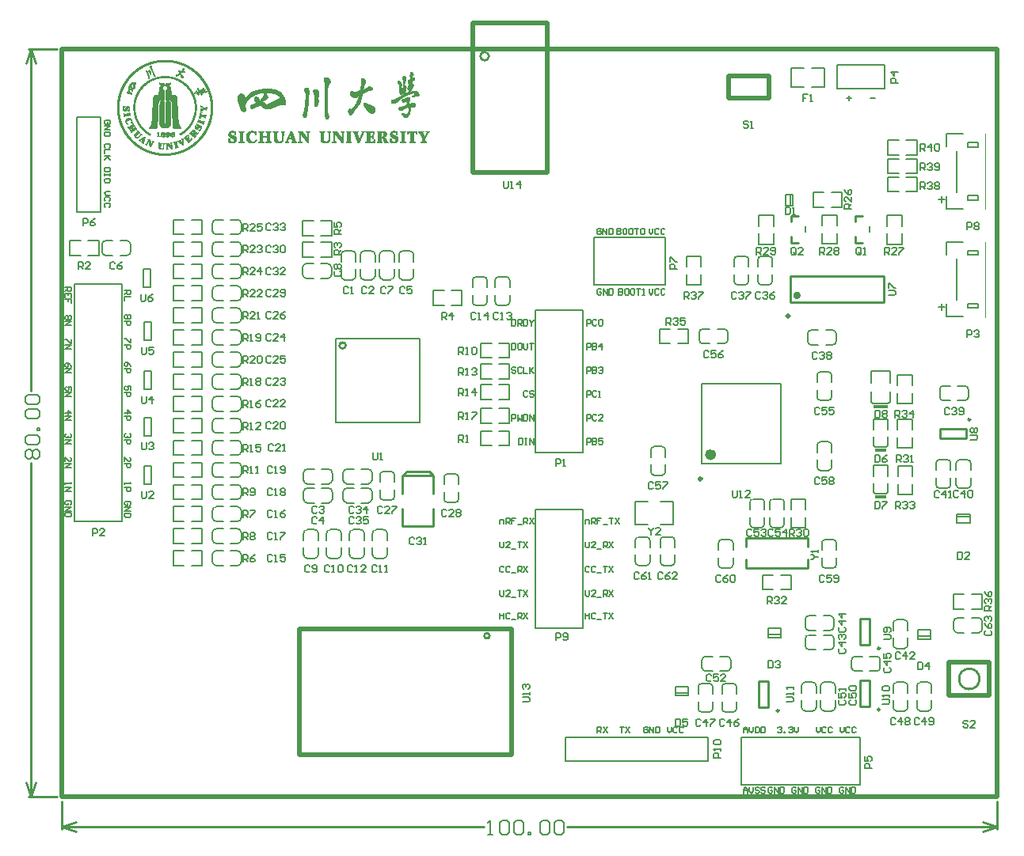
<source format=gto>
G04*
G04 #@! TF.GenerationSoftware,Altium Limited,Altium Designer,18.1.9 (240)*
G04*
G04 Layer_Color=65535*
%FSLAX24Y24*%
%MOIN*%
G70*
G01*
G75*
%ADD10C,0.0079*%
%ADD11C,0.0157*%
%ADD12C,0.0118*%
%ADD13C,0.0098*%
%ADD14C,0.0100*%
%ADD15C,0.0236*%
%ADD16C,0.0005*%
%ADD17C,0.0200*%
%ADD18C,0.0060*%
%ADD19C,0.0039*%
%ADD20C,0.0050*%
%ADD21R,0.0472X0.0118*%
%ADD22R,0.0630X0.0118*%
D10*
X36797Y13153D02*
G03*
X36955Y12996I157J0D01*
G01*
X37262D02*
G03*
X37419Y13153I0J157D01*
G01*
X37419Y14047D02*
G03*
X37262Y14204I-157J-0D01*
G01*
X36955Y14204D02*
G03*
X36797Y14047I0J-157D01*
G01*
X37647Y13150D02*
G03*
X37805Y12993I157J0D01*
G01*
X38112D02*
G03*
X38269Y13150I0J157D01*
G01*
X38269Y14044D02*
G03*
X38112Y14201I-157J-0D01*
G01*
X37805Y14201D02*
G03*
X37647Y14044I0J-157D01*
G01*
X31604Y3614D02*
G03*
X31761Y3772I0J157D01*
G01*
X31139Y3772D02*
G03*
X31296Y3614I157J0D01*
G01*
X31296Y4823D02*
G03*
X31139Y4665I0J-157D01*
G01*
X31761D02*
G03*
X31604Y4823I-157J-0D01*
G01*
X32096Y4823D02*
G03*
X31939Y4665I0J-157D01*
G01*
X32561Y4665D02*
G03*
X32404Y4823I-157J-0D01*
G01*
X32404Y3614D02*
G03*
X32561Y3772I0J157D01*
G01*
X31939D02*
G03*
X32096Y3614I157J0D01*
G01*
X28157Y5754D02*
G03*
X28000Y5911I-157J0D01*
G01*
X28000Y5289D02*
G03*
X28157Y5446I-0J157D01*
G01*
X26949Y5446D02*
G03*
X27106Y5289I157J0D01*
G01*
Y5911D02*
G03*
X26949Y5754I0J-157D01*
G01*
X32507Y6659D02*
G03*
X32350Y6817I-157J0D01*
G01*
X32350Y6195D02*
G03*
X32507Y6352I-0J157D01*
G01*
X31299Y6352D02*
G03*
X31456Y6195I157J0D01*
G01*
Y6817D02*
G03*
X31299Y6659I0J-157D01*
G01*
X32504Y7470D02*
G03*
X32347Y7628I-157J0D01*
G01*
X32347Y7006D02*
G03*
X32504Y7163I-0J157D01*
G01*
X31296Y7163D02*
G03*
X31453Y7006I157J0D01*
G01*
Y7628D02*
G03*
X31296Y7470I0J-157D01*
G01*
X35454Y6249D02*
G03*
X35611Y6406I0J157D01*
G01*
X34989Y6406D02*
G03*
X35146Y6249I157J0D01*
G01*
X35146Y7457D02*
G03*
X34989Y7300I0J-157D01*
G01*
X35611D02*
G03*
X35454Y7457I-157J-0D01*
G01*
X34451Y5754D02*
G03*
X34294Y5911I-157J0D01*
G01*
X34294Y5289D02*
G03*
X34451Y5446I-0J157D01*
G01*
X33243Y5446D02*
G03*
X33400Y5289I157J0D01*
G01*
Y5911D02*
G03*
X33243Y5754I0J-157D01*
G01*
X6503Y24311D02*
G03*
X6346Y24154I0J-157D01*
G01*
X6346Y23846D02*
G03*
X6503Y23689I157J0D01*
G01*
X7397Y23689D02*
G03*
X7554Y23846I-0J157D01*
G01*
Y24154D02*
G03*
X7397Y24311I-157J0D01*
G01*
X7397Y22759D02*
G03*
X7554Y22916I-0J157D01*
G01*
X7554Y23224D02*
G03*
X7397Y23381I-157J0D01*
G01*
X6503Y23381D02*
G03*
X6346Y23224I0J-157D01*
G01*
Y22916D02*
G03*
X6503Y22759I157J0D01*
G01*
X6503Y22451D02*
G03*
X6346Y22294I0J-157D01*
G01*
X6346Y21986D02*
G03*
X6503Y21829I157J0D01*
G01*
X7397Y21829D02*
G03*
X7554Y21986I-0J157D01*
G01*
Y22294D02*
G03*
X7397Y22451I-157J0D01*
G01*
X7397Y20899D02*
G03*
X7554Y21056I-0J157D01*
G01*
X7554Y21364D02*
G03*
X7397Y21521I-157J0D01*
G01*
X6503Y21521D02*
G03*
X6346Y21364I0J-157D01*
G01*
Y21056D02*
G03*
X6503Y20899I157J0D01*
G01*
X6503Y20591D02*
G03*
X6346Y20434I0J-157D01*
G01*
X6346Y20126D02*
G03*
X6503Y19969I157J0D01*
G01*
X7397Y19969D02*
G03*
X7554Y20126I-0J157D01*
G01*
Y20434D02*
G03*
X7397Y20591I-157J0D01*
G01*
X7397Y19039D02*
G03*
X7554Y19196I-0J157D01*
G01*
X7554Y19504D02*
G03*
X7397Y19661I-157J0D01*
G01*
X6503Y19661D02*
G03*
X6346Y19504I0J-157D01*
G01*
Y19196D02*
G03*
X6503Y19039I157J0D01*
G01*
X6503Y18731D02*
G03*
X6346Y18574I0J-157D01*
G01*
X6346Y18266D02*
G03*
X6503Y18109I157J0D01*
G01*
X7397Y18109D02*
G03*
X7554Y18266I-0J157D01*
G01*
Y18574D02*
G03*
X7397Y18731I-157J0D01*
G01*
X7397Y17179D02*
G03*
X7554Y17336I-0J157D01*
G01*
X7554Y17644D02*
G03*
X7397Y17801I-157J0D01*
G01*
X6503Y17801D02*
G03*
X6346Y17644I0J-157D01*
G01*
Y17336D02*
G03*
X6503Y17179I157J0D01*
G01*
X6503Y16871D02*
G03*
X6346Y16714I0J-157D01*
G01*
X6346Y16406D02*
G03*
X6503Y16249I157J0D01*
G01*
X7397Y16249D02*
G03*
X7554Y16406I-0J157D01*
G01*
Y16714D02*
G03*
X7397Y16871I-157J0D01*
G01*
X7397Y15319D02*
G03*
X7554Y15476I-0J157D01*
G01*
X7554Y15784D02*
G03*
X7397Y15941I-157J0D01*
G01*
X6503Y15941D02*
G03*
X6346Y15784I0J-157D01*
G01*
Y15476D02*
G03*
X6503Y15319I157J0D01*
G01*
X6503Y15011D02*
G03*
X6346Y14854I0J-157D01*
G01*
X6346Y14546D02*
G03*
X6503Y14389I157J0D01*
G01*
X7397Y14389D02*
G03*
X7554Y14546I-0J157D01*
G01*
Y14854D02*
G03*
X7397Y15011I-157J0D01*
G01*
X7397Y13459D02*
G03*
X7554Y13616I-0J157D01*
G01*
X7554Y13924D02*
G03*
X7397Y14081I-157J0D01*
G01*
X6503Y14081D02*
G03*
X6346Y13924I0J-157D01*
G01*
Y13616D02*
G03*
X6503Y13459I157J0D01*
G01*
X6503Y13151D02*
G03*
X6346Y12994I0J-157D01*
G01*
X6346Y12686D02*
G03*
X6503Y12529I157J0D01*
G01*
X7397Y12529D02*
G03*
X7554Y12686I-0J157D01*
G01*
Y12994D02*
G03*
X7397Y13151I-157J0D01*
G01*
X7397Y11599D02*
G03*
X7554Y11756I-0J157D01*
G01*
X7554Y12064D02*
G03*
X7397Y12221I-157J0D01*
G01*
X6503Y12221D02*
G03*
X6346Y12064I0J-157D01*
G01*
Y11756D02*
G03*
X6503Y11599I157J0D01*
G01*
X6503Y11291D02*
G03*
X6346Y11134I0J-157D01*
G01*
X6346Y10826D02*
G03*
X6503Y10669I157J0D01*
G01*
X7397Y10669D02*
G03*
X7554Y10826I-0J157D01*
G01*
Y11134D02*
G03*
X7397Y11291I-157J0D01*
G01*
X7397Y9739D02*
G03*
X7554Y9896I-0J157D01*
G01*
X7554Y10204D02*
G03*
X7397Y10361I-157J0D01*
G01*
X6503Y10361D02*
G03*
X6346Y10204I0J-157D01*
G01*
Y9896D02*
G03*
X6503Y9739I157J0D01*
G01*
X37539Y7070D02*
G03*
X37697Y6913I157J0D01*
G01*
X37697Y7535D02*
G03*
X37539Y7378I0J-157D01*
G01*
X38748Y7378D02*
G03*
X38591Y7535I-157J0D01*
G01*
Y6913D02*
G03*
X38748Y7070I-0J157D01*
G01*
X29950Y12545D02*
G03*
X29793Y12387I0J-157D01*
G01*
X30415Y12387D02*
G03*
X30257Y12545I-157J-0D01*
G01*
X30257Y11336D02*
G03*
X30415Y11494I0J157D01*
G01*
X29793D02*
G03*
X29950Y11336I157J0D01*
G01*
X29118Y12545D02*
G03*
X28961Y12387I0J-157D01*
G01*
X29583Y12387D02*
G03*
X29425Y12545I-157J-0D01*
G01*
X29425Y11336D02*
G03*
X29583Y11494I0J157D01*
G01*
X28961D02*
G03*
X29118Y11336I157J0D01*
G01*
X13854Y12496D02*
G03*
X14011Y12653I0J157D01*
G01*
X13389Y12653D02*
G03*
X13546Y12496I157J0D01*
G01*
X13546Y13704D02*
G03*
X13389Y13547I0J-157D01*
G01*
X14011D02*
G03*
X13854Y13704I-157J-0D01*
G01*
X13057Y13647D02*
G03*
X12900Y13805I-157J0D01*
G01*
X12900Y13183D02*
G03*
X13057Y13340I-0J157D01*
G01*
X11849Y13340D02*
G03*
X12006Y13183I157J0D01*
G01*
Y13805D02*
G03*
X11849Y13647I0J-157D01*
G01*
X11849Y12540D02*
G03*
X12006Y12383I157J0D01*
G01*
X12006Y13005D02*
G03*
X11849Y12847I0J-157D01*
G01*
X13057Y12847D02*
G03*
X12900Y13005I-157J0D01*
G01*
Y12383D02*
G03*
X13057Y12540I-0J157D01*
G01*
X11388Y12847D02*
G03*
X11231Y13005I-157J0D01*
G01*
X11231Y12383D02*
G03*
X11388Y12540I-0J157D01*
G01*
X10180Y12540D02*
G03*
X10337Y12383I157J-0D01*
G01*
Y13005D02*
G03*
X10180Y12847I0J-157D01*
G01*
X11388Y13647D02*
G03*
X11231Y13805I-157J0D01*
G01*
X11231Y13183D02*
G03*
X11388Y13340I-0J157D01*
G01*
X10180Y13340D02*
G03*
X10337Y13183I157J-0D01*
G01*
Y13805D02*
G03*
X10180Y13647I0J-157D01*
G01*
X11354Y22304D02*
G03*
X11197Y22461I-157J0D01*
G01*
X11197Y21839D02*
G03*
X11354Y21996I-0J157D01*
G01*
X10146Y21996D02*
G03*
X10303Y21839I157J0D01*
G01*
Y22461D02*
G03*
X10146Y22304I0J-157D01*
G01*
X11916Y22992D02*
G03*
X11758Y22835I0J-157D01*
G01*
X12380Y22835D02*
G03*
X12223Y22992I-157J-0D01*
G01*
X12223Y21783D02*
G03*
X12380Y21941I0J157D01*
G01*
X11758D02*
G03*
X11916Y21783I157J0D01*
G01*
X12726Y22992D02*
G03*
X12569Y22835I0J-157D01*
G01*
X13191Y22835D02*
G03*
X13033Y22992I-157J-0D01*
G01*
X13033Y21783D02*
G03*
X13191Y21941I0J157D01*
G01*
X12569D02*
G03*
X12726Y21783I157J0D01*
G01*
X14346Y22992D02*
G03*
X14189Y22835I0J-157D01*
G01*
X14811Y22835D02*
G03*
X14654Y22992I-157J-0D01*
G01*
X14654Y21783D02*
G03*
X14811Y21941I0J157D01*
G01*
X14189D02*
G03*
X14346Y21783I157J0D01*
G01*
X1693Y22963D02*
G03*
X1850Y22806I157J0D01*
G01*
X1850Y23428D02*
G03*
X1693Y23270I0J-157D01*
G01*
X2901Y23270D02*
G03*
X2744Y23428I-157J0D01*
G01*
Y22806D02*
G03*
X2901Y22963I-0J157D01*
G01*
X13536Y22992D02*
G03*
X13379Y22835I0J-157D01*
G01*
X14001Y22835D02*
G03*
X13843Y22992I-157J-0D01*
G01*
X13843Y21783D02*
G03*
X14001Y21941I0J157D01*
G01*
X13379D02*
G03*
X13536Y21783I157J0D01*
G01*
X10644Y10046D02*
G03*
X10802Y10203I0J157D01*
G01*
X10180Y10203D02*
G03*
X10337Y10046I157J0D01*
G01*
X10337Y11254D02*
G03*
X10180Y11097I0J-157D01*
G01*
X10802D02*
G03*
X10644Y11254I-157J-0D01*
G01*
X11611Y10046D02*
G03*
X11768Y10203I0J157D01*
G01*
X11146Y10203D02*
G03*
X11304Y10046I157J0D01*
G01*
X11304Y11254D02*
G03*
X11146Y11097I0J-157D01*
G01*
X11768D02*
G03*
X11611Y11254I-157J-0D01*
G01*
X13544Y10046D02*
G03*
X13702Y10203I0J157D01*
G01*
X13080Y10203D02*
G03*
X13237Y10046I157J0D01*
G01*
X13237Y11254D02*
G03*
X13080Y11097I0J-157D01*
G01*
X13702D02*
G03*
X13544Y11254I-157J-0D01*
G01*
X12577Y10046D02*
G03*
X12735Y10203I0J157D01*
G01*
X12113Y10203D02*
G03*
X12270Y10046I157J0D01*
G01*
X12270Y11254D02*
G03*
X12113Y11097I0J-157D01*
G01*
X12735D02*
G03*
X12577Y11254I-157J-0D01*
G01*
X18396Y21907D02*
G03*
X18239Y21750I0J-157D01*
G01*
X18861Y21750D02*
G03*
X18704Y21907I-157J-0D01*
G01*
X18704Y20699D02*
G03*
X18861Y20856I0J157D01*
G01*
X18239D02*
G03*
X18396Y20699I157J0D01*
G01*
X17446Y21907D02*
G03*
X17289Y21750I0J-157D01*
G01*
X17911Y21750D02*
G03*
X17754Y21907I-157J-0D01*
G01*
X17754Y20699D02*
G03*
X17911Y20856I0J157D01*
G01*
X17289D02*
G03*
X17446Y20699I157J0D01*
G01*
X16554Y12396D02*
G03*
X16711Y12553I0J157D01*
G01*
X16089Y12553D02*
G03*
X16246Y12396I157J0D01*
G01*
X16246Y13604D02*
G03*
X16089Y13447I0J-157D01*
G01*
X16711D02*
G03*
X16554Y13604I-157J-0D01*
G01*
X29760Y21567D02*
G03*
X29917Y21724I0J157D01*
G01*
X29295Y21724D02*
G03*
X29453Y21567I157J0D01*
G01*
X29453Y22775D02*
G03*
X29295Y22618I0J-157D01*
G01*
X29917D02*
G03*
X29760Y22775I-157J-0D01*
G01*
X28758Y21567D02*
G03*
X28915Y21724I0J157D01*
G01*
X28293Y21724D02*
G03*
X28451Y21567I157J0D01*
G01*
X28451Y22775D02*
G03*
X28293Y22618I0J-157D01*
G01*
X28915D02*
G03*
X28758Y22775I-157J-0D01*
G01*
X32601Y19500D02*
G03*
X32444Y19658I-157J0D01*
G01*
X32444Y19036D02*
G03*
X32601Y19193I-0J157D01*
G01*
X31393Y19193D02*
G03*
X31550Y19036I157J0D01*
G01*
Y19658D02*
G03*
X31393Y19500I0J-157D01*
G01*
X38162Y17154D02*
G03*
X38005Y17311I-157J0D01*
G01*
X38005Y16689D02*
G03*
X38162Y16846I-0J157D01*
G01*
X36954Y16846D02*
G03*
X37111Y16689I157J0D01*
G01*
Y17311D02*
G03*
X36954Y17154I0J-157D01*
G01*
X28254Y3564D02*
G03*
X28411Y3722I0J157D01*
G01*
X27789Y3722D02*
G03*
X27946Y3564I157J0D01*
G01*
X27946Y4773D02*
G03*
X27789Y4615I0J-157D01*
G01*
X28411D02*
G03*
X28254Y4773I-157J-0D01*
G01*
X26946Y4773D02*
G03*
X26789Y4615I0J-157D01*
G01*
X27411Y4615D02*
G03*
X27254Y4773I-157J-0D01*
G01*
X27254Y3564D02*
G03*
X27411Y3722I0J157D01*
G01*
X26789D02*
G03*
X26946Y3564I157J0D01*
G01*
X35454Y3614D02*
G03*
X35611Y3772I0J157D01*
G01*
X34989Y3772D02*
G03*
X35146Y3614I157J0D01*
G01*
X35146Y4823D02*
G03*
X34989Y4665I0J-157D01*
G01*
X35611D02*
G03*
X35454Y4823I-157J-0D01*
G01*
X36146Y4823D02*
G03*
X35989Y4665I0J-157D01*
G01*
X36611Y4665D02*
G03*
X36454Y4823I-157J-0D01*
G01*
X36454Y3614D02*
G03*
X36611Y3772I0J157D01*
G01*
X35989D02*
G03*
X36146Y3614I157J0D01*
G01*
X31946Y17904D02*
G03*
X31789Y17747I0J-157D01*
G01*
X32411Y17747D02*
G03*
X32254Y17904I-157J-0D01*
G01*
X32254Y16696D02*
G03*
X32411Y16853I0J157D01*
G01*
X31789D02*
G03*
X31946Y16696I157J0D01*
G01*
X26829Y19246D02*
G03*
X26986Y19089I157J0D01*
G01*
X26986Y19711D02*
G03*
X26829Y19554I0J-157D01*
G01*
X28038Y19554D02*
G03*
X27880Y19711I-157J0D01*
G01*
Y19089D02*
G03*
X28038Y19246I-0J157D01*
G01*
X25254Y13546D02*
G03*
X25411Y13703I0J157D01*
G01*
X24789Y13703D02*
G03*
X24946Y13546I157J0D01*
G01*
X24946Y14754D02*
G03*
X24789Y14597I0J-157D01*
G01*
X25411D02*
G03*
X25254Y14754I-157J-0D01*
G01*
X31946Y14953D02*
G03*
X31789Y14796I0J-157D01*
G01*
X32411Y14796D02*
G03*
X32254Y14953I-157J-0D01*
G01*
X32254Y13744D02*
G03*
X32411Y13902I0J157D01*
G01*
X31789D02*
G03*
X31946Y13744I157J0D01*
G01*
X32146Y10838D02*
G03*
X31989Y10680I0J-157D01*
G01*
X32611Y10680D02*
G03*
X32454Y10838I-157J-0D01*
G01*
X32454Y9629D02*
G03*
X32611Y9786I0J157D01*
G01*
X31989D02*
G03*
X32146Y9629I157J0D01*
G01*
X27796Y10838D02*
G03*
X27639Y10680I0J-157D01*
G01*
X28261Y10680D02*
G03*
X28104Y10838I-157J-0D01*
G01*
X28104Y9629D02*
G03*
X28261Y9786I0J157D01*
G01*
X27639D02*
G03*
X27796Y9629I157J0D01*
G01*
X24296Y10951D02*
G03*
X24139Y10794I0J-157D01*
G01*
X24761Y10794D02*
G03*
X24604Y10951I-157J-0D01*
G01*
X24604Y9743D02*
G03*
X24761Y9900I0J157D01*
G01*
X24139D02*
G03*
X24296Y9743I157J0D01*
G01*
X25346Y10951D02*
G03*
X25189Y10794I0J-157D01*
G01*
X25811Y10794D02*
G03*
X25654Y10951I-157J-0D01*
G01*
X25654Y9743D02*
G03*
X25811Y9900I0J157D01*
G01*
X25189D02*
G03*
X25346Y9743I157J0D01*
G01*
X24139Y11478D02*
X24672D01*
X24139Y12422D02*
X24672D01*
X25220D02*
X25753D01*
Y11478D02*
Y12422D01*
X24139Y11478D02*
Y12422D01*
X25220Y11478D02*
X25753D01*
X37419Y13153D02*
Y13443D01*
X37419Y13757D02*
Y14047D01*
X36797Y13757D02*
Y14047D01*
X36955Y12996D02*
X37262D01*
X36955Y14204D02*
X37262D01*
X36797Y13153D02*
Y13443D01*
X38269Y13150D02*
Y13439D01*
X38269Y13754D02*
Y14044D01*
X37647Y13754D02*
Y14044D01*
X37805Y12993D02*
X38112D01*
X37805Y14201D02*
X38112D01*
X37647Y13150D02*
Y13439D01*
X29955Y24039D02*
Y24486D01*
Y23278D02*
Y23724D01*
X29333Y24039D02*
Y24486D01*
Y23278D02*
X29955D01*
X29333Y24486D02*
X29955D01*
X29333Y23278D02*
Y23724D01*
X30472Y24911D02*
Y25383D01*
X30787Y24911D02*
Y25383D01*
X30680Y24911D02*
Y25383D01*
X30472D02*
X30787D01*
X30472Y24911D02*
X30787D01*
X32401Y24836D02*
X32848D01*
X31639D02*
X32086D01*
X32401Y25458D02*
X32848D01*
X31639Y24836D02*
Y25458D01*
X32848Y24836D02*
Y25458D01*
X31639D02*
X32086D01*
X34702Y12763D02*
X34778Y12841D01*
X34156D02*
X34232Y12763D01*
X34156Y12841D02*
Y13196D01*
Y13957D02*
X34778D01*
X34232Y12763D02*
X34702D01*
X34156Y13511D02*
Y13957D01*
X34778Y12841D02*
Y13196D01*
Y13511D02*
Y13957D01*
X34702Y14721D02*
X34778Y14799D01*
X34156D02*
X34232Y14721D01*
X34156Y14799D02*
Y15154D01*
Y15916D02*
X34778D01*
X34232Y14721D02*
X34702D01*
X34156Y15469D02*
Y15916D01*
X34778Y14799D02*
Y15154D01*
Y15469D02*
Y15916D01*
X34059Y17947D02*
X34874D01*
X34152Y16554D02*
X34782D01*
X34874Y17428D02*
Y17947D01*
X34059Y17428D02*
Y17947D01*
Y16640D02*
Y17073D01*
Y16640D02*
X34152Y16554D01*
X34782D02*
X34874Y16646D01*
Y17073D01*
X25163Y19711D02*
X25610D01*
X25925D02*
X26372D01*
X25163Y19089D02*
X25610D01*
X26372D02*
Y19711D01*
X25163Y19089D02*
Y19711D01*
X25925Y19089D02*
X26372D01*
X31761Y4376D02*
Y4665D01*
X31296Y3614D02*
X31604D01*
X31296Y4823D02*
X31604D01*
X31761Y3772D02*
Y4061D01*
X31139Y3772D02*
Y4061D01*
X31139Y4376D02*
Y4665D01*
X31939Y3772D02*
Y4061D01*
X32096Y4823D02*
X32404D01*
X32096Y3614D02*
X32404D01*
X31939Y4376D02*
Y4665D01*
X32561Y4376D02*
Y4665D01*
X32561Y3772D02*
Y4061D01*
X27106Y5911D02*
X27396D01*
X28157Y5446D02*
Y5754D01*
X26949Y5446D02*
Y5754D01*
X27711Y5911D02*
X28000D01*
X27711Y5289D02*
X28000D01*
X27106Y5289D02*
X27396D01*
X31456Y6817D02*
X31746D01*
X32507Y6352D02*
Y6659D01*
X31299Y6352D02*
Y6659D01*
X32061Y6817D02*
X32350D01*
X32061Y6195D02*
X32350D01*
X31456Y6195D02*
X31746D01*
X31453Y7628D02*
X31743D01*
X32504Y7163D02*
Y7470D01*
X31296Y7163D02*
Y7470D01*
X32057Y7628D02*
X32347D01*
X32057Y7006D02*
X32347D01*
X31453Y7006D02*
X31743D01*
X35611Y7011D02*
Y7300D01*
X35146Y6249D02*
X35454D01*
X35146Y7457D02*
X35454D01*
X35611Y6406D02*
Y6696D01*
X34989Y6406D02*
Y6696D01*
X34989Y7011D02*
Y7300D01*
X33400Y5911D02*
X33689D01*
X34451Y5446D02*
Y5754D01*
X33243Y5446D02*
Y5754D01*
X34004Y5911D02*
X34294D01*
X34004Y5289D02*
X34294D01*
X33400Y5289D02*
X33689D01*
X21200Y1500D02*
X27200D01*
X21200Y2500D02*
X27200D01*
X21200Y1500D02*
Y2500D01*
X27200Y1500D02*
Y2500D01*
X28600Y500D02*
Y2500D01*
X33600Y500D02*
Y2500D01*
X28600Y500D02*
X33600D01*
X28600Y2500D02*
X33600D01*
X2550Y12350D02*
Y21600D01*
X550Y12350D02*
Y21600D01*
Y11600D02*
Y12350D01*
Y11600D02*
X2550D01*
Y12350D01*
X550Y21600D02*
X2550D01*
X4696Y10361D02*
X5143D01*
X5904Y9739D02*
Y10361D01*
X4696Y9739D02*
Y10361D01*
X5457D02*
X5904D01*
X4696Y9739D02*
X5143D01*
X5457D02*
X5904D01*
X4696Y11291D02*
X5143D01*
X5904Y10669D02*
Y11291D01*
X4696Y10669D02*
Y11291D01*
X5457D02*
X5904D01*
X4696Y10669D02*
X5143D01*
X5457D02*
X5904D01*
X4696Y12221D02*
X5143D01*
X5904Y11599D02*
Y12221D01*
X4696Y11599D02*
Y12221D01*
X5457D02*
X5904D01*
X4696Y11599D02*
X5143D01*
X5457D02*
X5904D01*
X4696Y13151D02*
X5143D01*
X5904Y12529D02*
Y13151D01*
X4696Y12529D02*
Y13151D01*
X5457D02*
X5904D01*
X4696Y12529D02*
X5143D01*
X5457D02*
X5904D01*
X4696Y14081D02*
X5143D01*
X5904Y13459D02*
Y14081D01*
X4696Y13459D02*
Y14081D01*
X5457D02*
X5904D01*
X4696Y13459D02*
X5143D01*
X5457D02*
X5904D01*
X4696Y15011D02*
X5143D01*
X5904Y14389D02*
Y15011D01*
X4696Y14389D02*
Y15011D01*
X5457D02*
X5904D01*
X4696Y14389D02*
X5143D01*
X5457D02*
X5904D01*
X4696Y15941D02*
X5143D01*
X5904Y15319D02*
Y15941D01*
X4696Y15319D02*
Y15941D01*
X5457D02*
X5904D01*
X4696Y15319D02*
X5143D01*
X5457D02*
X5904D01*
X4696Y16871D02*
X5143D01*
X5904Y16249D02*
Y16871D01*
X4696Y16249D02*
Y16871D01*
X5457D02*
X5904D01*
X4696Y16249D02*
X5143D01*
X5457D02*
X5904D01*
X4696Y17801D02*
X5143D01*
X5904Y17179D02*
Y17801D01*
X4696Y17179D02*
Y17801D01*
X5457D02*
X5904D01*
X4696Y17179D02*
X5143D01*
X5457D02*
X5904D01*
X4696Y18731D02*
X5143D01*
X5904Y18109D02*
Y18731D01*
X4696Y18109D02*
Y18731D01*
X5457D02*
X5904D01*
X4696Y18109D02*
X5143D01*
X5457D02*
X5904D01*
X4696Y19661D02*
X5143D01*
X5904Y19039D02*
Y19661D01*
X4696Y19039D02*
Y19661D01*
X5457D02*
X5904D01*
X4696Y19039D02*
X5143D01*
X5457D02*
X5904D01*
X4696Y20591D02*
X5143D01*
X5904Y19969D02*
Y20591D01*
X4696Y19969D02*
Y20591D01*
X5457D02*
X5904D01*
X4696Y19969D02*
X5143D01*
X5457D02*
X5904D01*
X4696Y21521D02*
X5143D01*
X5904Y20899D02*
Y21521D01*
X4696Y20899D02*
Y21521D01*
X5457D02*
X5904D01*
X4696Y20899D02*
X5143D01*
X5457D02*
X5904D01*
X4696Y22451D02*
X5143D01*
X5904Y21829D02*
Y22451D01*
X4696Y21829D02*
Y22451D01*
X5457D02*
X5904D01*
X4696Y21829D02*
X5143D01*
X5457D02*
X5904D01*
X4696Y23378D02*
X5143D01*
X5904Y22756D02*
Y23378D01*
X4696Y22756D02*
Y23378D01*
X5457D02*
X5904D01*
X4696Y22756D02*
X5143D01*
X5457D02*
X5904D01*
X4696Y24311D02*
X5143D01*
X5904Y23689D02*
Y24311D01*
X4696Y23689D02*
Y24311D01*
X5457D02*
X5904D01*
X4696Y23689D02*
X5143D01*
X5457D02*
X5904D01*
X7107Y24311D02*
X7397D01*
X6346Y23846D02*
Y24154D01*
X7554Y23846D02*
Y24154D01*
X6503Y24311D02*
X6793D01*
X6503Y23689D02*
X6793D01*
X7107Y23689D02*
X7397D01*
X6503Y22759D02*
X6793D01*
X7554Y22916D02*
Y23224D01*
X6346Y22916D02*
Y23224D01*
X7107Y22759D02*
X7397D01*
X7107Y23381D02*
X7397D01*
X6503Y23381D02*
X6793D01*
X7107Y22451D02*
X7397D01*
X6346Y21986D02*
Y22294D01*
X7554Y21986D02*
Y22294D01*
X6503Y22451D02*
X6793D01*
X6503Y21829D02*
X6793D01*
X7107Y21829D02*
X7397D01*
X6503Y20899D02*
X6793D01*
X7554Y21056D02*
Y21364D01*
X6346Y21056D02*
Y21364D01*
X7107Y20899D02*
X7397D01*
X7107Y21521D02*
X7397D01*
X6503Y21521D02*
X6793D01*
X7107Y20591D02*
X7397D01*
X6346Y20126D02*
Y20434D01*
X7554Y20126D02*
Y20434D01*
X6503Y20591D02*
X6793D01*
X6503Y19969D02*
X6793D01*
X7107Y19969D02*
X7397D01*
X6503Y19039D02*
X6793D01*
X7554Y19196D02*
Y19504D01*
X6346Y19196D02*
Y19504D01*
X7107Y19039D02*
X7397D01*
X7107Y19661D02*
X7397D01*
X6503Y19661D02*
X6793D01*
X7107Y18731D02*
X7397D01*
X6346Y18266D02*
Y18574D01*
X7554Y18266D02*
Y18574D01*
X6503Y18731D02*
X6793D01*
X6503Y18109D02*
X6793D01*
X7107Y18109D02*
X7397D01*
X6503Y17179D02*
X6793D01*
X7554Y17336D02*
Y17644D01*
X6346Y17336D02*
Y17644D01*
X7107Y17179D02*
X7397D01*
X7107Y17801D02*
X7397D01*
X6503Y17801D02*
X6793D01*
X7107Y16871D02*
X7397D01*
X6346Y16406D02*
Y16714D01*
X7554Y16406D02*
Y16714D01*
X6503Y16871D02*
X6793D01*
X6503Y16249D02*
X6793D01*
X7107Y16249D02*
X7397D01*
X6503Y15319D02*
X6793D01*
X7554Y15476D02*
Y15784D01*
X6346Y15476D02*
Y15784D01*
X7107Y15319D02*
X7397D01*
X7107Y15941D02*
X7397D01*
X6503Y15941D02*
X6793D01*
X7107Y15011D02*
X7397D01*
X6346Y14546D02*
Y14854D01*
X7554Y14546D02*
Y14854D01*
X6503Y15011D02*
X6793D01*
X6503Y14389D02*
X6793D01*
X7107Y14389D02*
X7397D01*
X6503Y13459D02*
X6793D01*
X7554Y13616D02*
Y13924D01*
X6346Y13616D02*
Y13924D01*
X7107Y13459D02*
X7397D01*
X7107Y14081D02*
X7397D01*
X6503Y14081D02*
X6793D01*
X7107Y13151D02*
X7397D01*
X6346Y12686D02*
Y12994D01*
X7554Y12686D02*
Y12994D01*
X6503Y13151D02*
X6793D01*
X6503Y12529D02*
X6793D01*
X7107Y12529D02*
X7397D01*
X6503Y11599D02*
X6793D01*
X7554Y11756D02*
Y12064D01*
X6346Y11756D02*
Y12064D01*
X7107Y11599D02*
X7397D01*
X7107Y12221D02*
X7397D01*
X6503Y12221D02*
X6793D01*
X7107Y11291D02*
X7397D01*
X6346Y10826D02*
Y11134D01*
X7554Y10826D02*
Y11134D01*
X6503Y11291D02*
X6793D01*
X6503Y10669D02*
X6793D01*
X7107Y10669D02*
X7397D01*
X6503Y9739D02*
X6793D01*
X7554Y9896D02*
Y10204D01*
X6346Y9896D02*
Y10204D01*
X7107Y9739D02*
X7397D01*
X7107Y10361D02*
X7397D01*
X6503Y10361D02*
X6793D01*
X22400Y23567D02*
X24317D01*
X22400D02*
X25400D01*
X22400Y21567D02*
X25400D01*
Y23567D01*
X22400Y21567D02*
Y23567D01*
X32650Y30819D02*
X34650D01*
X32650Y29819D02*
Y30819D01*
Y29819D02*
X34650D01*
Y30819D01*
X35548Y25486D02*
X35995D01*
X34786D02*
Y26108D01*
X35995Y25486D02*
Y26108D01*
X34786Y25486D02*
X35233D01*
X35548Y26108D02*
X35995D01*
X34786D02*
X35233D01*
X35548Y26261D02*
X35995D01*
X34786D02*
Y26883D01*
X35995Y26261D02*
Y26883D01*
X34786Y26261D02*
X35233D01*
X35548Y26883D02*
X35995D01*
X34786D02*
X35233D01*
X35548Y27036D02*
X35995D01*
X34786D02*
Y27658D01*
X35995Y27036D02*
Y27658D01*
X34786Y27036D02*
X35233D01*
X35548Y27658D02*
X35995D01*
X34786D02*
X35233D01*
X38301Y6913D02*
X38591D01*
X37539Y7070D02*
Y7378D01*
X38748Y7070D02*
Y7378D01*
X37697Y6913D02*
X37986D01*
X37697Y7535D02*
X37986D01*
X38301Y7535D02*
X38591D01*
X38301Y7907D02*
X38748D01*
X37539D02*
Y8529D01*
X38748Y7907D02*
Y8529D01*
X37539Y7907D02*
X37986D01*
X38301Y8529D02*
X38748D01*
X37539D02*
X37986D01*
X30689Y11336D02*
Y11783D01*
Y12545D02*
X31311D01*
X30689Y11336D02*
X31311D01*
X30689Y12098D02*
Y12545D01*
X31311Y11336D02*
Y11783D01*
Y12098D02*
Y12545D01*
X29793Y11494D02*
Y11783D01*
X29950Y12545D02*
X30257D01*
X29950Y11336D02*
X30257D01*
X29793Y12098D02*
Y12387D01*
X30415Y12098D02*
Y12387D01*
X30415Y11494D02*
Y11783D01*
X28961Y11494D02*
Y11783D01*
X29118Y12545D02*
X29425D01*
X29118Y11336D02*
X29425D01*
X28961Y12098D02*
Y12387D01*
X29583Y12098D02*
Y12387D01*
X29583Y11494D02*
Y11783D01*
X14011Y13257D02*
Y13547D01*
X13546Y12496D02*
X13854D01*
X13546Y13704D02*
X13854D01*
X14011Y12653D02*
Y12943D01*
X13389Y12653D02*
Y12943D01*
X13389Y13257D02*
Y13547D01*
X12006Y13805D02*
X12296D01*
X13057Y13340D02*
Y13647D01*
X11849Y13340D02*
Y13647D01*
X12611Y13805D02*
X12900D01*
X12611Y13183D02*
X12900D01*
X12006Y13183D02*
X12296D01*
X12611Y12383D02*
X12900D01*
X11849Y12540D02*
Y12847D01*
X13057Y12540D02*
Y12847D01*
X12006Y12383D02*
X12296D01*
X12006Y13005D02*
X12296D01*
X12611Y13005D02*
X12900D01*
X10337D02*
X10626D01*
X11388Y12540D02*
Y12847D01*
X10180Y12540D02*
Y12847D01*
X10941Y13005D02*
X11231D01*
X10941Y12383D02*
X11231D01*
X10337Y12383D02*
X10626D01*
X10337Y13805D02*
X10626D01*
X11388Y13340D02*
Y13647D01*
X10180Y13340D02*
Y13647D01*
X10941Y13805D02*
X11231D01*
X10941Y13183D02*
X11231D01*
X10337Y13183D02*
X10626D01*
X19950Y7100D02*
X21950D01*
X19950Y12100D02*
X21950D01*
Y7100D02*
Y12100D01*
X19950Y7100D02*
Y12100D01*
Y20500D02*
X21950D01*
Y14500D02*
Y20500D01*
X19950Y14500D02*
X21950D01*
X19950D02*
Y20500D01*
X17643Y15411D02*
X18089D01*
X18851Y14789D02*
Y15411D01*
X17643Y14789D02*
Y15411D01*
X18404D02*
X18851D01*
X17643Y14789D02*
X18089D01*
X18404D02*
X18851D01*
X17643Y16361D02*
X18089D01*
X18851Y15739D02*
Y16361D01*
X17643Y15739D02*
Y16361D01*
X18404D02*
X18851D01*
X17643Y15739D02*
X18089D01*
X18404D02*
X18851D01*
X17643Y18220D02*
X18089D01*
X18851Y17598D02*
Y18220D01*
X17643Y17598D02*
Y18220D01*
X18404D02*
X18851D01*
X17643Y17598D02*
X18089D01*
X18404D02*
X18851D01*
X17643Y17357D02*
X18089D01*
X18851Y16735D02*
Y17357D01*
X17643Y16735D02*
Y17357D01*
X18404D02*
X18851D01*
X17643Y16735D02*
X18089D01*
X18404D02*
X18851D01*
X17643Y19111D02*
X18089D01*
X18851Y18489D02*
Y19111D01*
X17643Y18489D02*
Y19111D01*
X18404D02*
X18851D01*
X17643Y18489D02*
X18089D01*
X18404D02*
X18851D01*
X10303Y22461D02*
X10593D01*
X11354Y21996D02*
Y22304D01*
X10146Y21996D02*
Y22304D01*
X10907Y22461D02*
X11197D01*
X10907Y21839D02*
X11197D01*
X10303Y21839D02*
X10593D01*
X10146Y23361D02*
X10593D01*
X11354Y22739D02*
Y23361D01*
X10146Y22739D02*
Y23361D01*
X10907D02*
X11354D01*
X10146Y22739D02*
X10593D01*
X10907D02*
X11354D01*
X10146Y24261D02*
X10593D01*
X11354Y23639D02*
Y24261D01*
X10146Y23639D02*
Y24261D01*
X10907D02*
X11354D01*
X10146Y23639D02*
X10593D01*
X10907D02*
X11354D01*
X11758Y21941D02*
Y22230D01*
X11916Y22992D02*
X12223D01*
X11916Y21783D02*
X12223D01*
X11758Y22545D02*
Y22835D01*
X12380Y22545D02*
Y22835D01*
X12380Y21941D02*
Y22230D01*
X12569Y21941D02*
Y22230D01*
X12726Y22992D02*
X13033D01*
X12726Y21783D02*
X13033D01*
X12569Y22545D02*
Y22835D01*
X13191Y22545D02*
Y22835D01*
X13191Y21941D02*
Y22230D01*
X14189Y21941D02*
Y22230D01*
X14346Y22992D02*
X14654D01*
X14346Y21783D02*
X14654D01*
X14189Y22545D02*
Y22835D01*
X14811Y22545D02*
Y22835D01*
X14811Y21941D02*
Y22230D01*
X2454Y22806D02*
X2744D01*
X1693Y22963D02*
Y23270D01*
X2901Y22963D02*
Y23270D01*
X1850Y22806D02*
X2139D01*
X1850Y23428D02*
X2139D01*
X2454Y23428D02*
X2744D01*
X13379Y21941D02*
Y22230D01*
X13536Y22992D02*
X13843D01*
X13536Y21783D02*
X13843D01*
X13379Y22545D02*
Y22835D01*
X14001Y22545D02*
Y22835D01*
X14001Y21941D02*
Y22230D01*
X10802Y10807D02*
Y11097D01*
X10337Y10046D02*
X10644D01*
X10337Y11254D02*
X10644D01*
X10802Y10203D02*
Y10493D01*
X10180Y10203D02*
Y10493D01*
X10180Y10807D02*
Y11097D01*
X11768Y10807D02*
Y11097D01*
X11304Y10046D02*
X11611D01*
X11304Y11254D02*
X11611D01*
X11768Y10203D02*
Y10493D01*
X11146Y10203D02*
Y10493D01*
X11146Y10807D02*
Y11097D01*
X13702Y10807D02*
Y11097D01*
X13237Y10046D02*
X13544D01*
X13237Y11254D02*
X13544D01*
X13702Y10203D02*
Y10493D01*
X13080Y10203D02*
Y10493D01*
X13080Y10807D02*
Y11097D01*
X12735Y10807D02*
Y11097D01*
X12270Y10046D02*
X12577D01*
X12270Y11254D02*
X12577D01*
X12735Y10203D02*
Y10493D01*
X12113Y10203D02*
Y10493D01*
X12113Y10807D02*
Y11097D01*
X18239Y20856D02*
Y21146D01*
X18396Y21907D02*
X18704D01*
X18396Y20699D02*
X18704D01*
X18239Y21461D02*
Y21750D01*
X18861Y21461D02*
Y21750D01*
X18861Y20856D02*
Y21146D01*
X17289Y20856D02*
Y21146D01*
X17446Y21907D02*
X17754D01*
X17446Y20699D02*
X17754D01*
X17289Y21461D02*
Y21750D01*
X17911Y21461D02*
Y21750D01*
X17911Y20856D02*
Y21146D01*
X16711Y13157D02*
Y13447D01*
X16246Y12396D02*
X16554D01*
X16246Y13604D02*
X16554D01*
X16711Y12553D02*
Y12843D01*
X16089Y12553D02*
Y12843D01*
X16089Y13157D02*
Y13447D01*
X29917Y22329D02*
Y22618D01*
X29453Y21567D02*
X29760D01*
X29453Y22775D02*
X29760D01*
X29917Y21724D02*
Y22014D01*
X29295Y21724D02*
Y22014D01*
X29295Y22329D02*
Y22618D01*
X28915Y22329D02*
Y22618D01*
X28451Y21567D02*
X28758D01*
X28451Y22775D02*
X28758D01*
X28915Y21724D02*
Y22014D01*
X28293Y21724D02*
Y22014D01*
X28293Y22329D02*
Y22618D01*
X31550Y19658D02*
X31839D01*
X32601Y19193D02*
Y19500D01*
X31393Y19193D02*
Y19500D01*
X32154Y19658D02*
X32444D01*
X32154Y19036D02*
X32444D01*
X31550Y19036D02*
X31839D01*
X37111Y17311D02*
X37401D01*
X38162Y16846D02*
Y17154D01*
X36954Y16846D02*
Y17154D01*
X37716Y17311D02*
X38005D01*
X37716Y16689D02*
X38005D01*
X37111Y16689D02*
X37401D01*
X28411Y4326D02*
Y4615D01*
X27946Y3564D02*
X28254D01*
X27946Y4773D02*
X28254D01*
X28411Y3722D02*
Y4011D01*
X27789Y3722D02*
Y4011D01*
X27789Y4326D02*
Y4615D01*
X26789Y3722D02*
Y4011D01*
X26946Y4773D02*
X27254D01*
X26946Y3564D02*
X27254D01*
X26789Y4326D02*
Y4615D01*
X27411Y4326D02*
Y4615D01*
X27411Y3722D02*
Y4011D01*
X35611Y4376D02*
Y4665D01*
X35146Y3614D02*
X35454D01*
X35146Y4823D02*
X35454D01*
X35611Y3772D02*
Y4061D01*
X34989Y3772D02*
Y4061D01*
X34989Y4376D02*
Y4665D01*
X35989Y3772D02*
Y4061D01*
X36146Y4823D02*
X36454D01*
X36146Y3614D02*
X36454D01*
X35989Y4376D02*
Y4665D01*
X36611Y4376D02*
Y4665D01*
X36611Y3772D02*
Y4061D01*
X31789Y16853D02*
Y17143D01*
X31946Y17904D02*
X32254D01*
X31946Y16696D02*
X32254D01*
X31789Y17457D02*
Y17747D01*
X32411Y17457D02*
Y17747D01*
X32411Y16853D02*
Y17143D01*
X27591Y19089D02*
X27880D01*
X26829Y19246D02*
Y19554D01*
X28038Y19246D02*
Y19554D01*
X26986Y19089D02*
X27276D01*
X26986Y19711D02*
X27276D01*
X27591Y19711D02*
X27880D01*
X25411Y14307D02*
Y14597D01*
X24946Y13546D02*
X25254D01*
X24946Y14754D02*
X25254D01*
X25411Y13703D02*
Y13993D01*
X24789Y13703D02*
Y13993D01*
X24789Y14307D02*
Y14597D01*
X31789Y13902D02*
Y14191D01*
X31946Y14953D02*
X32254D01*
X31946Y13744D02*
X32254D01*
X31789Y14506D02*
Y14796D01*
X32411Y14506D02*
Y14796D01*
X32411Y13902D02*
Y14191D01*
X31989Y9786D02*
Y10076D01*
X32146Y10838D02*
X32454D01*
X32146Y9629D02*
X32454D01*
X31989Y10391D02*
Y10680D01*
X32611Y10391D02*
Y10680D01*
X32611Y9786D02*
Y10076D01*
X27639Y9786D02*
Y10076D01*
X27796Y10838D02*
X28104D01*
X27796Y9629D02*
X28104D01*
X27639Y10391D02*
Y10680D01*
X28261Y10391D02*
Y10680D01*
X28261Y9786D02*
Y10076D01*
X24139Y9900D02*
Y10189D01*
X24296Y10951D02*
X24604D01*
X24296Y9743D02*
X24604D01*
X24139Y10504D02*
Y10794D01*
X24761Y10504D02*
Y10794D01*
X24761Y9900D02*
Y10189D01*
X25189Y9900D02*
Y10189D01*
X25346Y10951D02*
X25654D01*
X25346Y9743D02*
X25654D01*
X25189Y10504D02*
Y10794D01*
X25811Y10504D02*
Y10794D01*
X25811Y9900D02*
Y10189D01*
X38234Y11522D02*
Y11916D01*
X37682Y11522D02*
Y11916D01*
Y11522D02*
X38234D01*
X37682Y11916D02*
X38234D01*
X37682Y11798D02*
X38234D01*
X29724Y6703D02*
Y7097D01*
X30276Y6703D02*
Y7097D01*
X29724D02*
X30276D01*
X29724Y6703D02*
X30276D01*
X29724Y6821D02*
X30276D01*
X36024Y6634D02*
Y7028D01*
X36576Y6634D02*
Y7028D01*
X36024D02*
X36576D01*
X36024Y6634D02*
X36576D01*
X36024Y6752D02*
X36576D01*
X25824Y4253D02*
Y4647D01*
X26376Y4253D02*
Y4647D01*
X25824D02*
X26376D01*
X25824Y4253D02*
X26376D01*
X25824Y4371D02*
X26376D01*
X30703Y30700D02*
X31223D01*
X31577D02*
X32097D01*
X31577Y29885D02*
X32097D01*
X30703D02*
X31223D01*
X30703D02*
Y30700D01*
X32097Y29885D02*
Y30700D01*
X650Y28650D02*
X1650D01*
Y24650D02*
Y28650D01*
X650Y24650D02*
Y28650D01*
Y24650D02*
X1650D01*
X33998Y23791D02*
Y24028D01*
X31298Y23791D02*
Y24028D01*
X346Y23428D02*
X793D01*
X1554Y22806D02*
Y23428D01*
X346Y22806D02*
Y23428D01*
X1107D02*
X1554D01*
X346Y22806D02*
X793D01*
X1107D02*
X1554D01*
X16404Y20699D02*
X16851D01*
X15643D02*
Y21321D01*
X16851Y20699D02*
Y21321D01*
X15643Y20699D02*
X16089D01*
X16404Y21321D02*
X16851D01*
X15643D02*
X16089D01*
X35355Y24039D02*
Y24486D01*
X34733Y23278D02*
X35355D01*
X34733Y24486D02*
X35355D01*
Y23278D02*
Y23724D01*
X34733Y24039D02*
Y24486D01*
Y23278D02*
Y23724D01*
X32011Y23293D02*
Y23739D01*
Y24501D02*
X32633D01*
X32011Y23293D02*
X32633D01*
X32011Y24054D02*
Y24501D01*
X32633Y23293D02*
Y23739D01*
Y24054D02*
Y24501D01*
X35172Y14691D02*
Y15138D01*
Y15900D02*
X35794D01*
X35172Y14691D02*
X35794D01*
X35172Y15453D02*
Y15900D01*
X35794Y14691D02*
Y15138D01*
Y15453D02*
Y15900D01*
X30261Y8722D02*
X30708D01*
X29499D02*
Y9344D01*
X30708Y8722D02*
Y9344D01*
X29499Y8722D02*
X29946D01*
X30261Y9344D02*
X30708D01*
X29499D02*
X29946D01*
X35813Y13491D02*
Y13938D01*
X35191Y12729D02*
X35813D01*
X35191Y13938D02*
X35813D01*
Y12729D02*
Y13176D01*
X35191Y13491D02*
Y13938D01*
Y12729D02*
Y13176D01*
X35172Y16566D02*
Y17013D01*
Y17775D02*
X35794D01*
X35172Y16566D02*
X35794D01*
X35172Y17328D02*
Y17775D01*
X35794Y16566D02*
Y17013D01*
Y17328D02*
Y17775D01*
X26289Y21567D02*
Y22014D01*
Y22775D02*
X26911D01*
X26289Y21567D02*
X26911D01*
X26289Y22329D02*
Y22775D01*
X26911Y21567D02*
Y22014D01*
Y22329D02*
Y22775D01*
X12145Y19296D02*
X15056D01*
Y15780D02*
Y19296D01*
X11541Y15780D02*
X15056D01*
X11541D02*
Y18691D01*
X11929Y19296D02*
X12145D01*
X11821D02*
X11929D01*
X11541D02*
X11821D01*
X11541Y18691D02*
Y19296D01*
X30283Y14051D02*
Y17397D01*
X26936Y14051D02*
Y17397D01*
X30283D01*
X26936Y14051D02*
X30283D01*
X3484Y13166D02*
X3784D01*
Y13933D01*
X3484Y13166D02*
Y13358D01*
Y13742D02*
Y13933D01*
Y13358D02*
Y13742D01*
Y13933D02*
X3681D01*
X3553D02*
X3784D01*
X3553Y15984D02*
X3784D01*
X3484D02*
X3681D01*
X3484Y15408D02*
Y15792D01*
Y15984D01*
Y15216D02*
Y15408D01*
X3784Y15216D02*
Y15984D01*
X3484Y15216D02*
X3784D01*
X3553Y17934D02*
X3784D01*
X3484D02*
X3681D01*
X3484Y17358D02*
Y17742D01*
Y17934D01*
Y17166D02*
Y17358D01*
X3784Y17166D02*
Y17934D01*
X3484Y17166D02*
X3784D01*
X3553Y20003D02*
X3784D01*
X3484D02*
X3681D01*
X3484Y19427D02*
Y19811D01*
Y20003D01*
Y19235D02*
Y19427D01*
X3784Y19235D02*
Y20003D01*
X3484Y19235D02*
X3784D01*
X3519Y22234D02*
X3750D01*
X3450D02*
X3647D01*
X3450Y21658D02*
Y22042D01*
Y22234D01*
Y21466D02*
Y21658D01*
X3750Y21466D02*
Y22234D01*
X3450Y21466D02*
X3750D01*
X37029Y25051D02*
Y25313D01*
X36898Y25182D02*
X37160D01*
X37029Y20501D02*
Y20763D01*
X36898Y20632D02*
X37160D01*
D11*
X31030Y21121D02*
G03*
X31030Y21121I-79J0D01*
G01*
D12*
X30636Y20255D02*
G03*
X30636Y20255I-59J0D01*
G01*
X26936Y13401D02*
G03*
X26936Y13401I-59J0D01*
G01*
D13*
X34440Y6254D02*
G03*
X34440Y6254I-49J0D01*
G01*
Y3673D02*
G03*
X34440Y3673I-49J0D01*
G01*
X30190Y3623D02*
G03*
X30190Y3623I-49J0D01*
G01*
X38246Y15891D02*
G03*
X38246Y15891I-49J0D01*
G01*
D14*
X18012Y6778D02*
G03*
X18012Y6778I-112J0D01*
G01*
X38630Y4962D02*
G03*
X38630Y4962I-430J0D01*
G01*
X11953Y19014D02*
G03*
X11953Y19014I-131J0D01*
G01*
X17980Y31200D02*
G03*
X17980Y31200I-180J0D01*
G01*
X34602Y20846D02*
Y21948D01*
X30685Y20846D02*
Y21948D01*
X34602D01*
X30685Y20846D02*
X34602D01*
X28791Y9640D02*
X31409Y9640D01*
Y9994D01*
X28791Y9640D02*
Y9994D01*
X31409Y10545D02*
Y10899D01*
X28791Y10545D02*
Y10899D01*
X31409Y10899D01*
X33603Y6392D02*
X33997D01*
X33603Y7494D02*
X33997D01*
Y6392D02*
Y7494D01*
X33603Y6392D02*
Y7494D01*
Y3811D02*
X33997D01*
X33603Y4913D02*
X33997D01*
Y3811D02*
Y4913D01*
X33603Y3811D02*
Y4913D01*
X29353Y3761D02*
X29747D01*
X29353Y4863D02*
X29747D01*
Y3761D02*
Y4863D01*
X29353Y3761D02*
Y4863D01*
X38059Y15103D02*
Y15497D01*
X36957Y15103D02*
Y15497D01*
X38059D01*
X36957Y15103D02*
X38059D01*
X14350Y13533D02*
X14528Y13705D01*
X15472D02*
X15650Y13533D01*
X14528Y13705D02*
X15472D01*
X15650Y12774D02*
Y13533D01*
X14350Y11386D02*
X15650D01*
X14350Y12774D02*
Y13533D01*
X15650Y11386D02*
Y12144D01*
X14350Y11386D02*
Y12144D01*
Y13533D02*
X15650D01*
X33388Y23335D02*
Y23594D01*
Y23335D02*
X33709D01*
X33388Y24484D02*
X33709D01*
X33388Y24224D02*
Y24484D01*
Y24224D02*
Y24484D01*
Y24224D02*
Y24484D01*
X30688Y23335D02*
Y23594D01*
Y23335D02*
X31009D01*
X30688Y24484D02*
X31009D01*
X30688Y24224D02*
Y24484D01*
Y24224D02*
Y24484D01*
Y24224D02*
Y24484D01*
X-1300Y31496D02*
X-1100Y30896D01*
X-1500D02*
X-1300Y31496D01*
X-1500Y600D02*
X-1300Y0D01*
X-1100Y600D01*
X-1300Y17098D02*
Y31496D01*
Y0D02*
Y14078D01*
X-1400Y31496D02*
X-200D01*
X-1400Y0D02*
X-200D01*
X0Y-1250D02*
X600Y-1050D01*
X0Y-1250D02*
X600Y-1450D01*
X38770D02*
X39370Y-1250D01*
X38770Y-1050D02*
X39370Y-1250D01*
X0D02*
X17766D01*
X21285D02*
X39370D01*
X0Y-1350D02*
Y-200D01*
X39370Y-1350D02*
Y-200D01*
D15*
X27428Y14415D02*
G03*
X27428Y14415I-118J0D01*
G01*
D16*
X4263Y31050D02*
X4411D01*
X4177Y31045D02*
X4492D01*
X4125Y31041D02*
X4544D01*
X4087Y31036D02*
X4587D01*
X4048Y31031D02*
X4621D01*
X4020Y31026D02*
X4654D01*
X3991Y31022D02*
X4683D01*
X3963Y31017D02*
X4707D01*
X3939Y31012D02*
X4735D01*
X3915Y31007D02*
X4754D01*
X3896Y31003D02*
X4778D01*
X3872Y30998D02*
X4797D01*
X3853Y30993D02*
X4816D01*
X3834Y30988D02*
X4835D01*
X3819Y30983D02*
X4854D01*
X3800Y30979D02*
X4211D01*
X4459D02*
X4874D01*
X3781Y30974D02*
X4153D01*
X4521D02*
X4888D01*
X3767Y30969D02*
X4106D01*
X4563D02*
X4907D01*
X3753Y30964D02*
X4072D01*
X4602D02*
X4921D01*
X3734Y30960D02*
X4039D01*
X4635D02*
X4936D01*
X3719Y30955D02*
X4010D01*
X4664D02*
X4950D01*
X3705Y30950D02*
X3982D01*
X4692D02*
X4969D01*
X3691Y30945D02*
X3958D01*
X4716D02*
X4983D01*
X3676Y30941D02*
X3934D01*
X4740D02*
X4993D01*
X3667Y30936D02*
X3910D01*
X4759D02*
X5007D01*
X3653Y30931D02*
X3891D01*
X4783D02*
X5021D01*
X3638Y30926D02*
X3872D01*
X4802D02*
X5036D01*
X3624Y30921D02*
X3853D01*
X4821D02*
X5045D01*
X3614Y30917D02*
X3834D01*
X4835D02*
X5060D01*
X3600Y30912D02*
X3819D01*
X4854D02*
X5074D01*
X3591Y30907D02*
X3800D01*
X4874D02*
X5083D01*
X3576Y30902D02*
X3786D01*
X4888D02*
X5093D01*
X3567Y30898D02*
X3767D01*
X4902D02*
X5107D01*
X3552Y30893D02*
X3753D01*
X4921D02*
X5117D01*
X3543Y30888D02*
X3738D01*
X4936D02*
X5131D01*
X3533Y30883D02*
X3724D01*
X4950D02*
X5141D01*
X3524Y30879D02*
X3710D01*
X4964D02*
X5150D01*
X3509Y30874D02*
X3695D01*
X4978D02*
X5160D01*
X3500Y30869D02*
X3681D01*
X4988D02*
X5174D01*
X3490Y30864D02*
X3672D01*
X5002D02*
X5184D01*
X3481Y30859D02*
X3657D01*
X5017D02*
X5193D01*
X3471Y30855D02*
X3643D01*
X5026D02*
X5203D01*
X3462Y30850D02*
X3633D01*
X5040D02*
X5212D01*
X3452Y30845D02*
X3619D01*
X5055D02*
X5222D01*
X3443Y30840D02*
X3610D01*
X5064D02*
X5231D01*
X3433Y30836D02*
X3595D01*
X5074D02*
X5241D01*
X3424Y30831D02*
X3586D01*
X5088D02*
X5250D01*
X3414Y30826D02*
X3576D01*
X5098D02*
X5260D01*
X3405Y30821D02*
X3562D01*
X5107D02*
X5269D01*
X3395Y30817D02*
X3552D01*
X5122D02*
X5279D01*
X3385Y30812D02*
X3543D01*
X5131D02*
X5288D01*
X3376Y30807D02*
X3533D01*
X5141D02*
X5298D01*
X3366Y30802D02*
X3519D01*
X5150D02*
X5303D01*
X3362Y30797D02*
X3509D01*
X3729D02*
X3743D01*
X5160D02*
X5312D01*
X3352Y30793D02*
X3500D01*
X3715D02*
X3757D01*
X5174D02*
X5322D01*
X3343Y30788D02*
X3490D01*
X3710D02*
X3767D01*
X5184D02*
X5331D01*
X3333Y30783D02*
X3481D01*
X3705D02*
X3772D01*
X5193D02*
X5336D01*
X3328Y30778D02*
X3471D01*
X3705D02*
X3777D01*
X5203D02*
X5346D01*
X3319Y30774D02*
X3462D01*
X3705D02*
X3781D01*
X5212D02*
X5355D01*
X3309Y30769D02*
X3452D01*
X3705D02*
X3781D01*
X5222D02*
X5360D01*
X3304Y30764D02*
X3443D01*
X3710D02*
X3781D01*
X5231D02*
X5370D01*
X3295Y30759D02*
X3433D01*
X3710D02*
X3781D01*
X5236D02*
X5379D01*
X3285Y30755D02*
X3424D01*
X3715D02*
X3781D01*
X5246D02*
X5384D01*
X3281Y30750D02*
X3419D01*
X3719D02*
X3781D01*
X5255D02*
X5393D01*
X3271Y30745D02*
X3409D01*
X3724D02*
X3781D01*
X5265D02*
X5403D01*
X3266Y30740D02*
X3400D01*
X3724D02*
X3781D01*
X5274D02*
X5408D01*
X3257Y30735D02*
X3390D01*
X3729D02*
X3777D01*
X5284D02*
X5417D01*
X3247Y30731D02*
X3381D01*
X3734D02*
X3777D01*
X5288D02*
X5422D01*
X3242Y30726D02*
X3376D01*
X3738D02*
X3777D01*
X5298D02*
X5432D01*
X3233Y30721D02*
X3366D01*
X3738D02*
X3777D01*
X5308D02*
X5436D01*
X3228Y30716D02*
X3357D01*
X3738D02*
X3777D01*
X5317D02*
X5446D01*
X3219Y30712D02*
X3352D01*
X3743D02*
X3777D01*
X5322D02*
X5451D01*
X3214Y30707D02*
X3343D01*
X3743D02*
X3777D01*
X5331D02*
X5460D01*
X3204Y30702D02*
X3333D01*
X3748D02*
X3781D01*
X5107D02*
X5112D01*
X5341D02*
X5465D01*
X3199Y30697D02*
X3328D01*
X3748D02*
X3781D01*
X5093D02*
X5122D01*
X5346D02*
X5474D01*
X3195Y30693D02*
X3319D01*
X3748D02*
X3781D01*
X5088D02*
X5122D01*
X5355D02*
X5479D01*
X3185Y30688D02*
X3309D01*
X3753D02*
X3781D01*
X5088D02*
X5126D01*
X5360D02*
X5489D01*
X3180Y30683D02*
X3304D01*
X3753D02*
X3786D01*
X5083D02*
X5126D01*
X5370D02*
X5494D01*
X3171Y30678D02*
X3295D01*
X3757D02*
X3786D01*
X5083D02*
X5126D01*
X5379D02*
X5503D01*
X3166Y30673D02*
X3290D01*
X3757D02*
X3786D01*
X5079D02*
X5126D01*
X5384D02*
X5508D01*
X3156Y30669D02*
X3281D01*
X3757D02*
X3786D01*
X5079D02*
X5126D01*
X5393D02*
X5513D01*
X3152Y30664D02*
X3276D01*
X3762D02*
X3791D01*
X5079D02*
X5126D01*
X5398D02*
X5522D01*
X3147Y30659D02*
X3266D01*
X3762D02*
X3791D01*
X5079D02*
X5126D01*
X5408D02*
X5527D01*
X3137Y30654D02*
X3261D01*
X3767D02*
X3791D01*
X5074D02*
X5126D01*
X5412D02*
X5532D01*
X3133Y30650D02*
X3252D01*
X3767D02*
X3796D01*
X5074D02*
X5122D01*
X5422D02*
X5541D01*
X3128Y30645D02*
X3247D01*
X3772D02*
X3796D01*
X5074D02*
X5117D01*
X5427D02*
X5546D01*
X3118Y30640D02*
X3238D01*
X3772D02*
X3796D01*
X5069D02*
X5112D01*
X5436D02*
X5551D01*
X3114Y30635D02*
X3233D01*
X3777D02*
X3800D01*
X5064D02*
X5107D01*
X5441D02*
X5560D01*
X3109Y30631D02*
X3223D01*
X3777D02*
X3800D01*
X5060D02*
X5102D01*
X5451D02*
X5565D01*
X3104Y30626D02*
X3219D01*
X3777D02*
X3805D01*
X5060D02*
X5098D01*
X5455D02*
X5570D01*
X3095Y30621D02*
X3209D01*
X3657D02*
X3686D01*
X3781D02*
X3805D01*
X5055D02*
X5093D01*
X5460D02*
X5579D01*
X3090Y30616D02*
X3204D01*
X3648D02*
X3695D01*
X3781D02*
X3805D01*
X5050D02*
X5088D01*
X5470D02*
X5584D01*
X3085Y30611D02*
X3199D01*
X3648D02*
X3700D01*
X3786D02*
X3810D01*
X4916D02*
X4940D01*
X5045D02*
X5083D01*
X5474D02*
X5589D01*
X3080Y30607D02*
X3190D01*
X3648D02*
X3700D01*
X3786D02*
X3810D01*
X4912D02*
X4950D01*
X5045D02*
X5079D01*
X5479D02*
X5594D01*
X3071Y30602D02*
X3185D01*
X3562D02*
X3571D01*
X3648D02*
X3705D01*
X3791D02*
X3815D01*
X4907D02*
X4955D01*
X5040D02*
X5079D01*
X5489D02*
X5598D01*
X3066Y30597D02*
X3180D01*
X3552D02*
X3576D01*
X3648D02*
X3710D01*
X3791D02*
X3815D01*
X4907D02*
X4964D01*
X5036D02*
X5074D01*
X5494D02*
X5608D01*
X3061Y30592D02*
X3171D01*
X3548D02*
X3581D01*
X3648D02*
X3710D01*
X3791D02*
X3819D01*
X4907D02*
X4969D01*
X5036D02*
X5069D01*
X5503D02*
X5613D01*
X3056Y30588D02*
X3166D01*
X3548D02*
X3586D01*
X3653D02*
X3715D01*
X3796D02*
X3819D01*
X4907D02*
X4983D01*
X5031D02*
X5064D01*
X5508D02*
X5618D01*
X3047Y30583D02*
X3161D01*
X3548D02*
X3591D01*
X3653D02*
X3715D01*
X3796D02*
X3819D01*
X4907D02*
X5064D01*
X5131D02*
X5145D01*
X5513D02*
X5622D01*
X3042Y30578D02*
X3152D01*
X3548D02*
X3595D01*
X3657D02*
X3719D01*
X3800D02*
X3824D01*
X4907D02*
X5150D01*
X5517D02*
X5632D01*
X3037Y30573D02*
X3147D01*
X3548D02*
X3600D01*
X3662D02*
X3719D01*
X3800D02*
X3824D01*
X4907D02*
X5155D01*
X5527D02*
X5637D01*
X3033Y30569D02*
X3142D01*
X3548D02*
X3605D01*
X3667D02*
X3719D01*
X3805D02*
X3829D01*
X4907D02*
X5160D01*
X5532D02*
X5641D01*
X3028Y30564D02*
X3133D01*
X3552D02*
X3605D01*
X3667D02*
X3719D01*
X3805D02*
X3829D01*
X4912D02*
X5164D01*
X5536D02*
X5646D01*
X3023Y30559D02*
X3128D01*
X3552D02*
X3605D01*
X3672D02*
X3724D01*
X3805D02*
X3834D01*
X4916D02*
X5169D01*
X5546D02*
X5651D01*
X3013Y30554D02*
X3123D01*
X3557D02*
X3610D01*
X3676D02*
X3724D01*
X3810D02*
X3834D01*
X4916D02*
X5169D01*
X5551D02*
X5656D01*
X3009Y30549D02*
X3118D01*
X3562D02*
X3610D01*
X3681D02*
X3724D01*
X3810D02*
X3834D01*
X4921D02*
X5169D01*
X5556D02*
X5660D01*
X3004Y30545D02*
X3114D01*
X3567D02*
X3610D01*
X3681D02*
X3724D01*
X3815D02*
X3839D01*
X4926D02*
X5040D01*
X5117D02*
X5164D01*
X5560D02*
X5670D01*
X2999Y30540D02*
X3104D01*
X3571D02*
X3610D01*
X3686D02*
X3724D01*
X3815D02*
X3839D01*
X4931D02*
X5036D01*
X5136D02*
X5150D01*
X5565D02*
X5675D01*
X14680D02*
X14708D01*
X2994Y30535D02*
X3099D01*
X3576D02*
X3610D01*
X3686D02*
X3729D01*
X3815D02*
X3843D01*
X4940D02*
X4964D01*
X4993D02*
X5031D01*
X5575D02*
X5680D01*
X14670D02*
X14722D01*
X2990Y30530D02*
X3095D01*
X3581D02*
X3614D01*
X3691D02*
X3729D01*
X3819D02*
X3843D01*
X4988D02*
X5026D01*
X5579D02*
X5684D01*
X14665D02*
X14732D01*
X2985Y30526D02*
X3090D01*
X3581D02*
X3614D01*
X3691D02*
X3734D01*
X3819D02*
X3848D01*
X4988D02*
X5021D01*
X5584D02*
X5689D01*
X14660D02*
X14737D01*
X2980Y30521D02*
X3085D01*
X3586D02*
X3614D01*
X3691D02*
X3738D01*
X3819D02*
X3848D01*
X4983D02*
X5021D01*
X5589D02*
X5694D01*
X14660D02*
X14742D01*
X2975Y30516D02*
X3075D01*
X3586D02*
X3614D01*
X3695D02*
X3738D01*
X3824D02*
X3853D01*
X4978D02*
X5017D01*
X5594D02*
X5699D01*
X14660D02*
X14746D01*
X2966Y30511D02*
X3071D01*
X3591D02*
X3619D01*
X3695D02*
X3743D01*
X3824D02*
X3853D01*
X4974D02*
X5012D01*
X5603D02*
X5703D01*
X14660D02*
X14751D01*
X2961Y30507D02*
X3066D01*
X3591D02*
X3619D01*
X3700D02*
X3743D01*
X3829D02*
X3853D01*
X4969D02*
X5007D01*
X5608D02*
X5708D01*
X14660D02*
X14756D01*
X2956Y30502D02*
X3061D01*
X3595D02*
X3619D01*
X3700D02*
X3743D01*
X3829D02*
X3858D01*
X4964D02*
X5007D01*
X5613D02*
X5713D01*
X14656D02*
X14756D01*
X2951Y30497D02*
X3056D01*
X3595D02*
X3624D01*
X3700D02*
X3748D01*
X3829D02*
X3858D01*
X4959D02*
X5002D01*
X5618D02*
X5722D01*
X14656D02*
X14761D01*
X2947Y30492D02*
X3052D01*
X3595D02*
X3624D01*
X3705D02*
X3748D01*
X3834D02*
X3862D01*
X4955D02*
X4998D01*
X5622D02*
X5727D01*
X14656D02*
X14765D01*
X2942Y30487D02*
X3047D01*
X3595D02*
X3624D01*
X3705D02*
X3748D01*
X3834D02*
X3862D01*
X4950D02*
X4993D01*
X5627D02*
X5732D01*
X14656D02*
X14765D01*
X2937Y30483D02*
X3037D01*
X3600D02*
X3629D01*
X3710D02*
X3748D01*
X3839D02*
X3867D01*
X4945D02*
X4993D01*
X5632D02*
X5737D01*
X14656D02*
X14770D01*
X2932Y30478D02*
X3033D01*
X3600D02*
X3629D01*
X3710D02*
X3748D01*
X3839D02*
X3867D01*
X4940D02*
X4988D01*
X5637D02*
X5742D01*
X14656D02*
X14770D01*
X2928Y30473D02*
X3028D01*
X3600D02*
X3629D01*
X3710D02*
X3748D01*
X3839D02*
X3872D01*
X4936D02*
X4983D01*
X5646D02*
X5746D01*
X14656D02*
X14775D01*
X2923Y30468D02*
X3023D01*
X3605D02*
X3633D01*
X3715D02*
X3748D01*
X3843D02*
X3872D01*
X4931D02*
X4978D01*
X5651D02*
X5751D01*
X14656D02*
X14775D01*
X2918Y30464D02*
X3018D01*
X3605D02*
X3633D01*
X3715D02*
X3748D01*
X3843D02*
X3872D01*
X4926D02*
X4974D01*
X5656D02*
X5756D01*
X14656D02*
X14780D01*
X2913Y30459D02*
X3013D01*
X3605D02*
X3638D01*
X3719D02*
X3748D01*
X3848D02*
X3877D01*
X4916D02*
X4969D01*
X5660D02*
X5761D01*
X14656D02*
X14780D01*
X2908Y30454D02*
X3009D01*
X3605D02*
X3638D01*
X3719D02*
X3748D01*
X3848D02*
X3877D01*
X4912D02*
X4964D01*
X5665D02*
X5765D01*
X14656D02*
X14784D01*
X2904Y30449D02*
X3004D01*
X3610D02*
X3638D01*
X3724D02*
X3743D01*
X3853D02*
X3881D01*
X4902D02*
X4955D01*
X5670D02*
X5770D01*
X14656D02*
X14784D01*
X2899Y30445D02*
X2999D01*
X3610D02*
X3643D01*
X3729D02*
X3743D01*
X3853D02*
X3881D01*
X4893D02*
X4950D01*
X5675D02*
X5775D01*
X14656D02*
X14789D01*
X2894Y30440D02*
X2994D01*
X3610D02*
X3643D01*
X3858D02*
X3886D01*
X4831D02*
X4840D01*
X4883D02*
X4940D01*
X5680D02*
X5780D01*
X14656D02*
X14794D01*
X2889Y30435D02*
X2990D01*
X3614D02*
X3643D01*
X3858D02*
X3886D01*
X4821D02*
X4840D01*
X4874D02*
X4931D01*
X5684D02*
X5784D01*
X14656D02*
X14794D01*
X2885Y30430D02*
X2985D01*
X3614D02*
X3648D01*
X3858D02*
X3891D01*
X4816D02*
X4840D01*
X4864D02*
X4921D01*
X5012D02*
X5021D01*
X5689D02*
X5789D01*
X14656D02*
X14794D01*
X2880Y30425D02*
X2980D01*
X3614D02*
X3648D01*
X3862D02*
X3896D01*
X4812D02*
X4845D01*
X4854D02*
X4912D01*
X5007D02*
X5026D01*
X5694D02*
X5789D01*
X14656D02*
X14789D01*
X2875Y30421D02*
X2975D01*
X3614D02*
X3648D01*
X3862D02*
X3896D01*
X4807D02*
X4902D01*
X5007D02*
X5031D01*
X5699D02*
X5794D01*
X14656D02*
X14780D01*
X2870Y30416D02*
X2970D01*
X3619D02*
X3648D01*
X3867D02*
X3901D01*
X4807D02*
X4893D01*
X5002D02*
X5036D01*
X5703D02*
X5799D01*
X14656D02*
X14770D01*
X2866Y30411D02*
X2966D01*
X3619D02*
X3653D01*
X3867D02*
X3905D01*
X4807D02*
X4883D01*
X5002D02*
X5040D01*
X5708D02*
X5804D01*
X14656D02*
X14756D01*
X2866Y30406D02*
X2961D01*
X3619D02*
X3653D01*
X3872D02*
X3910D01*
X4807D02*
X4878D01*
X5002D02*
X5045D01*
X5713D02*
X5808D01*
X14656D02*
X14742D01*
X2861Y30402D02*
X2956D01*
X3624D02*
X3653D01*
X3872D02*
X3910D01*
X4807D02*
X4869D01*
X5002D02*
X5050D01*
X5718D02*
X5813D01*
X14656D02*
X14737D01*
X2856Y30397D02*
X2951D01*
X3624D02*
X3657D01*
X3877D02*
X3915D01*
X4807D02*
X4864D01*
X5002D02*
X5055D01*
X5722D02*
X5818D01*
X14656D02*
X14732D01*
X2851Y30392D02*
X2947D01*
X3624D02*
X3657D01*
X3877D02*
X3920D01*
X4807D02*
X4854D01*
X5002D02*
X5060D01*
X5727D02*
X5823D01*
X14651D02*
X14727D01*
X2846Y30387D02*
X2942D01*
X3629D02*
X3657D01*
X3881D02*
X3920D01*
X4807D02*
X4850D01*
X5002D02*
X5060D01*
X5732D02*
X5827D01*
X14651D02*
X14727D01*
X2842Y30383D02*
X2937D01*
X3629D02*
X3657D01*
X3881D02*
X3924D01*
X4807D02*
X4840D01*
X5007D02*
X5064D01*
X5737D02*
X5832D01*
X14651D02*
X14732D01*
X2837Y30378D02*
X2932D01*
X3629D02*
X3662D01*
X3886D02*
X3924D01*
X4807D02*
X4831D01*
X5007D02*
X5069D01*
X5742D02*
X5837D01*
X14651D02*
X14732D01*
X2832Y30373D02*
X2928D01*
X3633D02*
X3662D01*
X3891D02*
X3924D01*
X5007D02*
X5074D01*
X5746D02*
X5842D01*
X14651D02*
X14732D01*
X2827Y30368D02*
X2923D01*
X3633D02*
X3662D01*
X3891D02*
X3924D01*
X5007D02*
X5079D01*
X5751D02*
X5842D01*
X14651D02*
X14737D01*
X2823Y30363D02*
X2918D01*
X3633D02*
X3667D01*
X3896D02*
X3920D01*
X4287D02*
X4387D01*
X5007D02*
X5083D01*
X5756D02*
X5846D01*
X14656D02*
X14737D01*
X2823Y30359D02*
X2913D01*
X3638D02*
X3667D01*
X3905D02*
X3915D01*
X4215D02*
X4459D01*
X5012D02*
X5083D01*
X5761D02*
X5851D01*
X14656D02*
X14737D01*
X2818Y30354D02*
X2908D01*
X3638D02*
X3667D01*
X4168D02*
X4502D01*
X5012D02*
X5088D01*
X5765D02*
X5856D01*
X14384D02*
X14422D01*
X14656D02*
X14737D01*
X2813Y30349D02*
X2904D01*
X3638D02*
X3667D01*
X4134D02*
X4540D01*
X5012D02*
X5093D01*
X5770D02*
X5861D01*
X14374D02*
X14432D01*
X14656D02*
X14742D01*
X2808Y30344D02*
X2899D01*
X3638D02*
X3672D01*
X4106D02*
X4568D01*
X5012D02*
X5093D01*
X5770D02*
X5866D01*
X14365D02*
X14436D01*
X14660D02*
X14742D01*
X2804Y30340D02*
X2894D01*
X3638D02*
X3672D01*
X4082D02*
X4592D01*
X5017D02*
X5098D01*
X5775D02*
X5870D01*
X14355D02*
X14446D01*
X14665D02*
X14742D01*
X2799Y30335D02*
X2894D01*
X3638D02*
X3672D01*
X4058D02*
X4616D01*
X5017D02*
X5098D01*
X5780D02*
X5870D01*
X14350D02*
X14451D01*
X14665D02*
X14742D01*
X2794Y30330D02*
X2889D01*
X3638D02*
X3672D01*
X4039D02*
X4635D01*
X5017D02*
X5098D01*
X5784D02*
X5875D01*
X14341D02*
X14455D01*
X14670D02*
X14742D01*
X2794Y30325D02*
X2885D01*
X3638D02*
X3676D01*
X4015D02*
X4654D01*
X5021D02*
X5098D01*
X5789D02*
X5880D01*
X14336D02*
X14455D01*
X14675D02*
X14746D01*
X2789Y30321D02*
X2880D01*
X3638D02*
X3676D01*
X4001D02*
X4673D01*
X5021D02*
X5098D01*
X5794D02*
X5885D01*
X14331D02*
X14460D01*
X14680D02*
X14751D01*
X2784Y30316D02*
X2875D01*
X3638D02*
X3676D01*
X3982D02*
X4692D01*
X5026D02*
X5098D01*
X5799D02*
X5889D01*
X14331D02*
X14460D01*
X14680D02*
X14761D01*
X2780Y30311D02*
X2870D01*
X3638D02*
X3676D01*
X3963D02*
X4707D01*
X5026D02*
X5093D01*
X5804D02*
X5894D01*
X11102D02*
X11126D01*
X14327D02*
X14465D01*
X14684D02*
X14775D01*
X2775Y30306D02*
X2866D01*
X3638D02*
X3676D01*
X3948D02*
X4249D01*
X4425D02*
X4726D01*
X5031D02*
X5093D01*
X5808D02*
X5894D01*
X11074D02*
X11160D01*
X14327D02*
X14465D01*
X14684D02*
X14794D01*
X2775Y30301D02*
X2861D01*
X3638D02*
X3681D01*
X3934D02*
X4196D01*
X4478D02*
X4740D01*
X5036D02*
X5093D01*
X5808D02*
X5899D01*
X11064D02*
X11174D01*
X14322D02*
X14465D01*
X14684D02*
X14808D01*
X2770Y30297D02*
X2861D01*
X3643D02*
X3681D01*
X3920D02*
X4158D01*
X4516D02*
X4754D01*
X5040D02*
X5088D01*
X5813D02*
X5904D01*
X11055D02*
X11184D01*
X14322D02*
X14465D01*
X14684D02*
X14818D01*
X2765Y30292D02*
X2856D01*
X3643D02*
X3681D01*
X3905D02*
X4129D01*
X4544D02*
X4769D01*
X5045D02*
X5079D01*
X5818D02*
X5908D01*
X11050D02*
X11188D01*
X14327D02*
X14470D01*
X14684D02*
X14827D01*
X2761Y30287D02*
X2851D01*
X3648D02*
X3676D01*
X3891D02*
X4101D01*
X4573D02*
X4783D01*
X5823D02*
X5913D01*
X11045D02*
X11198D01*
X14327D02*
X14470D01*
X14680D02*
X14832D01*
X2756Y30282D02*
X2846D01*
X3653D02*
X3676D01*
X3877D02*
X4077D01*
X4597D02*
X4792D01*
X5827D02*
X5913D01*
X11040D02*
X11203D01*
X14327D02*
X14470D01*
X14680D02*
X14837D01*
X2756Y30278D02*
X2842D01*
X3867D02*
X4053D01*
X4616D02*
X4807D01*
X5832D02*
X5918D01*
X11040D02*
X11212D01*
X12653D02*
X12686D01*
X14331D02*
X14470D01*
X14680D02*
X14837D01*
X2751Y30273D02*
X2837D01*
X3853D02*
X4034D01*
X4640D02*
X4821D01*
X5832D02*
X5923D01*
X11036D02*
X11217D01*
X12638D02*
X12695D01*
X14331D02*
X14470D01*
X14680D02*
X14842D01*
X2746Y30268D02*
X2837D01*
X3843D02*
X4015D01*
X4654D02*
X4831D01*
X5837D02*
X5928D01*
X11036D02*
X11222D01*
X12633D02*
X12705D01*
X14336D02*
X14470D01*
X14675D02*
X14842D01*
X2742Y30263D02*
X2832D01*
X3829D02*
X4001D01*
X4673D02*
X4845D01*
X5842D02*
X5932D01*
X11036D02*
X11226D01*
X12624D02*
X12710D01*
X14336D02*
X14470D01*
X14675D02*
X14842D01*
X2737Y30259D02*
X2827D01*
X3819D02*
X3982D01*
X4692D02*
X4854D01*
X5846D02*
X5932D01*
X11031D02*
X11231D01*
X12619D02*
X12715D01*
X14341D02*
X14470D01*
X14675D02*
X14842D01*
X2737Y30254D02*
X2823D01*
X3810D02*
X3967D01*
X4707D02*
X4864D01*
X5851D02*
X5937D01*
X11031D02*
X11236D01*
X12614D02*
X12719D01*
X14341D02*
X14470D01*
X14670D02*
X14842D01*
X2732Y30249D02*
X2818D01*
X3796D02*
X3953D01*
X4721D02*
X4878D01*
X5851D02*
X5942D01*
X11031D02*
X11241D01*
X12610D02*
X12724D01*
X14346D02*
X14465D01*
X14670D02*
X14842D01*
X2727Y30244D02*
X2818D01*
X3786D02*
X3939D01*
X4735D02*
X4888D01*
X5856D02*
X5947D01*
X11031D02*
X11246D01*
X12610D02*
X12729D01*
X14346D02*
X14465D01*
X14665D02*
X14842D01*
X2722Y30239D02*
X2813D01*
X3777D02*
X3924D01*
X4750D02*
X4897D01*
X5861D02*
X5947D01*
X11026D02*
X11250D01*
X12605D02*
X12729D01*
X14350D02*
X14465D01*
X14660D02*
X14842D01*
X2722Y30235D02*
X2808D01*
X3767D02*
X3910D01*
X4764D02*
X4907D01*
X5866D02*
X5951D01*
X11026D02*
X11255D01*
X12605D02*
X12734D01*
X14350D02*
X14465D01*
X14656D02*
X14837D01*
X2718Y30230D02*
X2804D01*
X3757D02*
X3896D01*
X4778D02*
X4916D01*
X5870D02*
X5956D01*
X11026D02*
X11260D01*
X12600D02*
X12738D01*
X14355D02*
X14465D01*
X14646D02*
X14832D01*
X2713Y30225D02*
X2799D01*
X3748D02*
X3881D01*
X4788D02*
X4926D01*
X5870D02*
X5961D01*
X11026D02*
X11265D01*
X12600D02*
X12743D01*
X14355D02*
X14465D01*
X14637D02*
X14832D01*
X2713Y30220D02*
X2799D01*
X3738D02*
X3872D01*
X4802D02*
X4936D01*
X5875D02*
X5961D01*
X11026D02*
X11265D01*
X12595D02*
X12743D01*
X14360D02*
X14465D01*
X14627D02*
X14827D01*
X2708Y30216D02*
X2794D01*
X3729D02*
X3858D01*
X4812D02*
X4945D01*
X5880D02*
X5966D01*
X11026D02*
X11269D01*
X12595D02*
X12748D01*
X14360D02*
X14460D01*
X14618D02*
X14823D01*
X2703Y30211D02*
X2789D01*
X3719D02*
X3848D01*
X4826D02*
X4955D01*
X5885D02*
X5970D01*
X11026D02*
X11274D01*
X12595D02*
X12748D01*
X14360D02*
X14460D01*
X14608D02*
X14818D01*
X2699Y30206D02*
X2784D01*
X3710D02*
X3839D01*
X4835D02*
X4964D01*
X5885D02*
X5970D01*
X11031D02*
X11274D01*
X12591D02*
X12753D01*
X14365D02*
X14460D01*
X14594D02*
X14813D01*
X2699Y30201D02*
X2784D01*
X3700D02*
X3824D01*
X4845D02*
X4974D01*
X5889D02*
X5975D01*
X11031D02*
X11279D01*
X12591D02*
X12757D01*
X14365D02*
X14460D01*
X14589D02*
X14808D01*
X2694Y30196D02*
X2780D01*
X3691D02*
X3815D01*
X4859D02*
X4978D01*
X5894D02*
X5980D01*
X11031D02*
X11279D01*
X12591D02*
X12757D01*
X14365D02*
X14455D01*
X14579D02*
X14804D01*
X2689Y30192D02*
X2775D01*
X3686D02*
X3805D01*
X4869D02*
X4988D01*
X5899D02*
X5985D01*
X11031D02*
X11284D01*
X12591D02*
X12757D01*
X14370D02*
X14455D01*
X14575D02*
X14799D01*
X2689Y30187D02*
X2770D01*
X3676D02*
X3796D01*
X4878D02*
X4998D01*
X5899D02*
X5985D01*
X11031D02*
X11284D01*
X12591D02*
X12762D01*
X14370D02*
X14455D01*
X14575D02*
X14789D01*
X2684Y30182D02*
X2770D01*
X3667D02*
X3786D01*
X4888D02*
X5007D01*
X5904D02*
X5990D01*
X11031D02*
X11288D01*
X12591D02*
X12762D01*
X14370D02*
X14455D01*
X14570D02*
X14784D01*
X2680Y30177D02*
X2765D01*
X3662D02*
X3777D01*
X4897D02*
X5012D01*
X5908D02*
X5994D01*
X11036D02*
X11288D01*
X12591D02*
X12767D01*
X14150D02*
X14169D01*
X14370D02*
X14455D01*
X14570D02*
X14775D01*
X2675Y30173D02*
X2761D01*
X3653D02*
X3767D01*
X4907D02*
X5021D01*
X5913D02*
X5994D01*
X11036D02*
X11288D01*
X12591D02*
X12767D01*
X14145D02*
X14179D01*
X14370D02*
X14451D01*
X14570D02*
X14765D01*
X2675Y30168D02*
X2756D01*
X3643D02*
X3757D01*
X4916D02*
X5031D01*
X5913D02*
X5999D01*
X11036D02*
X11288D01*
X12591D02*
X12767D01*
X14141D02*
X14188D01*
X14370D02*
X14451D01*
X14565D02*
X14756D01*
X2670Y30163D02*
X2756D01*
X3638D02*
X3748D01*
X4926D02*
X5036D01*
X5918D02*
X6004D01*
X11040D02*
X11288D01*
X12591D02*
X12772D01*
X14136D02*
X14198D01*
X14370D02*
X14451D01*
X14565D02*
X14746D01*
X2665Y30158D02*
X2751D01*
X3629D02*
X3738D01*
X4936D02*
X5045D01*
X5923D02*
X6004D01*
X11040D02*
X11288D01*
X12591D02*
X12772D01*
X14136D02*
X14203D01*
X14370D02*
X14451D01*
X14565D02*
X14742D01*
X2665Y30154D02*
X2746D01*
X3619D02*
X3729D01*
X4945D02*
X5050D01*
X5923D02*
X6009D01*
X11040D02*
X11288D01*
X12591D02*
X12772D01*
X14131D02*
X14207D01*
X14370D02*
X14446D01*
X14565D02*
X14732D01*
X2660Y30149D02*
X2746D01*
X3614D02*
X3719D01*
X4950D02*
X5060D01*
X5928D02*
X6013D01*
X11045D02*
X11288D01*
X12591D02*
X12772D01*
X14131D02*
X14212D01*
X14370D02*
X14446D01*
X14565D02*
X14727D01*
X2656Y30144D02*
X2742D01*
X3605D02*
X3715D01*
X4959D02*
X5064D01*
X5932D02*
X6013D01*
X11045D02*
X11293D01*
X12591D02*
X12772D01*
X14126D02*
X14222D01*
X14370D02*
X14446D01*
X14565D02*
X14722D01*
X2656Y30139D02*
X2737D01*
X3600D02*
X3705D01*
X4969D02*
X5074D01*
X5937D02*
X6018D01*
X11050D02*
X11288D01*
X12591D02*
X12772D01*
X14126D02*
X14226D01*
X14370D02*
X14441D01*
X14565D02*
X14718D01*
X2651Y30134D02*
X2737D01*
X3591D02*
X3695D01*
X4978D02*
X5079D01*
X5937D02*
X6023D01*
X11050D02*
X11288D01*
X12591D02*
X12772D01*
X14126D02*
X14231D01*
X14370D02*
X14441D01*
X14565D02*
X14713D01*
X2646Y30130D02*
X2732D01*
X3586D02*
X3686D01*
X4983D02*
X5088D01*
X5942D02*
X6023D01*
X11050D02*
X11288D01*
X12595D02*
X12772D01*
X14122D02*
X14236D01*
X14370D02*
X14441D01*
X14565D02*
X14713D01*
X2646Y30125D02*
X2727D01*
X3581D02*
X3681D01*
X4993D02*
X5093D01*
X5947D02*
X6028D01*
X11055D02*
X11288D01*
X12595D02*
X12772D01*
X14122D02*
X14241D01*
X14370D02*
X14441D01*
X14565D02*
X14708D01*
X2641Y30120D02*
X2727D01*
X3571D02*
X3672D01*
X5002D02*
X5102D01*
X5947D02*
X6033D01*
X11055D02*
X11288D01*
X12595D02*
X12772D01*
X14122D02*
X14246D01*
X14370D02*
X14436D01*
X14565D02*
X14708D01*
X2641Y30115D02*
X2722D01*
X3567D02*
X3667D01*
X5007D02*
X5107D01*
X5951D02*
X6033D01*
X11055D02*
X11288D01*
X12595D02*
X12772D01*
X14122D02*
X14250D01*
X14370D02*
X14436D01*
X14565D02*
X14703D01*
X2637Y30111D02*
X2718D01*
X3557D02*
X3657D01*
X5017D02*
X5112D01*
X5956D02*
X6037D01*
X11060D02*
X11284D01*
X12595D02*
X12772D01*
X14122D02*
X14255D01*
X14370D02*
X14436D01*
X14565D02*
X14708D01*
X2632Y30106D02*
X2718D01*
X2994D02*
X3047D01*
X3552D02*
X3648D01*
X5021D02*
X5122D01*
X5956D02*
X6037D01*
X11060D02*
X11284D01*
X12595D02*
X12767D01*
X14126D02*
X14260D01*
X14370D02*
X14436D01*
X14565D02*
X14708D01*
X2632Y30101D02*
X2713D01*
X2970D02*
X3071D01*
X3548D02*
X3643D01*
X5031D02*
X5126D01*
X5961D02*
X6042D01*
X11060D02*
X11279D01*
X12595D02*
X12767D01*
X14126D02*
X14260D01*
X14370D02*
X14432D01*
X14565D02*
X14713D01*
X2627Y30096D02*
X2708D01*
X2956D02*
X3085D01*
X3538D02*
X3633D01*
X5036D02*
X5131D01*
X5966D02*
X6047D01*
X11064D02*
X11279D01*
X12600D02*
X12767D01*
X14126D02*
X14265D01*
X14370D02*
X14432D01*
X14565D02*
X14718D01*
X2622Y30092D02*
X2708D01*
X2947D02*
X3095D01*
X3533D02*
X3629D01*
X4096D02*
X4106D01*
X4578D02*
X4583D01*
X5045D02*
X5141D01*
X5966D02*
X6047D01*
X11064D02*
X11274D01*
X12600D02*
X12767D01*
X14131D02*
X14269D01*
X14370D02*
X14432D01*
X14565D02*
X14722D01*
X2622Y30087D02*
X2703D01*
X2937D02*
X3104D01*
X3529D02*
X3619D01*
X4096D02*
X4110D01*
X4568D02*
X4583D01*
X5050D02*
X5145D01*
X5970D02*
X6052D01*
X11064D02*
X11274D01*
X12600D02*
X12762D01*
X14131D02*
X14269D01*
X14370D02*
X14427D01*
X14565D02*
X14727D01*
X2618Y30082D02*
X2699D01*
X2932D02*
X3109D01*
X3519D02*
X3614D01*
X4101D02*
X4115D01*
X4563D02*
X4578D01*
X5060D02*
X5150D01*
X5970D02*
X6056D01*
X11064D02*
X11269D01*
X12600D02*
X12762D01*
X14136D02*
X14274D01*
X14370D02*
X14427D01*
X14570D02*
X14727D01*
X2618Y30077D02*
X2699D01*
X2923D02*
X3109D01*
X3514D02*
X3610D01*
X4101D02*
X4129D01*
X4554D02*
X4578D01*
X5064D02*
X5160D01*
X5975D02*
X6056D01*
X11064D02*
X11269D01*
X12600D02*
X12762D01*
X14136D02*
X14274D01*
X14370D02*
X14427D01*
X14570D02*
X14732D01*
X2613Y30073D02*
X2694D01*
X2918D02*
X3114D01*
X3509D02*
X3600D01*
X4101D02*
X4149D01*
X4225D02*
X4234D01*
X4444D02*
X4454D01*
X4530D02*
X4578D01*
X5074D02*
X5164D01*
X5980D02*
X6061D01*
X11069D02*
X11265D01*
X12600D02*
X12757D01*
X14141D02*
X14279D01*
X14370D02*
X14422D01*
X14584D02*
X14737D01*
X2608Y30068D02*
X2689D01*
X2913D02*
X2994D01*
X3013D02*
X3114D01*
X3505D02*
X3595D01*
X4101D02*
X4273D01*
X4406D02*
X4578D01*
X5079D02*
X5169D01*
X5980D02*
X6061D01*
X11069D02*
X11260D01*
X12605D02*
X12757D01*
X14145D02*
X14279D01*
X14370D02*
X14422D01*
X14603D02*
X14742D01*
X2608Y30063D02*
X2689D01*
X2908D02*
X2980D01*
X3018D02*
X3114D01*
X3495D02*
X3586D01*
X4106D02*
X4282D01*
X4397D02*
X4573D01*
X5083D02*
X5174D01*
X5985D02*
X6066D01*
X11069D02*
X11260D01*
X12605D02*
X12757D01*
X14145D02*
X14279D01*
X14370D02*
X14422D01*
X14608D02*
X14742D01*
X2603Y30058D02*
X2684D01*
X2904D02*
X2970D01*
X3018D02*
X3109D01*
X3490D02*
X3581D01*
X4106D02*
X4287D01*
X4392D02*
X4573D01*
X5093D02*
X5179D01*
X5990D02*
X6071D01*
X11069D02*
X11255D01*
X12605D02*
X12753D01*
X14150D02*
X14284D01*
X14370D02*
X14422D01*
X14608D02*
X14746D01*
X2603Y30053D02*
X2684D01*
X2899D02*
X2966D01*
X3018D02*
X3104D01*
X3486D02*
X3576D01*
X4110D02*
X4292D01*
X4387D02*
X4573D01*
X5098D02*
X5188D01*
X5990D02*
X6071D01*
X11069D02*
X11250D01*
X12605D02*
X12753D01*
X14155D02*
X14284D01*
X14370D02*
X14417D01*
X14613D02*
X14751D01*
X2598Y30049D02*
X2680D01*
X2894D02*
X2956D01*
X3023D02*
X3099D01*
X3481D02*
X3567D01*
X4110D02*
X4296D01*
X4382D02*
X4568D01*
X5102D02*
X5193D01*
X5994D02*
X6075D01*
X11069D02*
X11250D01*
X12605D02*
X12748D01*
X14160D02*
X14284D01*
X14370D02*
X14417D01*
X14613D02*
X14751D01*
X2594Y30044D02*
X2675D01*
X2889D02*
X2951D01*
X3023D02*
X3095D01*
X3476D02*
X3562D01*
X4115D02*
X4301D01*
X4382D02*
X4568D01*
X5112D02*
X5198D01*
X5994D02*
X6075D01*
X11074D02*
X11246D01*
X12605D02*
X12748D01*
X14160D02*
X14284D01*
X14370D02*
X14417D01*
X14613D02*
X14756D01*
X2594Y30039D02*
X2675D01*
X2885D02*
X2947D01*
X3023D02*
X3090D01*
X3471D02*
X3557D01*
X4115D02*
X4301D01*
X4377D02*
X4563D01*
X5117D02*
X5203D01*
X5999D02*
X6080D01*
X11074D02*
X11241D01*
X12605D02*
X12748D01*
X14164D02*
X14284D01*
X14370D02*
X14412D01*
X14613D02*
X14761D01*
X2589Y30034D02*
X2670D01*
X2880D02*
X2942D01*
X3023D02*
X3090D01*
X3462D02*
X3552D01*
X4120D02*
X4306D01*
X4373D02*
X4559D01*
X5122D02*
X5207D01*
X6004D02*
X6080D01*
X11074D02*
X11236D01*
X12610D02*
X12743D01*
X14169D02*
X14284D01*
X14370D02*
X14412D01*
X14613D02*
X14761D01*
X2589Y30030D02*
X2670D01*
X2880D02*
X2937D01*
X3023D02*
X3085D01*
X3457D02*
X3543D01*
X4120D02*
X4306D01*
X4373D02*
X4559D01*
X5126D02*
X5212D01*
X6004D02*
X6085D01*
X11074D02*
X11236D01*
X12610D02*
X12743D01*
X14174D02*
X14284D01*
X14370D02*
X14412D01*
X14613D02*
X14765D01*
X2584Y30025D02*
X2665D01*
X2875D02*
X2932D01*
X3023D02*
X3085D01*
X3452D02*
X3538D01*
X4125D02*
X4311D01*
X4368D02*
X4554D01*
X5136D02*
X5222D01*
X6009D02*
X6090D01*
X11074D02*
X11231D01*
X12610D02*
X12738D01*
X14179D02*
X14284D01*
X14370D02*
X14412D01*
X14613D02*
X14770D01*
X2584Y30020D02*
X2660D01*
X2870D02*
X2928D01*
X3018D02*
X3085D01*
X3447D02*
X3533D01*
X4129D02*
X4311D01*
X4368D02*
X4549D01*
X5141D02*
X5226D01*
X6009D02*
X6090D01*
X11074D02*
X11226D01*
X12610D02*
X12738D01*
X14184D02*
X14288D01*
X14370D02*
X14408D01*
X14608D02*
X14770D01*
X2579Y30015D02*
X2660D01*
X2866D02*
X2923D01*
X3018D02*
X3085D01*
X3443D02*
X3529D01*
X4139D02*
X4311D01*
X4368D02*
X4540D01*
X5145D02*
X5231D01*
X6013D02*
X6094D01*
X11074D02*
X11222D01*
X12610D02*
X12734D01*
X14188D02*
X14288D01*
X14370D02*
X14408D01*
X14608D02*
X14775D01*
X2579Y30010D02*
X2656D01*
X2866D02*
X2923D01*
X3018D02*
X3080D01*
X3438D02*
X3524D01*
X4149D02*
X4315D01*
X4363D02*
X4530D01*
X5150D02*
X5236D01*
X6018D02*
X6094D01*
X11074D02*
X11222D01*
X12610D02*
X12729D01*
X14193D02*
X14288D01*
X14370D02*
X14408D01*
X14608D02*
X14780D01*
X2575Y30006D02*
X2656D01*
X2861D02*
X2918D01*
X3018D02*
X3080D01*
X3433D02*
X3514D01*
X4168D02*
X4315D01*
X4363D02*
X4511D01*
X5155D02*
X5241D01*
X6018D02*
X6099D01*
X11074D02*
X11217D01*
X12610D02*
X12729D01*
X14198D02*
X14288D01*
X14370D02*
X14403D01*
X14603D02*
X14784D01*
X2570Y30001D02*
X2651D01*
X2856D02*
X2913D01*
X3018D02*
X3080D01*
X3428D02*
X3509D01*
X4268D02*
X4315D01*
X4363D02*
X4411D01*
X5164D02*
X5246D01*
X6023D02*
X6099D01*
X11069D02*
X11217D01*
X12605D02*
X12724D01*
X14198D02*
X14288D01*
X14370D02*
X14403D01*
X14603D02*
X14784D01*
X2570Y29996D02*
X2646D01*
X2856D02*
X2913D01*
X3018D02*
X3080D01*
X3424D02*
X3505D01*
X4287D02*
X4315D01*
X4363D02*
X4392D01*
X5169D02*
X5250D01*
X6023D02*
X6104D01*
X11069D02*
X11212D01*
X12605D02*
X12719D01*
X14203D02*
X14288D01*
X14370D02*
X14403D01*
X14603D02*
X14789D01*
X2565Y29991D02*
X2646D01*
X2851D02*
X2908D01*
X3018D02*
X3080D01*
X3419D02*
X3500D01*
X4292D02*
X4387D01*
X5174D02*
X5255D01*
X6028D02*
X6104D01*
X11069D02*
X11207D01*
X12600D02*
X12719D01*
X14207D02*
X14288D01*
X14370D02*
X14403D01*
X14598D02*
X14789D01*
X2565Y29987D02*
X2641D01*
X2851D02*
X2904D01*
X3018D02*
X3075D01*
X3414D02*
X3495D01*
X4268D02*
X4411D01*
X5179D02*
X5260D01*
X6028D02*
X6109D01*
X11069D02*
X11207D01*
X12600D02*
X12715D01*
X14207D02*
X14288D01*
X14370D02*
X14398D01*
X14598D02*
X14794D01*
X2560Y29982D02*
X2641D01*
X2846D02*
X2904D01*
X3018D02*
X3075D01*
X3409D02*
X3490D01*
X4244D02*
X4435D01*
X5184D02*
X5265D01*
X6033D02*
X6114D01*
X11069D02*
X11203D01*
X12595D02*
X12715D01*
X14212D02*
X14288D01*
X14370D02*
X14398D01*
X14598D02*
X14794D01*
X2560Y29977D02*
X2637D01*
X2846D02*
X2899D01*
X3018D02*
X3075D01*
X3405D02*
X3486D01*
X4225D02*
X4454D01*
X5188D02*
X5269D01*
X6037D02*
X6114D01*
X11069D02*
X11203D01*
X12595D02*
X12710D01*
X14212D02*
X14288D01*
X14365D02*
X14398D01*
X14594D02*
X14794D01*
X2556Y29972D02*
X2637D01*
X2842D02*
X2899D01*
X3018D02*
X3075D01*
X3400D02*
X3476D01*
X4211D02*
X4468D01*
X5193D02*
X5274D01*
X6037D02*
X6118D01*
X11069D02*
X11203D01*
X12595D02*
X12710D01*
X14212D02*
X14288D01*
X14365D02*
X14398D01*
X14594D02*
X14789D01*
X2556Y29968D02*
X2632D01*
X2842D02*
X2894D01*
X3018D02*
X3075D01*
X3395D02*
X3471D01*
X4196D02*
X4311D01*
X4368D02*
X4482D01*
X5198D02*
X5279D01*
X6042D02*
X6118D01*
X11069D02*
X11198D01*
X12595D02*
X12710D01*
X14212D02*
X14288D01*
X14365D02*
X14393D01*
X14594D02*
X14789D01*
X2551Y29963D02*
X2632D01*
X2837D02*
X2894D01*
X3013D02*
X3075D01*
X3390D02*
X3467D01*
X4187D02*
X4296D01*
X4382D02*
X4492D01*
X5203D02*
X5284D01*
X6042D02*
X6123D01*
X11069D02*
X11198D01*
X12591D02*
X12710D01*
X14212D02*
X14284D01*
X14365D02*
X14393D01*
X14589D02*
X14789D01*
X2551Y29958D02*
X2627D01*
X2837D02*
X2889D01*
X3013D02*
X3075D01*
X3385D02*
X3462D01*
X4177D02*
X4287D01*
X4392D02*
X4502D01*
X5212D02*
X5288D01*
X6047D02*
X6123D01*
X11069D02*
X11198D01*
X12591D02*
X12705D01*
X14212D02*
X14284D01*
X14365D02*
X14393D01*
X14589D02*
X14784D01*
X2546Y29953D02*
X2622D01*
X2832D02*
X2889D01*
X3013D02*
X3071D01*
X3381D02*
X3457D01*
X4172D02*
X4282D01*
X4397D02*
X4511D01*
X5217D02*
X5293D01*
X6047D02*
X6128D01*
X11069D02*
X11193D01*
X12591D02*
X12705D01*
X14212D02*
X14284D01*
X14365D02*
X14393D01*
X14441D02*
X14460D01*
X14584D02*
X14784D01*
X2546Y29948D02*
X2622D01*
X2832D02*
X2889D01*
X2908D02*
X2932D01*
X3013D02*
X3071D01*
X3376D02*
X3452D01*
X4163D02*
X4273D01*
X4406D02*
X4516D01*
X5222D02*
X5298D01*
X6052D02*
X6128D01*
X11069D02*
X11193D01*
X12591D02*
X12705D01*
X14212D02*
X14284D01*
X14365D02*
X14398D01*
X14432D02*
X14460D01*
X14584D02*
X14780D01*
X2541Y29944D02*
X2618D01*
X2827D02*
X2942D01*
X3013D02*
X3071D01*
X3371D02*
X3447D01*
X4158D02*
X4268D01*
X4411D02*
X4525D01*
X5226D02*
X5303D01*
X6052D02*
X6133D01*
X11069D02*
X11193D01*
X12586D02*
X12705D01*
X14212D02*
X14284D01*
X14365D02*
X14403D01*
X14417D02*
X14460D01*
X14584D02*
X14780D01*
X2541Y29939D02*
X2618D01*
X2827D02*
X2947D01*
X3013D02*
X3071D01*
X3366D02*
X3443D01*
X4149D02*
X4263D01*
X4416D02*
X4530D01*
X5231D02*
X5308D01*
X6056D02*
X6133D01*
X11069D02*
X11193D01*
X12586D02*
X12700D01*
X14207D02*
X14284D01*
X14365D02*
X14460D01*
X14579D02*
X14775D01*
X2536Y29934D02*
X2613D01*
X2823D02*
X2875D01*
X2885D02*
X2947D01*
X3013D02*
X3071D01*
X3362D02*
X3438D01*
X4144D02*
X4258D01*
X4420D02*
X4535D01*
X5236D02*
X5312D01*
X6056D02*
X6137D01*
X11069D02*
X11188D01*
X12586D02*
X12700D01*
X14207D02*
X14284D01*
X14365D02*
X14460D01*
X14579D02*
X14775D01*
X2536Y29929D02*
X2613D01*
X2823D02*
X2870D01*
X2894D02*
X2947D01*
X3013D02*
X3071D01*
X3357D02*
X3433D01*
X4139D02*
X4253D01*
X4425D02*
X4540D01*
X5241D02*
X5317D01*
X6061D02*
X6137D01*
X11069D02*
X11188D01*
X12586D02*
X12700D01*
X14207D02*
X14284D01*
X14365D02*
X14460D01*
X14575D02*
X14770D01*
X2532Y29925D02*
X2608D01*
X2823D02*
X2866D01*
X2899D02*
X2947D01*
X3013D02*
X3071D01*
X3352D02*
X3428D01*
X4134D02*
X4253D01*
X4430D02*
X4544D01*
X5246D02*
X5322D01*
X6061D02*
X6142D01*
X11069D02*
X11188D01*
X12586D02*
X12700D01*
X12924D02*
X12972D01*
X14207D02*
X14284D01*
X14360D02*
X14465D01*
X14575D02*
X14770D01*
X2532Y29920D02*
X2608D01*
X2818D02*
X2861D01*
X2904D02*
X2947D01*
X3013D02*
X3071D01*
X3347D02*
X3424D01*
X4134D02*
X4249D01*
X4430D02*
X4549D01*
X5250D02*
X5322D01*
X6066D02*
X6142D01*
X11069D02*
X11188D01*
X12581D02*
X12700D01*
X12915D02*
X12986D01*
X14207D02*
X14284D01*
X14360D02*
X14465D01*
X14575D02*
X14765D01*
X2527Y29915D02*
X2603D01*
X2818D02*
X2861D01*
X2904D02*
X2947D01*
X3013D02*
X3066D01*
X3343D02*
X3419D01*
X4129D02*
X4244D01*
X4435D02*
X4549D01*
X5255D02*
X5327D01*
X6066D02*
X6147D01*
X11069D02*
X11188D01*
X12581D02*
X12695D01*
X12905D02*
X12996D01*
X14207D02*
X14279D01*
X14360D02*
X14484D01*
X14570D02*
X14765D01*
X2527Y29910D02*
X2603D01*
X2818D02*
X2856D01*
X2908D02*
X2947D01*
X3013D02*
X3066D01*
X3343D02*
X3414D01*
X4125D02*
X4244D01*
X4435D02*
X4554D01*
X5255D02*
X5331D01*
X6071D02*
X6147D01*
X11069D02*
X11188D01*
X12581D02*
X12695D01*
X12901D02*
X13005D01*
X14207D02*
X14279D01*
X14360D02*
X14489D01*
X14570D02*
X14761D01*
X2522Y29906D02*
X2598D01*
X2813D02*
X2856D01*
X2908D02*
X2947D01*
X3013D02*
X3066D01*
X3338D02*
X3409D01*
X4120D02*
X4239D01*
X4439D02*
X4559D01*
X5260D02*
X5336D01*
X6071D02*
X6152D01*
X11069D02*
X11184D01*
X12581D02*
X12695D01*
X12896D02*
X13015D01*
X14207D02*
X14279D01*
X14360D02*
X14489D01*
X14565D02*
X14761D01*
X2522Y29901D02*
X2598D01*
X2813D02*
X2851D01*
X2908D02*
X2947D01*
X3013D02*
X3066D01*
X3333D02*
X3405D01*
X4120D02*
X4239D01*
X4439D02*
X4559D01*
X5265D02*
X5341D01*
X6075D02*
X6152D01*
X11069D02*
X11184D01*
X12581D02*
X12695D01*
X12886D02*
X13025D01*
X14207D02*
X14279D01*
X14360D02*
X14489D01*
X14565D02*
X14761D01*
X2517Y29896D02*
X2594D01*
X2813D02*
X2851D01*
X2913D02*
X2947D01*
X3013D02*
X3061D01*
X3328D02*
X3405D01*
X4115D02*
X4239D01*
X4439D02*
X4563D01*
X5269D02*
X5346D01*
X6075D02*
X6156D01*
X11069D02*
X11184D01*
X12576D02*
X12695D01*
X12881D02*
X13034D01*
X14207D02*
X14279D01*
X14360D02*
X14489D01*
X14565D02*
X14756D01*
X2517Y29891D02*
X2594D01*
X2808D02*
X2851D01*
X2913D02*
X2947D01*
X3009D02*
X3061D01*
X3323D02*
X3400D01*
X4115D02*
X4234D01*
X4444D02*
X4563D01*
X5274D02*
X5350D01*
X6080D02*
X6156D01*
X11069D02*
X11184D01*
X12576D02*
X12695D01*
X12872D02*
X13044D01*
X14207D02*
X14279D01*
X14355D02*
X14489D01*
X14560D02*
X14756D01*
X2513Y29886D02*
X2589D01*
X2808D02*
X2846D01*
X2913D02*
X2947D01*
X2999D02*
X3056D01*
X3319D02*
X3395D01*
X4110D02*
X4234D01*
X4444D02*
X4568D01*
X5279D02*
X5350D01*
X6080D02*
X6156D01*
X11069D02*
X11184D01*
X12576D02*
X12691D01*
X12867D02*
X13048D01*
X14207D02*
X14279D01*
X14355D02*
X14484D01*
X14560D02*
X14756D01*
X2513Y29882D02*
X2589D01*
X2808D02*
X2846D01*
X2918D02*
X2947D01*
X2975D02*
X3056D01*
X3314D02*
X3390D01*
X4110D02*
X4234D01*
X4444D02*
X4568D01*
X5284D02*
X5355D01*
X6085D02*
X6161D01*
X10296D02*
X10320D01*
X11069D02*
X11184D01*
X12576D02*
X12691D01*
X12858D02*
X13058D01*
X14203D02*
X14274D01*
X14355D02*
X14484D01*
X14560D02*
X14751D01*
X2508Y29877D02*
X2584D01*
X2808D02*
X2846D01*
X2918D02*
X2947D01*
X2970D02*
X3052D01*
X3314D02*
X3385D01*
X4110D02*
X4234D01*
X4444D02*
X4573D01*
X5288D02*
X5360D01*
X6085D02*
X6161D01*
X10273D02*
X10335D01*
X11069D02*
X11179D01*
X12576D02*
X12691D01*
X12848D02*
X13067D01*
X14203D02*
X14274D01*
X14350D02*
X14484D01*
X14556D02*
X14751D01*
X2508Y29872D02*
X2584D01*
X2804D02*
X2842D01*
X2923D02*
X2947D01*
X2966D02*
X3047D01*
X3309D02*
X3381D01*
X4106D02*
X4234D01*
X4444D02*
X4573D01*
X5293D02*
X5365D01*
X6090D02*
X6166D01*
X10258D02*
X10339D01*
X11069D02*
X11179D01*
X12571D02*
X12691D01*
X12839D02*
X13072D01*
X14203D02*
X14274D01*
X14346D02*
X14484D01*
X14556D02*
X14751D01*
X2503Y29867D02*
X2579D01*
X2804D02*
X2842D01*
X2923D02*
X2947D01*
X2966D02*
X3042D01*
X3304D02*
X3376D01*
X4106D02*
X4234D01*
X4444D02*
X4573D01*
X5298D02*
X5370D01*
X6090D02*
X6166D01*
X10249D02*
X10344D01*
X11069D02*
X11179D01*
X12571D02*
X12686D01*
X12829D02*
X13072D01*
X14203D02*
X14274D01*
X14341D02*
X14479D01*
X14551D02*
X14746D01*
X2503Y29863D02*
X2579D01*
X2804D02*
X2842D01*
X2923D02*
X2947D01*
X2961D02*
X3042D01*
X3300D02*
X3371D01*
X4106D02*
X4234D01*
X4449D02*
X4573D01*
X5298D02*
X5374D01*
X6094D02*
X6171D01*
X10244D02*
X10349D01*
X11069D02*
X11179D01*
X12571D02*
X12686D01*
X12819D02*
X13077D01*
X14203D02*
X14274D01*
X14331D02*
X14479D01*
X14551D02*
X14746D01*
X2503Y29858D02*
X2575D01*
X2804D02*
X2842D01*
X2928D02*
X2947D01*
X2961D02*
X3037D01*
X3295D02*
X3371D01*
X4106D02*
X4234D01*
X4444D02*
X4578D01*
X5303D02*
X5374D01*
X5713D02*
X5722D01*
X6094D02*
X6171D01*
X10239D02*
X10354D01*
X11069D02*
X11179D01*
X12571D02*
X12686D01*
X12810D02*
X13077D01*
X14203D02*
X14274D01*
X14327D02*
X14479D01*
X14551D02*
X14742D01*
X2498Y29853D02*
X2575D01*
X2799D02*
X2842D01*
X2928D02*
X2947D01*
X2956D02*
X3028D01*
X3295D02*
X3366D01*
X4101D02*
X4234D01*
X4444D02*
X4578D01*
X5308D02*
X5379D01*
X5699D02*
X5727D01*
X5937D02*
X5956D01*
X6099D02*
X6176D01*
X10234D02*
X10354D01*
X11069D02*
X11179D01*
X12571D02*
X12686D01*
X12800D02*
X13077D01*
X14203D02*
X14274D01*
X14317D02*
X14479D01*
X14546D02*
X14742D01*
X2498Y29848D02*
X2575D01*
X2799D02*
X2842D01*
X2885D02*
X2904D01*
X2928D02*
X3023D01*
X3290D02*
X3362D01*
X4101D02*
X4234D01*
X4444D02*
X4578D01*
X5312D02*
X5384D01*
X5694D02*
X5727D01*
X5932D02*
X5961D01*
X6099D02*
X6176D01*
X10230D02*
X10358D01*
X11069D02*
X11179D01*
X12567D02*
X12681D01*
X12791D02*
X13077D01*
X14203D02*
X14279D01*
X14312D02*
X14479D01*
X14546D02*
X14737D01*
X2494Y29844D02*
X2570D01*
X2799D02*
X2837D01*
X2875D02*
X2913D01*
X2928D02*
X3009D01*
X3285D02*
X3357D01*
X4101D02*
X4234D01*
X4444D02*
X4578D01*
X5317D02*
X5389D01*
X5694D02*
X5732D01*
X5932D02*
X5961D01*
X6104D02*
X6180D01*
X10230D02*
X10358D01*
X11069D02*
X11179D01*
X12567D02*
X12681D01*
X12781D02*
X13077D01*
X14203D02*
X14284D01*
X14298D02*
X14479D01*
X14546D02*
X14737D01*
X2494Y29839D02*
X2570D01*
X2799D02*
X2837D01*
X2870D02*
X2990D01*
X3281D02*
X3352D01*
X4101D02*
X4234D01*
X4444D02*
X4578D01*
X5322D02*
X5389D01*
X5694D02*
X5737D01*
X5928D02*
X5961D01*
X6104D02*
X6180D01*
X10225D02*
X10363D01*
X11069D02*
X11174D01*
X12567D02*
X12681D01*
X12772D02*
X13077D01*
X14203D02*
X14474D01*
X14546D02*
X14732D01*
X2489Y29834D02*
X2565D01*
X2799D02*
X2837D01*
X2866D02*
X2980D01*
X3281D02*
X3347D01*
X4101D02*
X4239D01*
X4444D02*
X4583D01*
X5322D02*
X5393D01*
X5694D02*
X5737D01*
X5923D02*
X5956D01*
X6109D02*
X6180D01*
X8570D02*
X8727D01*
X10225D02*
X10363D01*
X11069D02*
X11174D01*
X12567D02*
X12681D01*
X12762D02*
X13072D01*
X14203D02*
X14474D01*
X14541D02*
X14732D01*
X2489Y29829D02*
X2565D01*
X2799D02*
X2837D01*
X2866D02*
X2980D01*
X3276D02*
X3347D01*
X4096D02*
X4239D01*
X4439D02*
X4583D01*
X5327D02*
X5398D01*
X5694D02*
X5742D01*
X5923D02*
X5956D01*
X6109D02*
X6185D01*
X8508D02*
X8784D01*
X10220D02*
X10368D01*
X11069D02*
X11174D01*
X12567D02*
X12676D01*
X12753D02*
X13072D01*
X14203D02*
X14474D01*
X14541D02*
X14727D01*
X2484Y29824D02*
X2560D01*
X2799D02*
X2837D01*
X2866D02*
X2975D01*
X3271D02*
X3343D01*
X4096D02*
X4239D01*
X4439D02*
X4583D01*
X5331D02*
X5403D01*
X5694D02*
X5742D01*
X5918D02*
X5951D01*
X6109D02*
X6185D01*
X8470D02*
X8818D01*
X10220D02*
X10368D01*
X11069D02*
X11174D01*
X12562D02*
X12676D01*
X12738D02*
X13067D01*
X14203D02*
X14474D01*
X14546D02*
X14722D01*
X2484Y29820D02*
X2560D01*
X2794D02*
X2837D01*
X2866D02*
X2975D01*
X3266D02*
X3338D01*
X4096D02*
X4244D01*
X4435D02*
X4583D01*
X5336D02*
X5403D01*
X5699D02*
X5746D01*
X5913D02*
X5951D01*
X6114D02*
X6190D01*
X8436D02*
X8851D01*
X10220D02*
X10373D01*
X11069D02*
X11174D01*
X12562D02*
X12676D01*
X12724D02*
X13063D01*
X14203D02*
X14474D01*
X14546D02*
X14722D01*
X2484Y29815D02*
X2556D01*
X2794D02*
X2837D01*
X2866D02*
X2970D01*
X3266D02*
X3333D01*
X4096D02*
X4244D01*
X4435D02*
X4583D01*
X5341D02*
X5408D01*
X5699D02*
X5751D01*
X5894D02*
X5947D01*
X6004D02*
X6013D01*
X6114D02*
X6190D01*
X8403D02*
X8875D01*
X10220D02*
X10373D01*
X11069D02*
X11174D01*
X12562D02*
X12676D01*
X12710D02*
X13058D01*
X14203D02*
X14474D01*
X14556D02*
X14718D01*
X2479Y29810D02*
X2556D01*
X2794D02*
X2837D01*
X2870D02*
X2970D01*
X3261D02*
X3328D01*
X4096D02*
X4249D01*
X4430D02*
X4583D01*
X5341D02*
X5412D01*
X5703D02*
X5756D01*
X5870D02*
X5942D01*
X5999D02*
X6023D01*
X6118D02*
X6195D01*
X8379D02*
X8899D01*
X10220D02*
X10373D01*
X10640D02*
X10692D01*
X11069D02*
X11174D01*
X12562D02*
X12676D01*
X12691D02*
X13053D01*
X14203D02*
X14470D01*
X14570D02*
X14713D01*
X2479Y29805D02*
X2556D01*
X2794D02*
X2837D01*
X2880D02*
X2918D01*
X2928D02*
X2970D01*
X3257D02*
X3328D01*
X4096D02*
X4249D01*
X4430D02*
X4583D01*
X5346D02*
X5417D01*
X5708D02*
X5761D01*
X5851D02*
X5932D01*
X5994D02*
X6023D01*
X6118D02*
X6195D01*
X8355D02*
X8923D01*
X10215D02*
X10377D01*
X10625D02*
X10711D01*
X11069D02*
X11174D01*
X12562D02*
X13048D01*
X14198D02*
X14470D01*
X14579D02*
X14708D01*
X2474Y29801D02*
X2551D01*
X2799D02*
X2837D01*
X2894D02*
X2899D01*
X2928D02*
X2966D01*
X3257D02*
X3323D01*
X4096D02*
X4253D01*
X4425D02*
X4583D01*
X5350D02*
X5417D01*
X5713D02*
X5765D01*
X5837D02*
X5913D01*
X5990D02*
X6028D01*
X6123D02*
X6195D01*
X8331D02*
X8942D01*
X10215D02*
X10377D01*
X10616D02*
X10721D01*
X11069D02*
X11174D01*
X12557D02*
X13044D01*
X14198D02*
X14470D01*
X14584D02*
X14703D01*
X2474Y29796D02*
X2551D01*
X2799D02*
X2837D01*
X2928D02*
X2966D01*
X3252D02*
X3319D01*
X4096D02*
X4258D01*
X4420D02*
X4583D01*
X5355D02*
X5422D01*
X5722D02*
X5770D01*
X5832D02*
X5889D01*
X5980D02*
X6028D01*
X6123D02*
X6199D01*
X8308D02*
X8961D01*
X10215D02*
X10377D01*
X10611D02*
X10730D01*
X11069D02*
X11169D01*
X12557D02*
X13039D01*
X14198D02*
X14470D01*
X14584D02*
X14703D01*
X2474Y29791D02*
X2546D01*
X2799D02*
X2837D01*
X2928D02*
X2966D01*
X3247D02*
X3314D01*
X4096D02*
X4263D01*
X4416D02*
X4587D01*
X5355D02*
X5427D01*
X5727D02*
X5775D01*
X5827D02*
X5885D01*
X5966D02*
X6028D01*
X6128D02*
X6199D01*
X8288D02*
X8975D01*
X10215D02*
X10382D01*
X10606D02*
X10740D01*
X11069D02*
X11169D01*
X12557D02*
X13029D01*
X14198D02*
X14470D01*
X14589D02*
X14699D01*
X2470Y29786D02*
X2546D01*
X2799D02*
X2837D01*
X2928D02*
X2966D01*
X3242D02*
X3314D01*
X4091D02*
X4268D01*
X4411D02*
X4587D01*
X5360D02*
X5427D01*
X5737D02*
X5780D01*
X5823D02*
X5885D01*
X5951D02*
X6023D01*
X6128D02*
X6204D01*
X8265D02*
X8994D01*
X10215D02*
X10382D01*
X10602D02*
X10745D01*
X11069D02*
X11169D01*
X12557D02*
X13025D01*
X14198D02*
X14470D01*
X14589D02*
X14694D01*
X2470Y29782D02*
X2541D01*
X2799D02*
X2837D01*
X2928D02*
X2966D01*
X3242D02*
X3309D01*
X4091D02*
X4273D01*
X4406D02*
X4587D01*
X5365D02*
X5432D01*
X5746D02*
X5784D01*
X5818D02*
X5889D01*
X5932D02*
X6018D01*
X6128D02*
X6204D01*
X8246D02*
X9009D01*
X10215D02*
X10382D01*
X10597D02*
X10754D01*
X11069D02*
X11169D01*
X12557D02*
X13015D01*
X14198D02*
X14465D01*
X14589D02*
X14689D01*
X2465Y29777D02*
X2541D01*
X2799D02*
X2837D01*
X2928D02*
X2966D01*
X3238D02*
X3304D01*
X4091D02*
X4277D01*
X4401D02*
X4587D01*
X5365D02*
X5436D01*
X5756D02*
X5789D01*
X5818D02*
X5894D01*
X5913D02*
X6004D01*
X6133D02*
X6204D01*
X8226D02*
X9023D01*
X10215D02*
X10382D01*
X10597D02*
X10759D01*
X11069D02*
X11169D01*
X12552D02*
X13005D01*
X14198D02*
X14465D01*
X14589D02*
X14684D01*
X2465Y29772D02*
X2541D01*
X2804D02*
X2837D01*
X2928D02*
X2966D01*
X3233D02*
X3304D01*
X4091D02*
X4287D01*
X4392D02*
X4587D01*
X5370D02*
X5436D01*
X5761D02*
X5794D01*
X5823D02*
X5923D01*
X6133D02*
X6209D01*
X8212D02*
X9037D01*
X10215D02*
X10387D01*
X10592D02*
X10764D01*
X11069D02*
X11169D01*
X12552D02*
X12996D01*
X14198D02*
X14465D01*
X14589D02*
X14680D01*
X2465Y29767D02*
X2536D01*
X2804D02*
X2842D01*
X2928D02*
X2961D01*
X3233D02*
X3300D01*
X4091D02*
X4296D01*
X4382D02*
X4587D01*
X5374D02*
X5441D01*
X5770D02*
X5799D01*
X5832D02*
X5918D01*
X6137D02*
X6209D01*
X8193D02*
X9052D01*
X10220D02*
X10387D01*
X10592D02*
X10764D01*
X11069D02*
X11169D01*
X12548D02*
X12982D01*
X14198D02*
X14465D01*
X14589D02*
X14675D01*
X2460Y29762D02*
X2536D01*
X2804D02*
X2842D01*
X2928D02*
X2961D01*
X3228D02*
X3295D01*
X4091D02*
X4306D01*
X4373D02*
X4587D01*
X5379D02*
X5446D01*
X5775D02*
X5804D01*
X5837D02*
X5923D01*
X6137D02*
X6214D01*
X8174D02*
X9061D01*
X10220D02*
X10387D01*
X10587D02*
X10769D01*
X11069D02*
X11169D01*
X12538D02*
X12963D01*
X14198D02*
X14465D01*
X14589D02*
X14670D01*
X2460Y29758D02*
X2532D01*
X2804D02*
X2842D01*
X2928D02*
X2961D01*
X3223D02*
X3290D01*
X4091D02*
X4315D01*
X4363D02*
X4587D01*
X5379D02*
X5446D01*
X5780D02*
X5808D01*
X5837D02*
X5923D01*
X6137D02*
X6214D01*
X8160D02*
X9075D01*
X10220D02*
X10392D01*
X10587D02*
X10773D01*
X11069D02*
X11169D01*
X12529D02*
X12915D01*
X14198D02*
X14460D01*
X14589D02*
X14665D01*
X2455Y29753D02*
X2532D01*
X2808D02*
X2842D01*
X2928D02*
X2961D01*
X3223D02*
X3290D01*
X4091D02*
X4315D01*
X4363D02*
X4587D01*
X5384D02*
X5451D01*
X5656D02*
X5665D01*
X5789D02*
X5813D01*
X5837D02*
X5923D01*
X6142D02*
X6214D01*
X8141D02*
X9085D01*
X10220D02*
X10392D01*
X10587D02*
X10773D01*
X11069D02*
X11169D01*
X12519D02*
X12891D01*
X14198D02*
X14460D01*
X14589D02*
X14660D01*
X2455Y29748D02*
X2532D01*
X2808D02*
X2842D01*
X2923D02*
X2961D01*
X3219D02*
X3285D01*
X4091D02*
X4315D01*
X4363D02*
X4587D01*
X5389D02*
X5455D01*
X5651D02*
X5670D01*
X5794D02*
X5823D01*
X5837D02*
X5918D01*
X6142D02*
X6219D01*
X8126D02*
X9099D01*
X10220D02*
X10397D01*
X10587D02*
X10778D01*
X11069D02*
X11169D01*
X12509D02*
X12877D01*
X14198D02*
X14460D01*
X14594D02*
X14660D01*
X2455Y29743D02*
X2527D01*
X2808D02*
X2846D01*
X2923D02*
X2961D01*
X3219D02*
X3281D01*
X4091D02*
X4315D01*
X4363D02*
X4587D01*
X5389D02*
X5455D01*
X5646D02*
X5675D01*
X5799D02*
X5918D01*
X6075D02*
X6099D01*
X6147D02*
X6219D01*
X8112D02*
X9109D01*
X10220D02*
X10397D01*
X10587D02*
X10778D01*
X11069D02*
X11164D01*
X12500D02*
X12867D01*
X14193D02*
X14460D01*
X14594D02*
X14656D01*
X2451Y29739D02*
X2527D01*
X2808D02*
X2846D01*
X2923D02*
X2961D01*
X3214D02*
X3281D01*
X4091D02*
X4315D01*
X4363D02*
X4587D01*
X5393D02*
X5460D01*
X5646D02*
X5675D01*
X5751D02*
X5765D01*
X5804D02*
X5880D01*
X5975D02*
X6004D01*
X6056D02*
X6099D01*
X6147D02*
X6219D01*
X8102D02*
X9114D01*
X10220D02*
X10397D01*
X10587D02*
X10783D01*
X11069D02*
X11164D01*
X12486D02*
X12858D01*
X14193D02*
X14460D01*
X14594D02*
X14651D01*
X2451Y29734D02*
X2522D01*
X2813D02*
X2846D01*
X2923D02*
X2961D01*
X3209D02*
X3276D01*
X4091D02*
X4315D01*
X4363D02*
X4587D01*
X5398D02*
X5460D01*
X5641D02*
X5680D01*
X5746D02*
X5770D01*
X5808D02*
X5851D01*
X5970D02*
X6009D01*
X6047D02*
X6099D01*
X6147D02*
X6223D01*
X8088D02*
X9123D01*
X10225D02*
X10397D01*
X10587D02*
X10783D01*
X11069D02*
X11164D01*
X12476D02*
X12843D01*
X14193D02*
X14455D01*
X14594D02*
X14651D01*
X14851D02*
X14913D01*
X2451Y29729D02*
X2522D01*
X2813D02*
X2851D01*
X2923D02*
X2961D01*
X3209D02*
X3271D01*
X4091D02*
X4315D01*
X4363D02*
X4587D01*
X5398D02*
X5465D01*
X5641D02*
X5680D01*
X5742D02*
X5775D01*
X5813D02*
X5846D01*
X5970D02*
X6013D01*
X6042D02*
X6099D01*
X6152D02*
X6223D01*
X8074D02*
X9133D01*
X10225D02*
X10401D01*
X10587D02*
X10783D01*
X11069D02*
X11164D01*
X12467D02*
X12834D01*
X14193D02*
X14455D01*
X14594D02*
X14646D01*
X14794D02*
X14932D01*
X2446Y29724D02*
X2522D01*
X2808D02*
X2851D01*
X2928D02*
X2961D01*
X3204D02*
X3271D01*
X4091D02*
X4315D01*
X4363D02*
X4592D01*
X5403D02*
X5470D01*
X5641D02*
X5684D01*
X5742D02*
X5780D01*
X5818D02*
X5846D01*
X5966D02*
X6018D01*
X6037D02*
X6094D01*
X6152D02*
X6228D01*
X8064D02*
X9137D01*
X10225D02*
X10401D01*
X10587D02*
X10788D01*
X11069D02*
X11164D01*
X12452D02*
X12824D01*
X14193D02*
X14455D01*
X14594D02*
X14646D01*
X14761D02*
X14942D01*
X2446Y29720D02*
X2517D01*
X2765D02*
X2851D01*
X2937D02*
X2961D01*
X3204D02*
X3266D01*
X4091D02*
X4315D01*
X4363D02*
X4592D01*
X5408D02*
X5470D01*
X5646D02*
X5684D01*
X5742D02*
X5784D01*
X5823D02*
X5851D01*
X5899D02*
X5947D01*
X5956D02*
X6061D01*
X6066D02*
X6094D01*
X6152D02*
X6228D01*
X8050D02*
X9147D01*
X10225D02*
X10401D01*
X10587D02*
X10788D01*
X11069D02*
X11164D01*
X12171D02*
X12238D01*
X12443D02*
X12815D01*
X14193D02*
X14455D01*
X14594D02*
X14646D01*
X14732D02*
X14947D01*
X2446Y29715D02*
X2517D01*
X2756D02*
X2856D01*
X3199D02*
X3266D01*
X4091D02*
X4315D01*
X4363D02*
X4592D01*
X5408D02*
X5474D01*
X5646D02*
X5689D01*
X5746D02*
X5784D01*
X5827D02*
X5856D01*
X5899D02*
X6056D01*
X6071D02*
X6090D01*
X6156D02*
X6228D01*
X8040D02*
X9152D01*
X10230D02*
X10401D01*
X10587D02*
X10788D01*
X11069D02*
X11164D01*
X12161D02*
X12266D01*
X12428D02*
X12805D01*
X14193D02*
X14451D01*
X14594D02*
X14651D01*
X14708D02*
X14956D01*
X2441Y29710D02*
X2517D01*
X2751D02*
X2856D01*
X3195D02*
X3261D01*
X4087D02*
X4315D01*
X4363D02*
X4592D01*
X5412D02*
X5474D01*
X5651D02*
X5694D01*
X5751D02*
X5789D01*
X5827D02*
X5856D01*
X5899D02*
X6047D01*
X6075D02*
X6085D01*
X6156D02*
X6233D01*
X8031D02*
X9157D01*
X10230D02*
X10406D01*
X10587D02*
X10792D01*
X11069D02*
X11164D01*
X12152D02*
X12290D01*
X12414D02*
X12791D01*
X14193D02*
X14451D01*
X14594D02*
X14656D01*
X14689D02*
X14961D01*
X2441Y29705D02*
X2513D01*
X2751D02*
X2861D01*
X3195D02*
X3257D01*
X4087D02*
X4315D01*
X4363D02*
X4592D01*
X5412D02*
X5479D01*
X5656D02*
X5699D01*
X5756D02*
X5794D01*
X5832D02*
X5861D01*
X5889D02*
X6047D01*
X6161D02*
X6233D01*
X8017D02*
X9166D01*
X10230D02*
X10406D01*
X10587D02*
X10792D01*
X11074D02*
X11164D01*
X12147D02*
X12319D01*
X12400D02*
X12781D01*
X14193D02*
X14451D01*
X14589D02*
X14665D01*
X14675D02*
X14966D01*
X2436Y29700D02*
X2513D01*
X2746D02*
X2861D01*
X3190D02*
X3257D01*
X4087D02*
X4315D01*
X4363D02*
X4592D01*
X5417D02*
X5484D01*
X5608D02*
X5618D01*
X5660D02*
X5699D01*
X5761D02*
X5799D01*
X5837D02*
X5866D01*
X5880D02*
X5985D01*
X5999D02*
X6047D01*
X6161D02*
X6233D01*
X8007D02*
X9171D01*
X10234D02*
X10406D01*
X10587D02*
X10792D01*
X11074D02*
X11164D01*
X12142D02*
X12343D01*
X12376D02*
X12772D01*
X14198D02*
X14446D01*
X14589D02*
X14971D01*
X2436Y29696D02*
X2508D01*
X2746D02*
X2866D01*
X3190D02*
X3252D01*
X4087D02*
X4315D01*
X4363D02*
X4592D01*
X5422D02*
X5484D01*
X5603D02*
X5618D01*
X5665D02*
X5703D01*
X5761D02*
X5804D01*
X5842D02*
X5985D01*
X6004D02*
X6047D01*
X6161D02*
X6238D01*
X7998D02*
X9176D01*
X10234D02*
X10406D01*
X10587D02*
X10792D01*
X11074D02*
X11164D01*
X12137D02*
X12762D01*
X14198D02*
X14446D01*
X14584D02*
X14975D01*
X2436Y29691D02*
X2508D01*
X2746D02*
X2866D01*
X3185D02*
X3247D01*
X4087D02*
X4315D01*
X4363D02*
X4592D01*
X5422D02*
X5489D01*
X5598D02*
X5618D01*
X5670D02*
X5708D01*
X5761D02*
X5804D01*
X5846D02*
X5980D01*
X6009D02*
X6047D01*
X6166D02*
X6238D01*
X7993D02*
X9180D01*
X10239D02*
X10406D01*
X10587D02*
X10797D01*
X11074D02*
X11164D01*
X12137D02*
X12753D01*
X14198D02*
X14446D01*
X14579D02*
X14980D01*
X2432Y29686D02*
X2508D01*
X2746D02*
X2870D01*
X3180D02*
X3247D01*
X4087D02*
X4315D01*
X4363D02*
X4592D01*
X5427D02*
X5489D01*
X5598D02*
X5618D01*
X5675D02*
X5713D01*
X5761D02*
X5808D01*
X5851D02*
X5880D01*
X5889D02*
X5975D01*
X6018D02*
X6042D01*
X6166D02*
X6238D01*
X7983D02*
X9190D01*
X10239D02*
X10406D01*
X10592D02*
X10797D01*
X11074D02*
X11160D01*
X12133D02*
X12743D01*
X14198D02*
X14446D01*
X14575D02*
X14985D01*
X2432Y29681D02*
X2503D01*
X2746D02*
X2875D01*
X3180D02*
X3242D01*
X4087D02*
X4315D01*
X4363D02*
X4592D01*
X5427D02*
X5494D01*
X5594D02*
X5618D01*
X5680D02*
X5718D01*
X5751D02*
X5813D01*
X5851D02*
X5880D01*
X5899D02*
X5970D01*
X6023D02*
X6042D01*
X6166D02*
X6242D01*
X7974D02*
X9195D01*
X10244D02*
X10406D01*
X10592D02*
X10797D01*
X11074D02*
X11160D01*
X12128D02*
X12734D01*
X14203D02*
X14446D01*
X14565D02*
X14985D01*
X2432Y29677D02*
X2503D01*
X2746D02*
X2885D01*
X3176D02*
X3242D01*
X4087D02*
X4315D01*
X4363D02*
X4592D01*
X5432D02*
X5494D01*
X5594D02*
X5618D01*
X5684D02*
X5722D01*
X5742D02*
X5813D01*
X5856D02*
X5880D01*
X5908D02*
X5970D01*
X6171D02*
X6242D01*
X7964D02*
X9199D01*
X10244D02*
X10406D01*
X10592D02*
X10797D01*
X11074D02*
X11160D01*
X12128D02*
X12719D01*
X14203D02*
X14446D01*
X14556D02*
X14990D01*
X2427Y29672D02*
X2503D01*
X2751D02*
X2889D01*
X3176D02*
X3238D01*
X4087D02*
X4315D01*
X4363D02*
X4592D01*
X5436D02*
X5498D01*
X5589D02*
X5618D01*
X5689D02*
X5813D01*
X5861D02*
X5885D01*
X5942D02*
X5966D01*
X6171D02*
X6242D01*
X7959D02*
X9204D01*
X10244D02*
X10406D01*
X10592D02*
X10797D01*
X11074D02*
X11160D01*
X12128D02*
X12710D01*
X14207D02*
X14446D01*
X14546D02*
X14994D01*
X2427Y29667D02*
X2498D01*
X2751D02*
X2904D01*
X3171D02*
X3238D01*
X4087D02*
X4315D01*
X4363D02*
X4592D01*
X5436D02*
X5503D01*
X5589D02*
X5618D01*
X5694D02*
X5813D01*
X5866D02*
X5885D01*
X6171D02*
X6247D01*
X7950D02*
X9209D01*
X10249D02*
X10406D01*
X10597D02*
X10802D01*
X11074D02*
X11160D01*
X12123D02*
X12700D01*
X14212D02*
X14446D01*
X14536D02*
X14994D01*
X2427Y29662D02*
X2498D01*
X2756D02*
X2913D01*
X3171D02*
X3233D01*
X4087D02*
X4315D01*
X4363D02*
X4592D01*
X5441D02*
X5503D01*
X5584D02*
X5618D01*
X5699D02*
X5746D01*
X5765D02*
X5804D01*
X5866D02*
X5889D01*
X6176D02*
X6247D01*
X7945D02*
X8393D01*
X8451D02*
X9214D01*
X10249D02*
X10406D01*
X10597D02*
X10802D01*
X11074D02*
X11160D01*
X12123D02*
X12691D01*
X14212D02*
X14451D01*
X14522D02*
X14999D01*
X2422Y29658D02*
X2498D01*
X2761D02*
X2932D01*
X3166D02*
X3228D01*
X4087D02*
X4315D01*
X4363D02*
X4592D01*
X5441D02*
X5508D01*
X5584D02*
X5618D01*
X5699D02*
X5746D01*
X5870D02*
X5889D01*
X6176D02*
X6247D01*
X7936D02*
X8350D01*
X8479D02*
X8699D01*
X8746D02*
X9219D01*
X10253D02*
X10401D01*
X10597D02*
X10802D01*
X11074D02*
X11160D01*
X12123D02*
X12681D01*
X14217D02*
X14455D01*
X14513D02*
X14999D01*
X2422Y29653D02*
X2494D01*
X2765D02*
X2942D01*
X3166D02*
X3228D01*
X4087D02*
X4315D01*
X4363D02*
X4592D01*
X5446D02*
X5508D01*
X5584D02*
X5618D01*
X5703D02*
X5746D01*
X5875D02*
X5894D01*
X6176D02*
X6252D01*
X7931D02*
X8322D01*
X8494D02*
X8632D01*
X8818D02*
X9223D01*
X10253D02*
X10401D01*
X10597D02*
X10802D01*
X11074D02*
X11160D01*
X12123D02*
X12672D01*
X14222D02*
X14460D01*
X14498D02*
X14751D01*
X14813D02*
X15004D01*
X2422Y29648D02*
X2494D01*
X2770D02*
X2942D01*
X3161D02*
X3223D01*
X4087D02*
X4315D01*
X4363D02*
X4592D01*
X5446D02*
X5513D01*
X5584D02*
X5622D01*
X5699D02*
X5746D01*
X5875D02*
X5894D01*
X6180D02*
X6252D01*
X7921D02*
X8298D01*
X8498D02*
X8594D01*
X8856D02*
X9228D01*
X10258D02*
X10401D01*
X10602D02*
X10802D01*
X11074D02*
X11160D01*
X12123D02*
X12667D01*
X14222D02*
X14727D01*
X14827D02*
X15004D01*
X2417Y29643D02*
X2494D01*
X2780D02*
X2942D01*
X3161D02*
X3223D01*
X4087D02*
X4315D01*
X4363D02*
X4592D01*
X5451D02*
X5513D01*
X5584D02*
X5622D01*
X5694D02*
X5746D01*
X5875D02*
X5899D01*
X6180D02*
X6252D01*
X7916D02*
X8279D01*
X8503D02*
X8565D01*
X8885D02*
X9233D01*
X10258D02*
X10401D01*
X10602D02*
X10802D01*
X11074D02*
X11160D01*
X12123D02*
X12657D01*
X14226D02*
X14317D01*
X14346D02*
X14713D01*
X14832D02*
X15009D01*
X2417Y29638D02*
X2489D01*
X2789D02*
X2942D01*
X3156D02*
X3219D01*
X4087D02*
X4315D01*
X4363D02*
X4597D01*
X5455D02*
X5517D01*
X5584D02*
X5627D01*
X5689D02*
X5751D01*
X5832D02*
X5842D01*
X5880D02*
X5899D01*
X6180D02*
X6257D01*
X7912D02*
X8265D01*
X8508D02*
X8565D01*
X8913D02*
X9233D01*
X10258D02*
X10401D01*
X10602D02*
X10807D01*
X11074D02*
X11160D01*
X12123D02*
X12648D01*
X14226D02*
X14312D01*
X14355D02*
X14694D01*
X14837D02*
X15009D01*
X2417Y29634D02*
X2489D01*
X2804D02*
X2942D01*
X3156D02*
X3219D01*
X4087D02*
X4315D01*
X4363D02*
X4597D01*
X5455D02*
X5517D01*
X5589D02*
X5632D01*
X5675D02*
X5751D01*
X5832D02*
X5851D01*
X5880D02*
X5899D01*
X6185D02*
X6257D01*
X7902D02*
X8246D01*
X8513D02*
X8570D01*
X8932D02*
X9238D01*
X10263D02*
X10401D01*
X10606D02*
X10807D01*
X11074D02*
X11160D01*
X12123D02*
X12643D01*
X14231D02*
X14308D01*
X14365D02*
X14680D01*
X14842D02*
X15009D01*
X2417Y29629D02*
X2489D01*
X2823D02*
X2937D01*
X3152D02*
X3214D01*
X4082D02*
X4315D01*
X4363D02*
X4597D01*
X5460D02*
X5522D01*
X5594D02*
X5756D01*
X5837D02*
X5856D01*
X5875D02*
X5904D01*
X6185D02*
X6257D01*
X7897D02*
X8231D01*
X8513D02*
X8570D01*
X8951D02*
X9242D01*
X10263D02*
X10397D01*
X10606D02*
X10807D01*
X11074D02*
X11160D01*
X12123D02*
X12643D01*
X14231D02*
X14303D01*
X14374D02*
X14665D01*
X14846D02*
X15013D01*
X2412Y29624D02*
X2484D01*
X2837D02*
X2937D01*
X3152D02*
X3214D01*
X4082D02*
X4315D01*
X4363D02*
X4597D01*
X5460D02*
X5522D01*
X5603D02*
X5703D01*
X5718D02*
X5756D01*
X5842D02*
X5904D01*
X6185D02*
X6257D01*
X7893D02*
X8217D01*
X8513D02*
X8575D01*
X8966D02*
X9247D01*
X10263D02*
X10397D01*
X10606D02*
X10807D01*
X11074D02*
X11160D01*
X12123D02*
X12638D01*
X14236D02*
X14303D01*
X14379D02*
X14656D01*
X14846D02*
X15013D01*
X2412Y29619D02*
X2484D01*
X2861D02*
X2932D01*
X3147D02*
X3209D01*
X4082D02*
X4315D01*
X4363D02*
X4597D01*
X5465D02*
X5527D01*
X5618D02*
X5675D01*
X5718D02*
X5761D01*
X5842D02*
X5904D01*
X6190D02*
X6261D01*
X7511D02*
X7559D01*
X7888D02*
X8203D01*
X8517D02*
X8579D01*
X8980D02*
X9252D01*
X10268D02*
X10397D01*
X10611D02*
X10807D01*
X11074D02*
X11160D01*
X12123D02*
X12638D01*
X14241D02*
X14298D01*
X14384D02*
X14641D01*
X14846D02*
X15018D01*
X2412Y29615D02*
X2484D01*
X2889D02*
X2928D01*
X3147D02*
X3209D01*
X4082D02*
X4315D01*
X4363D02*
X4597D01*
X5465D02*
X5527D01*
X5718D02*
X5761D01*
X5846D02*
X5904D01*
X6190D02*
X6261D01*
X7497D02*
X7583D01*
X7883D02*
X8193D01*
X8517D02*
X8584D01*
X8994D02*
X9257D01*
X10268D02*
X10397D01*
X10611D02*
X10807D01*
X11074D02*
X11160D01*
X12123D02*
X12638D01*
X14241D02*
X14298D01*
X14389D02*
X14627D01*
X14846D02*
X15018D01*
X2408Y29610D02*
X2479D01*
X3142D02*
X3204D01*
X4082D02*
X4315D01*
X4363D02*
X4597D01*
X5470D02*
X5532D01*
X5718D02*
X5765D01*
X5846D02*
X5904D01*
X6190D02*
X6261D01*
X7487D02*
X7597D01*
X7878D02*
X8179D01*
X8517D02*
X8584D01*
X9009D02*
X9257D01*
X10268D02*
X10392D01*
X10611D02*
X10807D01*
X11074D02*
X11160D01*
X12123D02*
X12638D01*
X14246D02*
X14293D01*
X14384D02*
X14618D01*
X14846D02*
X15018D01*
X2408Y29605D02*
X2479D01*
X3142D02*
X3204D01*
X4082D02*
X4315D01*
X4363D02*
X4597D01*
X5470D02*
X5532D01*
X5722D02*
X5765D01*
X5851D02*
X5904D01*
X6195D02*
X6266D01*
X7482D02*
X7606D01*
X7874D02*
X8169D01*
X8517D02*
X8589D01*
X9018D02*
X9261D01*
X10268D02*
X10392D01*
X10616D02*
X10807D01*
X11074D02*
X11160D01*
X12128D02*
X12638D01*
X14246D02*
X14288D01*
X14384D02*
X14603D01*
X14842D02*
X15023D01*
X2408Y29600D02*
X2479D01*
X3137D02*
X3199D01*
X4082D02*
X4315D01*
X4363D02*
X4597D01*
X5474D02*
X5536D01*
X5722D02*
X5765D01*
X5851D02*
X5904D01*
X6195D02*
X6266D01*
X7473D02*
X7616D01*
X7869D02*
X8160D01*
X8517D02*
X8594D01*
X9032D02*
X9266D01*
X10273D02*
X10392D01*
X10616D02*
X10807D01*
X11074D02*
X11160D01*
X12128D02*
X12633D01*
X14379D02*
X14594D01*
X14842D02*
X15023D01*
X2403Y29596D02*
X2479D01*
X3137D02*
X3199D01*
X4082D02*
X4315D01*
X4363D02*
X4597D01*
X5474D02*
X5536D01*
X5722D02*
X5765D01*
X5856D02*
X5899D01*
X6195D02*
X6266D01*
X7468D02*
X7625D01*
X7864D02*
X8145D01*
X8517D02*
X8598D01*
X9042D02*
X9271D01*
X10273D02*
X10387D01*
X10616D02*
X10807D01*
X11074D02*
X11160D01*
X12128D02*
X12633D01*
X14374D02*
X14584D01*
X14837D02*
X15023D01*
X2403Y29591D02*
X2474D01*
X3133D02*
X3195D01*
X4082D02*
X4315D01*
X4363D02*
X4597D01*
X5479D02*
X5536D01*
X5727D02*
X5761D01*
X5856D02*
X5894D01*
X6195D02*
X6271D01*
X7463D02*
X7635D01*
X7859D02*
X8136D01*
X8517D02*
X8598D01*
X9052D02*
X9276D01*
X10273D02*
X10387D01*
X10621D02*
X10807D01*
X11074D02*
X11160D01*
X12128D02*
X12633D01*
X14370D02*
X14570D01*
X14832D02*
X15023D01*
X2403Y29586D02*
X2474D01*
X3133D02*
X3195D01*
X4082D02*
X4315D01*
X4363D02*
X4602D01*
X5479D02*
X5541D01*
X5727D02*
X5756D01*
X5861D02*
X5889D01*
X6199D02*
X6271D01*
X7459D02*
X7640D01*
X7854D02*
X8126D01*
X8517D02*
X8603D01*
X9061D02*
X9276D01*
X10273D02*
X10387D01*
X10621D02*
X10807D01*
X11074D02*
X11160D01*
X12133D02*
X12633D01*
X14365D02*
X14560D01*
X14827D02*
X15023D01*
X2403Y29581D02*
X2474D01*
X3128D02*
X3190D01*
X4077D02*
X4315D01*
X4363D02*
X4602D01*
X5484D02*
X5541D01*
X5732D02*
X5742D01*
X5861D02*
X5885D01*
X6199D02*
X6271D01*
X7454D02*
X7645D01*
X7850D02*
X8117D01*
X8517D02*
X8608D01*
X9071D02*
X9281D01*
X10273D02*
X10387D01*
X10621D02*
X10807D01*
X11074D02*
X11160D01*
X12133D02*
X12633D01*
X14365D02*
X14551D01*
X14823D02*
X15028D01*
X2398Y29576D02*
X2470D01*
X3128D02*
X3190D01*
X4077D02*
X4315D01*
X4363D02*
X4602D01*
X5484D02*
X5546D01*
X5866D02*
X5875D01*
X6199D02*
X6271D01*
X7449D02*
X7649D01*
X7845D02*
X8107D01*
X8513D02*
X8608D01*
X9080D02*
X9285D01*
X10273D02*
X10382D01*
X10625D02*
X10807D01*
X11074D02*
X11160D01*
X12137D02*
X12629D01*
X14355D02*
X14536D01*
X14818D02*
X15028D01*
X2398Y29572D02*
X2470D01*
X3123D02*
X3185D01*
X4077D02*
X4315D01*
X4363D02*
X4602D01*
X5489D02*
X5546D01*
X6204D02*
X6276D01*
X7449D02*
X7654D01*
X7840D02*
X8098D01*
X8513D02*
X8613D01*
X9085D02*
X9285D01*
X10273D02*
X10382D01*
X10625D02*
X10807D01*
X11074D02*
X11160D01*
X12137D02*
X12629D01*
X14350D02*
X14527D01*
X14813D02*
X15028D01*
X2398Y29567D02*
X2470D01*
X3123D02*
X3185D01*
X3953D02*
X4315D01*
X4363D02*
X4726D01*
X5489D02*
X5551D01*
X6204D02*
X6276D01*
X7444D02*
X7659D01*
X7835D02*
X8088D01*
X8513D02*
X8618D01*
X9094D02*
X9290D01*
X10273D02*
X10382D01*
X10625D02*
X10807D01*
X11074D02*
X11160D01*
X12142D02*
X12629D01*
X14341D02*
X14517D01*
X14808D02*
X15028D01*
X2398Y29562D02*
X2470D01*
X3123D02*
X3180D01*
X3929D02*
X4315D01*
X4363D02*
X4750D01*
X5489D02*
X5551D01*
X6204D02*
X6276D01*
X7439D02*
X7664D01*
X7831D02*
X8079D01*
X8513D02*
X8622D01*
X9099D02*
X9295D01*
X10273D02*
X10382D01*
X10625D02*
X10807D01*
X11074D02*
X11160D01*
X12142D02*
X12629D01*
X14336D02*
X14503D01*
X14804D02*
X15028D01*
X2393Y29557D02*
X2465D01*
X3118D02*
X3180D01*
X3915D02*
X4315D01*
X4363D02*
X4764D01*
X5494D02*
X5556D01*
X6204D02*
X6276D01*
X7439D02*
X7664D01*
X7826D02*
X8069D01*
X8508D02*
X8622D01*
X9109D02*
X9295D01*
X10273D02*
X10382D01*
X10630D02*
X10807D01*
X11074D02*
X11160D01*
X12147D02*
X12629D01*
X14327D02*
X14494D01*
X14799D02*
X15028D01*
X2393Y29553D02*
X2465D01*
X3118D02*
X3176D01*
X3905D02*
X4315D01*
X4363D02*
X4773D01*
X5494D02*
X5556D01*
X6209D02*
X6281D01*
X7435D02*
X7668D01*
X7821D02*
X8064D01*
X8508D02*
X8627D01*
X9114D02*
X9300D01*
X10277D02*
X10377D01*
X10630D02*
X10807D01*
X11074D02*
X11160D01*
X12152D02*
X12500D01*
X12509D02*
X12624D01*
X14317D02*
X14484D01*
X14794D02*
X15023D01*
X2393Y29548D02*
X2465D01*
X3114D02*
X3176D01*
X3901D02*
X4315D01*
X4363D02*
X4778D01*
X5498D02*
X5556D01*
X6209D02*
X6281D01*
X7430D02*
X7668D01*
X7816D02*
X8055D01*
X8503D02*
X8632D01*
X9118D02*
X9304D01*
X10277D02*
X10377D01*
X10630D02*
X10807D01*
X11074D02*
X11160D01*
X12156D02*
X12490D01*
X12509D02*
X12624D01*
X14308D02*
X14474D01*
X14789D02*
X15018D01*
X2389Y29543D02*
X2460D01*
X3114D02*
X3176D01*
X3896D02*
X4315D01*
X4363D02*
X4783D01*
X5498D02*
X5560D01*
X6209D02*
X6281D01*
X7430D02*
X7673D01*
X7812D02*
X8045D01*
X8503D02*
X8632D01*
X9123D02*
X9304D01*
X10277D02*
X10377D01*
X10630D02*
X10802D01*
X11074D02*
X11160D01*
X12161D02*
X12486D01*
X12509D02*
X12624D01*
X14303D02*
X14465D01*
X14780D02*
X15009D01*
X2389Y29538D02*
X2460D01*
X3114D02*
X3171D01*
X3891D02*
X4315D01*
X4363D02*
X4788D01*
X5503D02*
X5560D01*
X6214D02*
X6285D01*
X7430D02*
X7673D01*
X7807D02*
X8036D01*
X8498D02*
X8637D01*
X9133D02*
X9309D01*
X10273D02*
X10377D01*
X10635D02*
X10802D01*
X11074D02*
X11160D01*
X12166D02*
X12476D01*
X12509D02*
X12624D01*
X14293D02*
X14451D01*
X14775D02*
X14990D01*
X2389Y29534D02*
X2460D01*
X3109D02*
X3171D01*
X3886D02*
X4315D01*
X4363D02*
X4792D01*
X5503D02*
X5565D01*
X6214D02*
X6285D01*
X7425D02*
X7673D01*
X7802D02*
X8031D01*
X8494D02*
X8637D01*
X9137D02*
X9314D01*
X10273D02*
X10377D01*
X10635D02*
X10802D01*
X11074D02*
X11160D01*
X12171D02*
X12467D01*
X12505D02*
X12619D01*
X14284D02*
X14441D01*
X14770D02*
X14961D01*
X2389Y29529D02*
X2460D01*
X3109D02*
X3166D01*
X3881D02*
X4315D01*
X4363D02*
X4797D01*
X5503D02*
X5565D01*
X6214D02*
X6285D01*
X7425D02*
X7678D01*
X7797D02*
X8021D01*
X8494D02*
X8641D01*
X9142D02*
X9314D01*
X10273D02*
X10377D01*
X10635D02*
X10802D01*
X11074D02*
X11160D01*
X12176D02*
X12462D01*
X12505D02*
X12619D01*
X14274D02*
X14432D01*
X14765D02*
X14928D01*
X2384Y29524D02*
X2455D01*
X3104D02*
X3166D01*
X3877D02*
X4315D01*
X4363D02*
X4802D01*
X5508D02*
X5565D01*
X6214D02*
X6285D01*
X7420D02*
X7678D01*
X7792D02*
X8017D01*
X8489D02*
X8646D01*
X9147D02*
X9319D01*
X10273D02*
X10377D01*
X10635D02*
X10797D01*
X11074D02*
X11160D01*
X12180D02*
X12452D01*
X12505D02*
X12619D01*
X14265D02*
X14422D01*
X14756D02*
X14899D01*
X2384Y29519D02*
X2455D01*
X3104D02*
X3161D01*
X3877D02*
X4315D01*
X4363D02*
X4802D01*
X5508D02*
X5570D01*
X6219D02*
X6290D01*
X7420D02*
X7683D01*
X7788D02*
X8007D01*
X8484D02*
X8646D01*
X9152D02*
X9319D01*
X10273D02*
X10373D01*
X10635D02*
X10797D01*
X11074D02*
X11160D01*
X12185D02*
X12447D01*
X12505D02*
X12619D01*
X14260D02*
X14412D01*
X14751D02*
X14870D01*
X2384Y29514D02*
X2455D01*
X3104D02*
X3161D01*
X3872D02*
X4315D01*
X4363D02*
X4807D01*
X5513D02*
X5570D01*
X6219D02*
X6290D01*
X7416D02*
X7683D01*
X7783D02*
X7998D01*
X8479D02*
X8651D01*
X9157D02*
X9323D01*
X10273D02*
X10373D01*
X10635D02*
X10797D01*
X11074D02*
X11160D01*
X12195D02*
X12438D01*
X12500D02*
X12619D01*
X14250D02*
X14403D01*
X14751D02*
X14851D01*
X2384Y29510D02*
X2455D01*
X3099D02*
X3161D01*
X3872D02*
X4315D01*
X4363D02*
X4812D01*
X5513D02*
X5575D01*
X6219D02*
X6290D01*
X7416D02*
X7683D01*
X7778D02*
X7993D01*
X8479D02*
X8651D01*
X9161D02*
X9328D01*
X10273D02*
X10373D01*
X10635D02*
X10792D01*
X11074D02*
X11160D01*
X12199D02*
X12433D01*
X12500D02*
X12614D01*
X14241D02*
X14393D01*
X14751D02*
X14832D01*
X2384Y29505D02*
X2451D01*
X3099D02*
X3156D01*
X3867D02*
X4315D01*
X4363D02*
X4812D01*
X5517D02*
X5575D01*
X6219D02*
X6290D01*
X7416D02*
X7688D01*
X7773D02*
X7983D01*
X8474D02*
X8651D01*
X9161D02*
X9328D01*
X10273D02*
X10373D01*
X10640D02*
X10792D01*
X11074D02*
X11160D01*
X12209D02*
X12424D01*
X12500D02*
X12614D01*
X14231D02*
X14384D01*
X14746D02*
X14813D01*
X2379Y29500D02*
X2451D01*
X3095D02*
X3156D01*
X3867D02*
X4315D01*
X4363D02*
X4816D01*
X5517D02*
X5575D01*
X6223D02*
X6290D01*
X7416D02*
X7688D01*
X7769D02*
X7978D01*
X8470D02*
X8656D01*
X9166D02*
X9333D01*
X10273D02*
X10373D01*
X10640D02*
X10788D01*
X11074D02*
X11160D01*
X12219D02*
X12419D01*
X12500D02*
X12614D01*
X14222D02*
X14374D01*
X14746D02*
X14794D01*
X2379Y29495D02*
X2451D01*
X3095D02*
X3152D01*
X3862D02*
X4315D01*
X4363D02*
X4816D01*
X5517D02*
X5579D01*
X6223D02*
X6295D01*
X7411D02*
X7688D01*
X7764D02*
X7969D01*
X8155D02*
X8169D01*
X8465D02*
X8656D01*
X9171D02*
X9333D01*
X10273D02*
X10373D01*
X10640D02*
X10788D01*
X11074D02*
X11160D01*
X12228D02*
X12414D01*
X12495D02*
X12614D01*
X14217D02*
X14370D01*
X14751D02*
X14770D01*
X2379Y29491D02*
X2451D01*
X3095D02*
X3152D01*
X3862D02*
X4315D01*
X4363D02*
X4816D01*
X5522D02*
X5579D01*
X6223D02*
X6295D01*
X7411D02*
X7692D01*
X7759D02*
X7964D01*
X8136D02*
X8193D01*
X8460D02*
X8656D01*
X9176D02*
X9338D01*
X10273D02*
X10373D01*
X10640D02*
X10788D01*
X11074D02*
X11160D01*
X12238D02*
X12405D01*
X12495D02*
X12610D01*
X14207D02*
X14360D01*
X2379Y29486D02*
X2446D01*
X3090D02*
X3152D01*
X3858D02*
X4315D01*
X4363D02*
X4821D01*
X5522D02*
X5579D01*
X6223D02*
X6295D01*
X7411D02*
X7692D01*
X7754D02*
X7959D01*
X8131D02*
X8212D01*
X8460D02*
X8656D01*
X9176D02*
X9338D01*
X10273D02*
X10373D01*
X10640D02*
X10783D01*
X11074D02*
X11160D01*
X12247D02*
X12400D01*
X12495D02*
X12610D01*
X14198D02*
X14350D01*
X2374Y29481D02*
X2446D01*
X3090D02*
X3147D01*
X3858D02*
X4315D01*
X4363D02*
X4821D01*
X5522D02*
X5584D01*
X6228D02*
X6295D01*
X7411D02*
X7697D01*
X7745D02*
X7950D01*
X8126D02*
X8222D01*
X8455D02*
X8656D01*
X9180D02*
X9343D01*
X10268D02*
X10373D01*
X10640D02*
X10783D01*
X11074D02*
X11160D01*
X12257D02*
X12395D01*
X12495D02*
X12610D01*
X14188D02*
X14341D01*
X2374Y29476D02*
X2446D01*
X3090D02*
X3147D01*
X3858D02*
X4315D01*
X4363D02*
X4821D01*
X5527D02*
X5584D01*
X6228D02*
X6300D01*
X7406D02*
X7697D01*
X7740D02*
X7945D01*
X8122D02*
X8231D01*
X8451D02*
X8656D01*
X9180D02*
X9343D01*
X10268D02*
X10368D01*
X10640D02*
X10783D01*
X11074D02*
X11160D01*
X12271D02*
X12385D01*
X12490D02*
X12610D01*
X14179D02*
X14336D01*
X2374Y29472D02*
X2446D01*
X3085D02*
X3147D01*
X3858D02*
X4315D01*
X4363D02*
X4826D01*
X5527D02*
X5584D01*
X6228D02*
X6300D01*
X7406D02*
X7702D01*
X7730D02*
X7936D01*
X8117D02*
X8241D01*
X8446D02*
X8656D01*
X9180D02*
X9347D01*
X10268D02*
X10368D01*
X10635D02*
X10783D01*
X11074D02*
X11160D01*
X12281D02*
X12381D01*
X12490D02*
X12610D01*
X14174D02*
X14327D01*
X14579D02*
X14622D01*
X2374Y29467D02*
X2441D01*
X3085D02*
X3142D01*
X3853D02*
X4315D01*
X4363D02*
X4826D01*
X5532D02*
X5589D01*
X6228D02*
X6300D01*
X7406D02*
X7931D01*
X8112D02*
X8250D01*
X8441D02*
X8656D01*
X9176D02*
X9347D01*
X10268D02*
X10368D01*
X10635D02*
X10778D01*
X11074D02*
X11160D01*
X12295D02*
X12371D01*
X12486D02*
X12605D01*
X14164D02*
X14317D01*
X14560D02*
X14632D01*
X2370Y29462D02*
X2441D01*
X3085D02*
X3142D01*
X3853D02*
X4315D01*
X4363D02*
X4826D01*
X5532D02*
X5589D01*
X6228D02*
X6300D01*
X7406D02*
X7926D01*
X8112D02*
X8255D01*
X8441D02*
X8656D01*
X9176D02*
X9352D01*
X10268D02*
X10368D01*
X10635D02*
X10778D01*
X11074D02*
X11160D01*
X12314D02*
X12357D01*
X12486D02*
X12605D01*
X14155D02*
X14312D01*
X14546D02*
X14637D01*
X2370Y29457D02*
X2441D01*
X3080D02*
X3142D01*
X3853D02*
X4315D01*
X4363D02*
X4826D01*
X5532D02*
X5589D01*
X6233D02*
X6300D01*
X7406D02*
X7921D01*
X8107D02*
X8260D01*
X8436D02*
X8651D01*
X9171D02*
X9352D01*
X10268D02*
X10368D01*
X10635D02*
X10778D01*
X11074D02*
X11160D01*
X12481D02*
X12605D01*
X14145D02*
X14303D01*
X14532D02*
X14637D01*
X2370Y29452D02*
X2441D01*
X3080D02*
X3137D01*
X3853D02*
X4315D01*
X4363D02*
X4826D01*
X5536D02*
X5594D01*
X6233D02*
X6304D01*
X7406D02*
X7912D01*
X8107D02*
X8265D01*
X8432D02*
X8651D01*
X9171D02*
X9357D01*
X10268D02*
X10368D01*
X10635D02*
X10778D01*
X11074D02*
X11160D01*
X12481D02*
X12605D01*
X14136D02*
X14298D01*
X14517D02*
X14641D01*
X2370Y29448D02*
X2441D01*
X3080D02*
X3137D01*
X3848D02*
X4315D01*
X4363D02*
X4831D01*
X5536D02*
X5594D01*
X6233D02*
X6304D01*
X7406D02*
X7907D01*
X8102D02*
X8265D01*
X8427D02*
X8646D01*
X9166D02*
X9357D01*
X10268D02*
X10368D01*
X10635D02*
X10778D01*
X11074D02*
X11160D01*
X12481D02*
X12600D01*
X14131D02*
X14288D01*
X14508D02*
X14641D01*
X2370Y29443D02*
X2436D01*
X3075D02*
X3133D01*
X3848D02*
X4315D01*
X4363D02*
X4831D01*
X5536D02*
X5594D01*
X6233D02*
X6304D01*
X7401D02*
X7902D01*
X8102D02*
X8269D01*
X8422D02*
X8646D01*
X9161D02*
X9362D01*
X10268D02*
X10368D01*
X10635D02*
X10778D01*
X11074D02*
X11160D01*
X12476D02*
X12600D01*
X14122D02*
X14284D01*
X14494D02*
X14646D01*
X2365Y29438D02*
X2436D01*
X3075D02*
X3133D01*
X3848D02*
X4315D01*
X4363D02*
X4831D01*
X5541D02*
X5598D01*
X6238D02*
X6304D01*
X7401D02*
X7897D01*
X8102D02*
X8269D01*
X8422D02*
X8641D01*
X9157D02*
X9362D01*
X10263D02*
X10368D01*
X10635D02*
X10778D01*
X11074D02*
X11160D01*
X12476D02*
X12600D01*
X14112D02*
X14274D01*
X14484D02*
X14646D01*
X2365Y29433D02*
X2436D01*
X3075D02*
X3133D01*
X3848D02*
X4315D01*
X4363D02*
X4831D01*
X5541D02*
X5598D01*
X6238D02*
X6309D01*
X7401D02*
X7893D01*
X8102D02*
X8274D01*
X8417D02*
X8637D01*
X9152D02*
X9362D01*
X10263D02*
X10368D01*
X10635D02*
X10778D01*
X11074D02*
X11160D01*
X12471D02*
X12600D01*
X14102D02*
X14269D01*
X14470D02*
X14646D01*
X2365Y29429D02*
X2436D01*
X3071D02*
X3133D01*
X3848D02*
X4315D01*
X4363D02*
X4831D01*
X5541D02*
X5598D01*
X6238D02*
X6309D01*
X7401D02*
X7883D01*
X8098D02*
X8274D01*
X8412D02*
X8632D01*
X9147D02*
X9366D01*
X10263D02*
X10368D01*
X10635D02*
X10778D01*
X11074D02*
X11160D01*
X12471D02*
X12595D01*
X14093D02*
X14260D01*
X14460D02*
X14646D01*
X2365Y29424D02*
X2436D01*
X3071D02*
X3128D01*
X3848D02*
X4315D01*
X4363D02*
X4831D01*
X5546D02*
X5603D01*
X6238D02*
X6309D01*
X7401D02*
X7878D01*
X8098D02*
X8279D01*
X8408D02*
X8622D01*
X9142D02*
X9366D01*
X10263D02*
X10368D01*
X10635D02*
X10778D01*
X11074D02*
X11160D01*
X12471D02*
X12595D01*
X14088D02*
X14255D01*
X14446D02*
X14651D01*
X2365Y29419D02*
X2432D01*
X3071D02*
X3128D01*
X3848D02*
X4315D01*
X4363D02*
X4831D01*
X5546D02*
X5603D01*
X6238D02*
X6309D01*
X7401D02*
X7874D01*
X8098D02*
X8279D01*
X8403D02*
X8618D01*
X9133D02*
X9371D01*
X10263D02*
X10368D01*
X10635D02*
X10778D01*
X11074D02*
X11160D01*
X12467D02*
X12595D01*
X14079D02*
X14250D01*
X14436D02*
X14651D01*
X2360Y29414D02*
X2432D01*
X3066D02*
X3128D01*
X3848D02*
X4315D01*
X4363D02*
X4835D01*
X5546D02*
X5603D01*
X6242D02*
X6309D01*
X7401D02*
X7869D01*
X8098D02*
X8279D01*
X8403D02*
X8608D01*
X9128D02*
X9371D01*
X10263D02*
X10368D01*
X10635D02*
X10778D01*
X11074D02*
X11160D01*
X12467D02*
X12595D01*
X14069D02*
X14241D01*
X14422D02*
X14651D01*
X2360Y29410D02*
X2432D01*
X3066D02*
X3123D01*
X3843D02*
X4315D01*
X4363D02*
X4835D01*
X5551D02*
X5608D01*
X6242D02*
X6309D01*
X7401D02*
X7864D01*
X8098D02*
X8284D01*
X8398D02*
X8603D01*
X9118D02*
X9376D01*
X10263D02*
X10368D01*
X10635D02*
X10778D01*
X11074D02*
X11160D01*
X12467D02*
X12591D01*
X14060D02*
X14236D01*
X14412D02*
X14651D01*
X2360Y29405D02*
X2432D01*
X3066D02*
X3123D01*
X3843D02*
X4315D01*
X4363D02*
X4835D01*
X5551D02*
X5608D01*
X6242D02*
X6314D01*
X7401D02*
X7859D01*
X8098D02*
X8284D01*
X8393D02*
X8594D01*
X9114D02*
X9376D01*
X10263D02*
X10363D01*
X10635D02*
X10778D01*
X11074D02*
X11160D01*
X12462D02*
X12591D01*
X14050D02*
X14231D01*
X14398D02*
X14651D01*
X2360Y29400D02*
X2432D01*
X3066D02*
X3123D01*
X3843D02*
X4315D01*
X4363D02*
X4835D01*
X5551D02*
X5608D01*
X6242D02*
X6314D01*
X7406D02*
X7854D01*
X8098D02*
X8284D01*
X8389D02*
X8584D01*
X9104D02*
X9376D01*
X10263D02*
X10363D01*
X10635D02*
X10778D01*
X11074D02*
X11160D01*
X12462D02*
X12591D01*
X14040D02*
X14222D01*
X14384D02*
X14651D01*
X2360Y29395D02*
X2427D01*
X3061D02*
X3118D01*
X3843D02*
X4315D01*
X4363D02*
X4835D01*
X5551D02*
X5608D01*
X6242D02*
X6314D01*
X7406D02*
X7850D01*
X8098D02*
X8284D01*
X8384D02*
X8579D01*
X9099D02*
X9381D01*
X10258D02*
X10363D01*
X10635D02*
X10778D01*
X11074D02*
X11160D01*
X12457D02*
X12591D01*
X14026D02*
X14217D01*
X14370D02*
X14651D01*
X2360Y29390D02*
X2427D01*
X3061D02*
X3118D01*
X3843D02*
X4315D01*
X4363D02*
X4835D01*
X5556D02*
X5613D01*
X6247D02*
X6314D01*
X7406D02*
X7845D01*
X8098D02*
X8284D01*
X8384D02*
X8570D01*
X9090D02*
X9381D01*
X10258D02*
X10363D01*
X10635D02*
X10783D01*
X11074D02*
X11160D01*
X12457D02*
X12586D01*
X14007D02*
X14212D01*
X14360D02*
X14651D01*
X2355Y29386D02*
X2427D01*
X3061D02*
X3118D01*
X3843D02*
X4315D01*
X4363D02*
X4835D01*
X5556D02*
X5613D01*
X6247D02*
X6314D01*
X7406D02*
X7840D01*
X8098D02*
X8288D01*
X8379D02*
X8565D01*
X9080D02*
X9381D01*
X10258D02*
X10363D01*
X10635D02*
X10783D01*
X11074D02*
X11164D01*
X12457D02*
X12586D01*
X13988D02*
X14207D01*
X14350D02*
X14646D01*
X2355Y29381D02*
X2427D01*
X3056D02*
X3118D01*
X3843D02*
X4315D01*
X4363D02*
X4835D01*
X5556D02*
X5613D01*
X6247D02*
X6319D01*
X7406D02*
X7835D01*
X8098D02*
X8288D01*
X8374D02*
X8556D01*
X9071D02*
X9385D01*
X10258D02*
X10363D01*
X10630D02*
X10783D01*
X11074D02*
X11164D01*
X12452D02*
X12586D01*
X13969D02*
X14198D01*
X14341D02*
X14646D01*
X2355Y29376D02*
X2427D01*
X3056D02*
X3114D01*
X3843D02*
X4315D01*
X4363D02*
X4835D01*
X5560D02*
X5618D01*
X6247D02*
X6319D01*
X7406D02*
X7831D01*
X8098D02*
X8288D01*
X8370D02*
X8546D01*
X9061D02*
X9385D01*
X10258D02*
X10363D01*
X10630D02*
X10788D01*
X11074D02*
X11164D01*
X12452D02*
X12586D01*
X13950D02*
X14193D01*
X14336D02*
X14646D01*
X2355Y29371D02*
X2427D01*
X3056D02*
X3114D01*
X3843D02*
X4315D01*
X4363D02*
X4835D01*
X5560D02*
X5618D01*
X6247D02*
X6319D01*
X7406D02*
X7826D01*
X8102D02*
X8288D01*
X8370D02*
X8541D01*
X9052D02*
X9385D01*
X10258D02*
X10363D01*
X10630D02*
X10788D01*
X11074D02*
X11164D01*
X12452D02*
X12581D01*
X13926D02*
X14188D01*
X14331D02*
X14646D01*
X2355Y29367D02*
X2422D01*
X3056D02*
X3114D01*
X3843D02*
X4315D01*
X4363D02*
X4835D01*
X5560D02*
X5618D01*
X6247D02*
X6319D01*
X7411D02*
X7821D01*
X8102D02*
X8288D01*
X8365D02*
X8532D01*
X9042D02*
X9390D01*
X10258D02*
X10363D01*
X10630D02*
X10788D01*
X11074D02*
X11164D01*
X12447D02*
X12581D01*
X13888D02*
X14184D01*
X14327D02*
X14641D01*
X2355Y29362D02*
X2422D01*
X3052D02*
X3109D01*
X3843D02*
X4315D01*
X4363D02*
X4835D01*
X5560D02*
X5618D01*
X6252D02*
X6319D01*
X7411D02*
X7816D01*
X8102D02*
X8288D01*
X8360D02*
X8527D01*
X9032D02*
X9390D01*
X10258D02*
X10363D01*
X10630D02*
X10792D01*
X11074D02*
X11164D01*
X12447D02*
X12581D01*
X13878D02*
X14179D01*
X14322D02*
X14641D01*
X2350Y29357D02*
X2422D01*
X3052D02*
X3109D01*
X3843D02*
X4315D01*
X4363D02*
X4835D01*
X5565D02*
X5622D01*
X6252D02*
X6319D01*
X7411D02*
X7812D01*
X8102D02*
X8288D01*
X8355D02*
X8517D01*
X9023D02*
X9390D01*
X10258D02*
X10363D01*
X10630D02*
X10792D01*
X11074D02*
X11164D01*
X12447D02*
X12581D01*
X13874D02*
X14174D01*
X14322D02*
X14641D01*
X2350Y29352D02*
X2422D01*
X3052D02*
X3109D01*
X3843D02*
X4315D01*
X4363D02*
X4835D01*
X5565D02*
X5622D01*
X6252D02*
X6323D01*
X7411D02*
X7812D01*
X8107D02*
X8288D01*
X8355D02*
X8508D01*
X9013D02*
X9395D01*
X10253D02*
X10363D01*
X10630D02*
X10792D01*
X11074D02*
X11164D01*
X12443D02*
X12576D01*
X13869D02*
X14169D01*
X14317D02*
X14637D01*
X2350Y29348D02*
X2422D01*
X3052D02*
X3109D01*
X3843D02*
X4096D01*
X4587D02*
X4840D01*
X5565D02*
X5622D01*
X6252D02*
X6323D01*
X7411D02*
X7807D01*
X8107D02*
X8288D01*
X8350D02*
X8503D01*
X9004D02*
X9395D01*
X10253D02*
X10363D01*
X10630D02*
X10792D01*
X11074D02*
X11164D01*
X12443D02*
X12576D01*
X13864D02*
X14164D01*
X14317D02*
X14637D01*
X2350Y29343D02*
X2422D01*
X3047D02*
X3104D01*
X3843D02*
X4087D01*
X4592D02*
X4840D01*
X5565D02*
X5622D01*
X6252D02*
X6323D01*
X7411D02*
X7802D01*
X8112D02*
X8293D01*
X8346D02*
X8494D01*
X8994D02*
X9395D01*
X10253D02*
X10363D01*
X10630D02*
X10792D01*
X11074D02*
X11164D01*
X12438D02*
X12576D01*
X13864D02*
X14160D01*
X14317D02*
X14632D01*
X2350Y29338D02*
X2417D01*
X3047D02*
X3104D01*
X3839D02*
X4082D01*
X4602D02*
X4840D01*
X5570D02*
X5627D01*
X6252D02*
X6323D01*
X7416D02*
X7797D01*
X8112D02*
X8293D01*
X8346D02*
X8489D01*
X8985D02*
X9395D01*
X10253D02*
X10363D01*
X10630D02*
X10797D01*
X11074D02*
X11164D01*
X12438D02*
X12571D01*
X13864D02*
X14155D01*
X14317D02*
X14632D01*
X2350Y29333D02*
X2417D01*
X3047D02*
X3104D01*
X3839D02*
X4077D01*
X4602D02*
X4840D01*
X5570D02*
X5627D01*
X6257D02*
X6323D01*
X7416D02*
X7792D01*
X8117D02*
X8293D01*
X8341D02*
X8479D01*
X8975D02*
X9400D01*
X10253D02*
X10363D01*
X10630D02*
X10797D01*
X11074D02*
X11164D01*
X12438D02*
X12571D01*
X13859D02*
X14150D01*
X14317D02*
X14627D01*
X2346Y29328D02*
X2417D01*
X3047D02*
X3104D01*
X3839D02*
X4072D01*
X4191D02*
X4239D01*
X4444D02*
X4492D01*
X4606D02*
X4840D01*
X5570D02*
X5627D01*
X6257D02*
X6323D01*
X7416D02*
X7788D01*
X8122D02*
X8298D01*
X8336D02*
X8470D01*
X8961D02*
X9400D01*
X10253D02*
X10363D01*
X10630D02*
X10797D01*
X11074D02*
X11164D01*
X12433D02*
X12571D01*
X13859D02*
X14145D01*
X14317D02*
X14627D01*
X2346Y29324D02*
X2417D01*
X3047D02*
X3099D01*
X3839D02*
X4067D01*
X4177D02*
X4253D01*
X4430D02*
X4506D01*
X4611D02*
X4840D01*
X5570D02*
X5627D01*
X6257D02*
X6323D01*
X7416D02*
X7788D01*
X8122D02*
X8303D01*
X8322D02*
X8465D01*
X8951D02*
X9400D01*
X10253D02*
X10363D01*
X10630D02*
X10797D01*
X11074D02*
X11164D01*
X12433D02*
X12571D01*
X13859D02*
X14141D01*
X14317D02*
X14622D01*
X2346Y29319D02*
X2417D01*
X3042D02*
X3099D01*
X3839D02*
X4067D01*
X4168D02*
X4268D01*
X4420D02*
X4516D01*
X4611D02*
X4840D01*
X5575D02*
X5627D01*
X6257D02*
X6328D01*
X7416D02*
X7783D01*
X8126D02*
X8455D01*
X8942D02*
X9400D01*
X10253D02*
X10363D01*
X10630D02*
X10797D01*
X11074D02*
X11164D01*
X12433D02*
X12567D01*
X13859D02*
X14136D01*
X14322D02*
X14622D01*
X2346Y29314D02*
X2417D01*
X3042D02*
X3099D01*
X3839D02*
X4063D01*
X4163D02*
X4273D01*
X4411D02*
X4521D01*
X4616D02*
X4840D01*
X5575D02*
X5632D01*
X6257D02*
X6328D01*
X7420D02*
X7778D01*
X8131D02*
X8451D01*
X8932D02*
X9405D01*
X10253D02*
X10363D01*
X10630D02*
X10797D01*
X11074D02*
X11164D01*
X12428D02*
X12567D01*
X13859D02*
X14131D01*
X14322D02*
X14618D01*
X2346Y29309D02*
X2417D01*
X3042D02*
X3099D01*
X3839D02*
X4063D01*
X4158D02*
X4277D01*
X4406D02*
X4530D01*
X4616D02*
X4840D01*
X5575D02*
X5632D01*
X6257D02*
X6328D01*
X7420D02*
X7773D01*
X8136D02*
X8441D01*
X8923D02*
X9405D01*
X10249D02*
X10363D01*
X10630D02*
X10797D01*
X11074D02*
X11164D01*
X12428D02*
X12567D01*
X13859D02*
X14126D01*
X14322D02*
X14455D01*
X14494D02*
X14618D01*
X2346Y29305D02*
X2412D01*
X3042D02*
X3099D01*
X3839D02*
X4063D01*
X4153D02*
X4282D01*
X4401D02*
X4535D01*
X4616D02*
X4840D01*
X5575D02*
X5632D01*
X6257D02*
X6328D01*
X7420D02*
X7773D01*
X8141D02*
X8436D01*
X8913D02*
X9405D01*
X10249D02*
X10363D01*
X10630D02*
X10792D01*
X11074D02*
X11164D01*
X12424D02*
X12562D01*
X13859D02*
X14122D01*
X14327D02*
X14446D01*
X14498D02*
X14613D01*
X2346Y29300D02*
X2412D01*
X3042D02*
X3095D01*
X3839D02*
X4063D01*
X4149D02*
X4287D01*
X4397D02*
X4535D01*
X4621D02*
X4840D01*
X5575D02*
X5632D01*
X6261D02*
X6328D01*
X7420D02*
X7769D01*
X8145D02*
X8427D01*
X8904D02*
X9405D01*
X10249D02*
X10363D01*
X10630D02*
X10792D01*
X11074D02*
X11164D01*
X12424D02*
X12562D01*
X13859D02*
X14117D01*
X14327D02*
X14436D01*
X14503D02*
X14613D01*
X2346Y29295D02*
X2412D01*
X3037D02*
X3095D01*
X3839D02*
X4058D01*
X4144D02*
X4287D01*
X4397D02*
X4540D01*
X4621D02*
X4840D01*
X5579D02*
X5632D01*
X6261D02*
X6328D01*
X7425D02*
X7764D01*
X8150D02*
X8422D01*
X8894D02*
X9405D01*
X10249D02*
X10363D01*
X10630D02*
X10792D01*
X11069D02*
X11164D01*
X12424D02*
X12562D01*
X13859D02*
X14107D01*
X14331D02*
X14432D01*
X14508D02*
X14608D01*
X2341Y29290D02*
X2412D01*
X3037D02*
X3095D01*
X3839D02*
X4058D01*
X4139D02*
X4292D01*
X4392D02*
X4544D01*
X4621D02*
X4840D01*
X5579D02*
X5637D01*
X6261D02*
X6328D01*
X7425D02*
X7764D01*
X8155D02*
X8412D01*
X8885D02*
X9405D01*
X10249D02*
X10363D01*
X10630D02*
X10792D01*
X11069D02*
X11164D01*
X12419D02*
X12557D01*
X13859D02*
X14102D01*
X14331D02*
X14427D01*
X14513D02*
X14608D01*
X2341Y29286D02*
X2412D01*
X3037D02*
X3095D01*
X3839D02*
X4058D01*
X4139D02*
X4292D01*
X4392D02*
X4544D01*
X4621D02*
X4840D01*
X5579D02*
X5637D01*
X6261D02*
X6328D01*
X7425D02*
X7759D01*
X8164D02*
X8408D01*
X8875D02*
X9409D01*
X10249D02*
X10363D01*
X10630D02*
X10792D01*
X11069D02*
X11164D01*
X12419D02*
X12557D01*
X13859D02*
X14098D01*
X14336D02*
X14417D01*
X14517D02*
X14603D01*
X2341Y29281D02*
X2412D01*
X3037D02*
X3095D01*
X3839D02*
X4058D01*
X4134D02*
X4296D01*
X4387D02*
X4549D01*
X4621D02*
X4840D01*
X5579D02*
X5637D01*
X6261D02*
X6333D01*
X7425D02*
X7754D01*
X8169D02*
X8398D01*
X8866D02*
X9409D01*
X10249D02*
X10363D01*
X10630D02*
X10792D01*
X11069D02*
X11164D01*
X12414D02*
X12557D01*
X13864D02*
X14093D01*
X14341D02*
X14412D01*
X14517D02*
X14603D01*
X2341Y29276D02*
X2412D01*
X3037D02*
X3090D01*
X3839D02*
X4058D01*
X4134D02*
X4296D01*
X4387D02*
X4549D01*
X4621D02*
X4840D01*
X5579D02*
X5637D01*
X6261D02*
X6333D01*
X7430D02*
X7754D01*
X8169D02*
X8393D01*
X8856D02*
X9409D01*
X10249D02*
X10363D01*
X10630D02*
X10792D01*
X11069D02*
X11164D01*
X12414D02*
X12552D01*
X13864D02*
X14088D01*
X14346D02*
X14408D01*
X14517D02*
X14598D01*
X2341Y29271D02*
X2408D01*
X3033D02*
X3090D01*
X3839D02*
X4058D01*
X4134D02*
X4296D01*
X4387D02*
X4554D01*
X4621D02*
X4840D01*
X5584D02*
X5637D01*
X6261D02*
X6333D01*
X7430D02*
X7750D01*
X8174D02*
X8384D01*
X8851D02*
X9409D01*
X10249D02*
X10363D01*
X10630D02*
X10792D01*
X11069D02*
X11164D01*
X12414D02*
X12552D01*
X13864D02*
X14083D01*
X14355D02*
X14398D01*
X14522D02*
X14594D01*
X2341Y29266D02*
X2408D01*
X3033D02*
X3090D01*
X3839D02*
X4058D01*
X4129D02*
X4296D01*
X4387D02*
X4554D01*
X4621D02*
X4845D01*
X5584D02*
X5641D01*
X6261D02*
X6333D01*
X7430D02*
X7745D01*
X8179D02*
X8379D01*
X8842D02*
X9409D01*
X10244D02*
X10363D01*
X10630D02*
X10788D01*
X11069D02*
X11164D01*
X12409D02*
X12548D01*
X13869D02*
X14079D01*
X14370D02*
X14389D01*
X14522D02*
X14594D01*
X2341Y29262D02*
X2408D01*
X3033D02*
X3090D01*
X3839D02*
X4058D01*
X4129D02*
X4301D01*
X4387D02*
X4554D01*
X4621D02*
X4845D01*
X5584D02*
X5641D01*
X6261D02*
X6333D01*
X7430D02*
X7745D01*
X8184D02*
X8374D01*
X8832D02*
X9409D01*
X10244D02*
X10363D01*
X10630D02*
X10788D01*
X11069D02*
X11164D01*
X12409D02*
X12548D01*
X13869D02*
X14069D01*
X14522D02*
X14589D01*
X2341Y29257D02*
X2408D01*
X3033D02*
X3090D01*
X3834D02*
X4058D01*
X4129D02*
X4301D01*
X4382D02*
X4554D01*
X4621D02*
X4845D01*
X5584D02*
X5641D01*
X6266D02*
X6333D01*
X7435D02*
X7740D01*
X8188D02*
X8365D01*
X8823D02*
X9409D01*
X10244D02*
X10363D01*
X10630D02*
X10788D01*
X11069D02*
X11164D01*
X12405D02*
X12543D01*
X13874D02*
X14064D01*
X14522D02*
X14589D01*
X2341Y29252D02*
X2408D01*
X3033D02*
X3085D01*
X3834D02*
X4058D01*
X4125D02*
X4301D01*
X4382D02*
X4559D01*
X4621D02*
X4845D01*
X5584D02*
X5641D01*
X6266D02*
X6333D01*
X7435D02*
X7740D01*
X8188D02*
X8360D01*
X8441D02*
X8498D01*
X8813D02*
X9409D01*
X10244D02*
X10363D01*
X10630D02*
X10788D01*
X11069D02*
X11164D01*
X12405D02*
X12543D01*
X13874D02*
X14060D01*
X14522D02*
X14584D01*
X2336Y29247D02*
X2408D01*
X3033D02*
X3085D01*
X3834D02*
X4058D01*
X4125D02*
X4301D01*
X4382D02*
X4559D01*
X4621D02*
X4845D01*
X5584D02*
X5641D01*
X6266D02*
X6333D01*
X7435D02*
X7735D01*
X8193D02*
X8408D01*
X8422D02*
X8513D01*
X8804D02*
X9409D01*
X10244D02*
X10363D01*
X10630D02*
X10783D01*
X11069D02*
X11164D01*
X12405D02*
X12538D01*
X13878D02*
X14050D01*
X14522D02*
X14579D01*
X2336Y29243D02*
X2408D01*
X3028D02*
X3085D01*
X3834D02*
X4058D01*
X4125D02*
X4301D01*
X4382D02*
X4559D01*
X4621D02*
X4845D01*
X5589D02*
X5641D01*
X6266D02*
X6333D01*
X7435D02*
X7735D01*
X8193D02*
X8522D01*
X8794D02*
X9409D01*
X10244D02*
X10363D01*
X10630D02*
X10783D01*
X11069D02*
X11164D01*
X12400D02*
X12538D01*
X13883D02*
X14045D01*
X14522D02*
X14579D01*
X2336Y29238D02*
X2408D01*
X3028D02*
X3085D01*
X3834D02*
X4058D01*
X4125D02*
X4301D01*
X4382D02*
X4559D01*
X4621D02*
X4845D01*
X5589D02*
X5641D01*
X6266D02*
X6338D01*
X7439D02*
X7730D01*
X8188D02*
X8532D01*
X8784D02*
X9409D01*
X10244D02*
X10363D01*
X10630D02*
X10783D01*
X11069D02*
X11164D01*
X12400D02*
X12533D01*
X12738D02*
X12757D01*
X13888D02*
X14036D01*
X14522D02*
X14579D01*
X2336Y29233D02*
X2408D01*
X3028D02*
X3085D01*
X3834D02*
X4058D01*
X4125D02*
X4301D01*
X4382D02*
X4559D01*
X4626D02*
X4845D01*
X5589D02*
X5646D01*
X6266D02*
X6338D01*
X7439D02*
X7730D01*
X8169D02*
X8536D01*
X8775D02*
X9409D01*
X10244D02*
X10358D01*
X10635D02*
X10783D01*
X11069D02*
X11164D01*
X12395D02*
X12533D01*
X12729D02*
X12777D01*
X13893D02*
X14026D01*
X14522D02*
X14579D01*
X2336Y29228D02*
X2408D01*
X3028D02*
X3085D01*
X3834D02*
X4058D01*
X4125D02*
X4301D01*
X4382D02*
X4559D01*
X4626D02*
X4845D01*
X5589D02*
X5646D01*
X6266D02*
X6338D01*
X7439D02*
X7726D01*
X8155D02*
X8541D01*
X8770D02*
X9405D01*
X10244D02*
X10358D01*
X10635D02*
X10778D01*
X11069D02*
X11164D01*
X12395D02*
X12529D01*
X12724D02*
X12791D01*
X13907D02*
X14017D01*
X14522D02*
X14584D01*
X14751D02*
X14832D01*
X2336Y29224D02*
X2403D01*
X3028D02*
X3085D01*
X3834D02*
X4058D01*
X4125D02*
X4301D01*
X4382D02*
X4559D01*
X4626D02*
X4845D01*
X5589D02*
X5646D01*
X6266D02*
X6338D01*
X7444D02*
X7721D01*
X8145D02*
X8546D01*
X8761D02*
X9405D01*
X10239D02*
X10358D01*
X10635D02*
X10778D01*
X11069D02*
X11164D01*
X12390D02*
X12529D01*
X12719D02*
X12800D01*
X13921D02*
X14007D01*
X14522D02*
X14594D01*
X14722D02*
X14837D01*
X2336Y29219D02*
X2403D01*
X3028D02*
X3080D01*
X3834D02*
X4058D01*
X4125D02*
X4301D01*
X4382D02*
X4559D01*
X4626D02*
X4845D01*
X5589D02*
X5646D01*
X6266D02*
X6338D01*
X7444D02*
X7721D01*
X8136D02*
X8551D01*
X8751D02*
X9405D01*
X10239D02*
X10358D01*
X10635D02*
X10778D01*
X11069D02*
X11164D01*
X12390D02*
X12524D01*
X12719D02*
X12815D01*
X13940D02*
X13988D01*
X14522D02*
X14603D01*
X14694D02*
X14842D01*
X2336Y29214D02*
X2403D01*
X3028D02*
X3080D01*
X3834D02*
X4053D01*
X4125D02*
X4301D01*
X4382D02*
X4559D01*
X4626D02*
X4845D01*
X5589D02*
X5646D01*
X6271D02*
X6338D01*
X7444D02*
X7721D01*
X8126D02*
X8556D01*
X8742D02*
X9405D01*
X10239D02*
X10358D01*
X10635D02*
X10778D01*
X11069D02*
X11164D01*
X12385D02*
X12524D01*
X12715D02*
X12824D01*
X14522D02*
X14618D01*
X14670D02*
X14846D01*
X2336Y29209D02*
X2403D01*
X3023D02*
X3080D01*
X3834D02*
X4053D01*
X4125D02*
X4301D01*
X4382D02*
X4559D01*
X4626D02*
X4845D01*
X5594D02*
X5646D01*
X6271D02*
X6338D01*
X7444D02*
X7716D01*
X8117D02*
X8556D01*
X8732D02*
X9400D01*
X10239D02*
X10358D01*
X10635D02*
X10773D01*
X11069D02*
X11164D01*
X12385D02*
X12519D01*
X12715D02*
X12834D01*
X14522D02*
X14637D01*
X14646D02*
X14851D01*
X2336Y29204D02*
X2403D01*
X3023D02*
X3080D01*
X3834D02*
X4053D01*
X4125D02*
X4301D01*
X4382D02*
X4559D01*
X4626D02*
X4845D01*
X5594D02*
X5646D01*
X6271D02*
X6338D01*
X7449D02*
X7716D01*
X8107D02*
X8560D01*
X8722D02*
X9400D01*
X10239D02*
X10358D01*
X10635D02*
X10773D01*
X11069D02*
X11164D01*
X12381D02*
X12514D01*
X12715D02*
X12843D01*
X14522D02*
X14851D01*
X2331Y29200D02*
X2403D01*
X3023D02*
X3080D01*
X3834D02*
X4053D01*
X4125D02*
X4301D01*
X4382D02*
X4559D01*
X4626D02*
X4845D01*
X5594D02*
X5651D01*
X6271D02*
X6338D01*
X7449D02*
X7711D01*
X8098D02*
X8565D01*
X8713D02*
X9400D01*
X10239D02*
X10358D01*
X10635D02*
X10773D01*
X11069D02*
X11164D01*
X12381D02*
X12514D01*
X12715D02*
X12853D01*
X14522D02*
X14856D01*
X2331Y29195D02*
X2403D01*
X3023D02*
X3080D01*
X3834D02*
X4053D01*
X4125D02*
X4301D01*
X4382D02*
X4559D01*
X4626D02*
X4845D01*
X5594D02*
X5651D01*
X6271D02*
X6338D01*
X7449D02*
X7711D01*
X8088D02*
X8570D01*
X8703D02*
X9395D01*
X10239D02*
X10358D01*
X10635D02*
X10769D01*
X11069D02*
X11164D01*
X12376D02*
X12509D01*
X12715D02*
X12867D01*
X14522D02*
X14856D01*
X2331Y29190D02*
X2403D01*
X3023D02*
X3080D01*
X3834D02*
X4053D01*
X4125D02*
X4301D01*
X4382D02*
X4559D01*
X4626D02*
X4850D01*
X5594D02*
X5651D01*
X6271D02*
X6338D01*
X7454D02*
X7711D01*
X8079D02*
X8575D01*
X8694D02*
X9395D01*
X10239D02*
X10358D01*
X10635D02*
X10769D01*
X11069D02*
X11164D01*
X12376D02*
X12505D01*
X12715D02*
X12877D01*
X14517D02*
X14856D01*
X2331Y29185D02*
X2403D01*
X3023D02*
X3080D01*
X3834D02*
X4053D01*
X4125D02*
X4301D01*
X4382D02*
X4563D01*
X4626D02*
X4850D01*
X5594D02*
X5651D01*
X6271D02*
X6338D01*
X7454D02*
X7711D01*
X8074D02*
X8575D01*
X8684D02*
X9395D01*
X10239D02*
X10354D01*
X10635D02*
X10769D01*
X11069D02*
X11164D01*
X12371D02*
X12505D01*
X12715D02*
X12886D01*
X14517D02*
X14861D01*
X2331Y29181D02*
X2403D01*
X3023D02*
X3075D01*
X3834D02*
X4053D01*
X4125D02*
X4301D01*
X4382D02*
X4563D01*
X4626D02*
X4850D01*
X5594D02*
X5651D01*
X6271D02*
X6343D01*
X7454D02*
X7711D01*
X8064D02*
X8579D01*
X8680D02*
X9390D01*
X10234D02*
X10354D01*
X10635D02*
X10764D01*
X11069D02*
X11164D01*
X12366D02*
X12500D01*
X12715D02*
X12896D01*
X14517D02*
X14861D01*
X2331Y29176D02*
X2403D01*
X3023D02*
X3075D01*
X3829D02*
X4053D01*
X4125D02*
X4301D01*
X4382D02*
X4563D01*
X4626D02*
X4850D01*
X5594D02*
X5651D01*
X6271D02*
X6343D01*
X7459D02*
X7707D01*
X8055D02*
X8584D01*
X8670D02*
X9385D01*
X10234D02*
X10354D01*
X10635D02*
X10764D01*
X11069D02*
X11164D01*
X12366D02*
X12495D01*
X12715D02*
X12905D01*
X14517D02*
X14861D01*
X2331Y29171D02*
X2403D01*
X3023D02*
X3075D01*
X3829D02*
X4053D01*
X4125D02*
X4301D01*
X4382D02*
X4563D01*
X4626D02*
X4850D01*
X5598D02*
X5651D01*
X6271D02*
X6343D01*
X7459D02*
X7707D01*
X8050D02*
X8589D01*
X8660D02*
X9214D01*
X9247D02*
X9385D01*
X10234D02*
X10354D01*
X10635D02*
X10759D01*
X11069D02*
X11164D01*
X12362D02*
X12495D01*
X12715D02*
X12915D01*
X14517D02*
X14861D01*
X2331Y29166D02*
X2398D01*
X3018D02*
X3075D01*
X3829D02*
X4053D01*
X4125D02*
X4301D01*
X4382D02*
X4563D01*
X4626D02*
X4850D01*
X5598D02*
X5651D01*
X6271D02*
X6343D01*
X7459D02*
X7707D01*
X8040D02*
X8594D01*
X8651D02*
X9190D01*
X9271D02*
X9381D01*
X10234D02*
X10354D01*
X10635D02*
X10759D01*
X11069D02*
X11164D01*
X12357D02*
X12490D01*
X12715D02*
X12929D01*
X14513D02*
X14861D01*
X2331Y29162D02*
X2398D01*
X3018D02*
X3075D01*
X3829D02*
X4053D01*
X4125D02*
X4301D01*
X4382D02*
X4563D01*
X4626D02*
X4850D01*
X5598D02*
X5651D01*
X6271D02*
X6343D01*
X7463D02*
X7707D01*
X8036D02*
X8603D01*
X8641D02*
X9176D01*
X9285D02*
X9376D01*
X10234D02*
X10354D01*
X10635D02*
X10759D01*
X11069D02*
X11164D01*
X12357D02*
X12486D01*
X12719D02*
X12939D01*
X14513D02*
X14861D01*
X2331Y29157D02*
X2398D01*
X3018D02*
X3075D01*
X3829D02*
X4053D01*
X4125D02*
X4301D01*
X4382D02*
X4563D01*
X4626D02*
X4850D01*
X5598D02*
X5651D01*
X6271D02*
X6343D01*
X7463D02*
X7707D01*
X8002D02*
X8613D01*
X8627D02*
X9157D01*
X9304D02*
X9366D01*
X10234D02*
X10354D01*
X10635D02*
X10754D01*
X11069D02*
X11164D01*
X12352D02*
X12486D01*
X12719D02*
X12948D01*
X14508D02*
X14861D01*
X2331Y29152D02*
X2398D01*
X3018D02*
X3075D01*
X3829D02*
X4053D01*
X4120D02*
X4301D01*
X4382D02*
X4563D01*
X4626D02*
X4850D01*
X5598D02*
X5656D01*
X6271D02*
X6343D01*
X7463D02*
X7707D01*
X7978D02*
X9142D01*
X9323D02*
X9352D01*
X10234D02*
X10354D01*
X10640D02*
X10754D01*
X11069D02*
X11164D01*
X12347D02*
X12481D01*
X12719D02*
X12958D01*
X14494D02*
X14861D01*
X2331Y29147D02*
X2398D01*
X3018D02*
X3075D01*
X3829D02*
X4053D01*
X4120D02*
X4301D01*
X4382D02*
X4563D01*
X4626D02*
X4850D01*
X5598D02*
X5656D01*
X6276D02*
X6343D01*
X7468D02*
X7707D01*
X7969D02*
X9128D01*
X10234D02*
X10354D01*
X10640D02*
X10750D01*
X11069D02*
X11164D01*
X12343D02*
X12476D01*
X12719D02*
X12967D01*
X14484D02*
X14866D01*
X2331Y29142D02*
X2398D01*
X3018D02*
X3075D01*
X3829D02*
X4053D01*
X4120D02*
X4301D01*
X4382D02*
X4563D01*
X4626D02*
X4850D01*
X5598D02*
X5656D01*
X6276D02*
X6343D01*
X7468D02*
X7707D01*
X7959D02*
X9114D01*
X10234D02*
X10354D01*
X10640D02*
X10750D01*
X11069D02*
X11164D01*
X12343D02*
X12471D01*
X12724D02*
X12977D01*
X14474D02*
X14866D01*
X2331Y29138D02*
X2398D01*
X3018D02*
X3075D01*
X3829D02*
X4053D01*
X4120D02*
X4301D01*
X4382D02*
X4563D01*
X4626D02*
X4850D01*
X5598D02*
X5656D01*
X6276D02*
X6343D01*
X7468D02*
X7707D01*
X7955D02*
X9099D01*
X10230D02*
X10349D01*
X10640D02*
X10745D01*
X11069D02*
X11164D01*
X12338D02*
X12471D01*
X12724D02*
X12986D01*
X14465D02*
X14861D01*
X2331Y29133D02*
X2398D01*
X3018D02*
X3071D01*
X3829D02*
X4053D01*
X4120D02*
X4301D01*
X4382D02*
X4563D01*
X4626D02*
X4850D01*
X5598D02*
X5656D01*
X6276D02*
X6343D01*
X7473D02*
X7707D01*
X7950D02*
X9090D01*
X10230D02*
X10349D01*
X10640D02*
X10740D01*
X11069D02*
X11169D01*
X12333D02*
X12467D01*
X12724D02*
X12996D01*
X14455D02*
X14861D01*
X2331Y29128D02*
X2398D01*
X3018D02*
X3071D01*
X3829D02*
X4053D01*
X4120D02*
X4301D01*
X4382D02*
X4563D01*
X4626D02*
X4850D01*
X5598D02*
X5656D01*
X6276D02*
X6343D01*
X7473D02*
X7707D01*
X7950D02*
X8322D01*
X8393D02*
X9075D01*
X10230D02*
X10349D01*
X10640D02*
X10740D01*
X11069D02*
X11169D01*
X12328D02*
X12462D01*
X12729D02*
X13005D01*
X14446D02*
X14861D01*
X2331Y29123D02*
X2398D01*
X3018D02*
X3071D01*
X3829D02*
X4053D01*
X4120D02*
X4301D01*
X4382D02*
X4563D01*
X4630D02*
X4850D01*
X5598D02*
X5656D01*
X5837D02*
X5842D01*
X6276D02*
X6343D01*
X7473D02*
X7707D01*
X7945D02*
X8303D01*
X8403D02*
X9061D01*
X10230D02*
X10349D01*
X10640D02*
X10735D01*
X11069D02*
X11169D01*
X12328D02*
X12457D01*
X12729D02*
X13015D01*
X14432D02*
X14861D01*
X2331Y29119D02*
X2398D01*
X3018D02*
X3071D01*
X3829D02*
X4053D01*
X4120D02*
X4301D01*
X4382D02*
X4563D01*
X4630D02*
X4850D01*
X5598D02*
X5656D01*
X5837D02*
X5846D01*
X6276D02*
X6343D01*
X7478D02*
X7707D01*
X7945D02*
X8284D01*
X8408D02*
X9052D01*
X10230D02*
X10349D01*
X10645D02*
X10730D01*
X11069D02*
X11169D01*
X12323D02*
X12457D01*
X12729D02*
X13025D01*
X14422D02*
X14861D01*
X2327Y29114D02*
X2398D01*
X3018D02*
X3071D01*
X3829D02*
X4053D01*
X4120D02*
X4301D01*
X4382D02*
X4563D01*
X4630D02*
X4850D01*
X5603D02*
X5656D01*
X5837D02*
X5846D01*
X6276D02*
X6343D01*
X7478D02*
X7707D01*
X7940D02*
X8269D01*
X8417D02*
X9037D01*
X10230D02*
X10349D01*
X10645D02*
X10726D01*
X11064D02*
X11169D01*
X12319D02*
X12452D01*
X12734D02*
X13034D01*
X14412D02*
X14861D01*
X2327Y29109D02*
X2398D01*
X3018D02*
X3071D01*
X3829D02*
X4053D01*
X4120D02*
X4301D01*
X4382D02*
X4563D01*
X4630D02*
X4854D01*
X5603D02*
X5656D01*
X5837D02*
X5851D01*
X6276D02*
X6343D01*
X7478D02*
X7707D01*
X7940D02*
X8255D01*
X8422D02*
X9028D01*
X10230D02*
X10349D01*
X10645D02*
X10721D01*
X11064D02*
X11169D01*
X12314D02*
X12447D01*
X12734D02*
X13044D01*
X14403D02*
X14861D01*
X2327Y29104D02*
X2398D01*
X3018D02*
X3071D01*
X3829D02*
X4048D01*
X4120D02*
X4301D01*
X4382D02*
X4563D01*
X4630D02*
X4854D01*
X5603D02*
X5656D01*
X5837D02*
X5856D01*
X6276D02*
X6343D01*
X7482D02*
X7707D01*
X7940D02*
X8241D01*
X8427D02*
X9013D01*
X10230D02*
X10349D01*
X10645D02*
X10716D01*
X11064D02*
X11169D01*
X12314D02*
X12443D01*
X12738D02*
X13053D01*
X14393D02*
X14861D01*
X2327Y29100D02*
X2398D01*
X3018D02*
X3071D01*
X3824D02*
X4048D01*
X4120D02*
X4301D01*
X4382D02*
X4563D01*
X4630D02*
X4854D01*
X5603D02*
X5656D01*
X5837D02*
X5866D01*
X6276D02*
X6343D01*
X7482D02*
X7707D01*
X7940D02*
X8226D01*
X8432D02*
X9004D01*
X10230D02*
X10349D01*
X10649D02*
X10711D01*
X11064D02*
X11169D01*
X12309D02*
X12443D01*
X12738D02*
X13063D01*
X14379D02*
X14861D01*
X2327Y29095D02*
X2398D01*
X2575D02*
X2665D01*
X2742D02*
X2784D01*
X3013D02*
X3071D01*
X3824D02*
X4048D01*
X4120D02*
X4301D01*
X4382D02*
X4563D01*
X4630D02*
X4854D01*
X5603D02*
X5656D01*
X5837D02*
X5875D01*
X6276D02*
X6343D01*
X7482D02*
X7711D01*
X7936D02*
X8212D01*
X8436D02*
X8990D01*
X10230D02*
X10344D01*
X10654D02*
X10707D01*
X11064D02*
X11169D01*
X12304D02*
X12438D01*
X12743D02*
X13072D01*
X14370D02*
X14856D01*
X2327Y29090D02*
X2398D01*
X2575D02*
X2665D01*
X2727D02*
X2799D01*
X3013D02*
X3071D01*
X3824D02*
X4048D01*
X4120D02*
X4301D01*
X4382D02*
X4563D01*
X4630D02*
X4854D01*
X5603D02*
X5656D01*
X5837D02*
X5885D01*
X6276D02*
X6343D01*
X7487D02*
X7711D01*
X7936D02*
X8203D01*
X8436D02*
X8980D01*
X10225D02*
X10344D01*
X10659D02*
X10697D01*
X11064D02*
X11169D01*
X12300D02*
X12433D01*
X12748D02*
X13082D01*
X14360D02*
X14856D01*
X2327Y29085D02*
X2398D01*
X2584D02*
X2651D01*
X2722D02*
X2804D01*
X3013D02*
X3071D01*
X3824D02*
X4048D01*
X4120D02*
X4301D01*
X4382D02*
X4563D01*
X4630D02*
X4854D01*
X5603D02*
X5656D01*
X5837D02*
X5889D01*
X6276D02*
X6343D01*
X7487D02*
X7711D01*
X7936D02*
X8188D01*
X8441D02*
X8966D01*
X10225D02*
X10344D01*
X10668D02*
X10683D01*
X11064D02*
X11169D01*
X12295D02*
X12428D01*
X12748D02*
X13091D01*
X14346D02*
X14851D01*
X2327Y29080D02*
X2398D01*
X2589D02*
X2637D01*
X2718D02*
X2808D01*
X3013D02*
X3071D01*
X3824D02*
X4048D01*
X4120D02*
X4301D01*
X4382D02*
X4563D01*
X4630D02*
X4854D01*
X5603D02*
X5656D01*
X5837D02*
X5851D01*
X5866D02*
X5899D01*
X6276D02*
X6343D01*
X7492D02*
X7711D01*
X7936D02*
X8179D01*
X8446D02*
X8956D01*
X10225D02*
X10344D01*
X11064D02*
X11169D01*
X12295D02*
X12424D01*
X12753D02*
X13101D01*
X14336D02*
X14842D01*
X2327Y29076D02*
X2398D01*
X2589D02*
X2632D01*
X2713D02*
X2818D01*
X3013D02*
X3071D01*
X3824D02*
X4048D01*
X4120D02*
X4301D01*
X4382D02*
X4563D01*
X4630D02*
X4854D01*
X5603D02*
X5656D01*
X5837D02*
X5846D01*
X5875D02*
X5908D01*
X6276D02*
X6343D01*
X7492D02*
X7711D01*
X7936D02*
X8169D01*
X8451D02*
X8947D01*
X10225D02*
X10344D01*
X11064D02*
X11169D01*
X12290D02*
X12419D01*
X12753D02*
X13106D01*
X14322D02*
X14680D01*
X14684D02*
X14832D01*
X2327Y29071D02*
X2398D01*
X2594D02*
X2622D01*
X2708D02*
X2818D01*
X3013D02*
X3071D01*
X3824D02*
X4048D01*
X4120D02*
X4301D01*
X4382D02*
X4563D01*
X4630D02*
X4854D01*
X5603D02*
X5656D01*
X5837D02*
X5842D01*
X5885D02*
X5918D01*
X6080D02*
X6090D01*
X6276D02*
X6343D01*
X7492D02*
X7711D01*
X7936D02*
X8160D01*
X8455D02*
X8932D01*
X10225D02*
X10344D01*
X11064D02*
X11169D01*
X12285D02*
X12419D01*
X12757D02*
X13115D01*
X14293D02*
X14675D01*
X14718D02*
X14818D01*
X2327Y29066D02*
X2398D01*
X2589D02*
X2618D01*
X2703D02*
X2823D01*
X3013D02*
X3071D01*
X3824D02*
X4048D01*
X4120D02*
X4301D01*
X4382D02*
X4563D01*
X4630D02*
X4854D01*
X5603D02*
X5656D01*
X5837D02*
X5842D01*
X5894D02*
X5928D01*
X6080D02*
X6090D01*
X6276D02*
X6347D01*
X7497D02*
X7711D01*
X7940D02*
X8150D01*
X8460D02*
X8923D01*
X10225D02*
X10344D01*
X11064D02*
X11169D01*
X12281D02*
X12414D01*
X12762D02*
X13125D01*
X14255D02*
X14670D01*
X2327Y29061D02*
X2398D01*
X2589D02*
X2613D01*
X2703D02*
X2827D01*
X3013D02*
X3071D01*
X3824D02*
X4048D01*
X4120D02*
X4301D01*
X4382D02*
X4563D01*
X4630D02*
X4854D01*
X5603D02*
X5656D01*
X5837D02*
X5842D01*
X5904D02*
X5932D01*
X6080D02*
X6090D01*
X6276D02*
X6347D01*
X7497D02*
X7716D01*
X7940D02*
X8141D01*
X8465D02*
X8913D01*
X10225D02*
X10344D01*
X11064D02*
X11169D01*
X12276D02*
X12409D01*
X12762D02*
X13129D01*
X14226D02*
X14670D01*
X2327Y29057D02*
X2398D01*
X2589D02*
X2608D01*
X2699D02*
X2827D01*
X3013D02*
X3071D01*
X3824D02*
X4048D01*
X4120D02*
X4301D01*
X4382D02*
X4563D01*
X4630D02*
X4854D01*
X5603D02*
X5656D01*
X5908D02*
X5942D01*
X6075D02*
X6090D01*
X6276D02*
X6347D01*
X7497D02*
X7716D01*
X7940D02*
X8131D01*
X8470D02*
X8899D01*
X10225D02*
X10339D01*
X11069D02*
X11169D01*
X12276D02*
X12405D01*
X12767D02*
X13134D01*
X14207D02*
X14551D01*
X14556D02*
X14670D01*
X2327Y29052D02*
X2398D01*
X2584D02*
X2608D01*
X2694D02*
X2832D01*
X3013D02*
X3071D01*
X3824D02*
X4048D01*
X4120D02*
X4301D01*
X4382D02*
X4563D01*
X4630D02*
X4854D01*
X5603D02*
X5656D01*
X5918D02*
X5951D01*
X6075D02*
X6090D01*
X6276D02*
X6347D01*
X7502D02*
X7716D01*
X7940D02*
X8122D01*
X8474D02*
X8889D01*
X10225D02*
X10339D01*
X11069D02*
X11169D01*
X12271D02*
X12400D01*
X12767D02*
X13139D01*
X14193D02*
X14532D01*
X14565D02*
X14670D01*
X2327Y29047D02*
X2398D01*
X2584D02*
X2603D01*
X2694D02*
X2832D01*
X3013D02*
X3071D01*
X3824D02*
X4048D01*
X4120D02*
X4301D01*
X4382D02*
X4563D01*
X4630D02*
X4854D01*
X5603D02*
X5660D01*
X5928D02*
X5961D01*
X6071D02*
X6090D01*
X6276D02*
X6347D01*
X7502D02*
X7716D01*
X7940D02*
X8112D01*
X8479D02*
X8880D01*
X10220D02*
X10339D01*
X11069D02*
X11169D01*
X12266D02*
X12400D01*
X12772D02*
X13144D01*
X14184D02*
X14517D01*
X14570D02*
X14670D01*
X2327Y29042D02*
X2398D01*
X2584D02*
X2598D01*
X2689D02*
X2837D01*
X3013D02*
X3071D01*
X3824D02*
X4048D01*
X4120D02*
X4301D01*
X4382D02*
X4563D01*
X4630D02*
X4854D01*
X5603D02*
X5660D01*
X5937D02*
X5970D01*
X6056D02*
X6090D01*
X6276D02*
X6347D01*
X7506D02*
X7716D01*
X7945D02*
X8102D01*
X8489D02*
X8866D01*
X10220D02*
X10339D01*
X11069D02*
X11169D01*
X12261D02*
X12395D01*
X12777D02*
X13149D01*
X14174D02*
X14503D01*
X14575D02*
X14670D01*
X2327Y29038D02*
X2398D01*
X2584D02*
X2598D01*
X2689D02*
X2784D01*
X2808D02*
X2837D01*
X3013D02*
X3071D01*
X3824D02*
X4048D01*
X4120D02*
X4301D01*
X4382D02*
X4563D01*
X4630D02*
X4854D01*
X5603D02*
X5660D01*
X5947D02*
X6090D01*
X6276D02*
X6347D01*
X7506D02*
X7716D01*
X7945D02*
X8093D01*
X8494D02*
X8856D01*
X10220D02*
X10339D01*
X11069D02*
X11169D01*
X12257D02*
X12390D01*
X12777D02*
X13149D01*
X14169D02*
X14494D01*
X14579D02*
X14670D01*
X2327Y29033D02*
X2398D01*
X2579D02*
X2598D01*
X2689D02*
X2780D01*
X2813D02*
X2837D01*
X3013D02*
X3071D01*
X3824D02*
X4048D01*
X4120D02*
X4301D01*
X4382D02*
X4563D01*
X4630D02*
X4859D01*
X5603D02*
X5656D01*
X5951D02*
X6090D01*
X6276D02*
X6347D01*
X7506D02*
X7721D01*
X7945D02*
X8083D01*
X8503D02*
X8846D01*
X10220D02*
X10339D01*
X11069D02*
X11169D01*
X12252D02*
X12385D01*
X12781D02*
X13153D01*
X14164D02*
X14484D01*
X14584D02*
X14670D01*
X2327Y29028D02*
X2398D01*
X2579D02*
X2594D01*
X2684D02*
X2775D01*
X2818D02*
X2842D01*
X3013D02*
X3071D01*
X3824D02*
X4048D01*
X4120D02*
X4301D01*
X4382D02*
X4563D01*
X4630D02*
X4859D01*
X5603D02*
X5656D01*
X5947D02*
X6090D01*
X6276D02*
X6347D01*
X7511D02*
X7721D01*
X7950D02*
X8079D01*
X8513D02*
X8837D01*
X10220D02*
X10339D01*
X11069D02*
X11169D01*
X12252D02*
X12381D01*
X12786D02*
X13158D01*
X14160D02*
X14474D01*
X14589D02*
X14670D01*
X2327Y29023D02*
X2398D01*
X2579D02*
X2594D01*
X2684D02*
X2770D01*
X2823D02*
X2842D01*
X3013D02*
X3071D01*
X3824D02*
X4048D01*
X4120D02*
X4301D01*
X4382D02*
X4563D01*
X4630D02*
X4859D01*
X5603D02*
X5656D01*
X5937D02*
X6090D01*
X6276D02*
X6347D01*
X7511D02*
X7721D01*
X7950D02*
X8069D01*
X8517D02*
X8823D01*
X10220D02*
X10339D01*
X11069D02*
X11169D01*
X12247D02*
X12376D01*
X12786D02*
X13158D01*
X14160D02*
X14465D01*
X14589D02*
X14670D01*
X2327Y29018D02*
X2398D01*
X2579D02*
X2594D01*
X2680D02*
X2765D01*
X2823D02*
X2842D01*
X3013D02*
X3071D01*
X3819D02*
X4048D01*
X4120D02*
X4301D01*
X4382D02*
X4563D01*
X4630D02*
X4859D01*
X5603D02*
X5656D01*
X5928D02*
X6090D01*
X6276D02*
X6347D01*
X7516D02*
X7721D01*
X7955D02*
X8060D01*
X8527D02*
X8813D01*
X10220D02*
X10339D01*
X11069D02*
X11169D01*
X12242D02*
X12376D01*
X12791D02*
X13163D01*
X14160D02*
X14455D01*
X14594D02*
X14670D01*
X2327Y29014D02*
X2398D01*
X2579D02*
X2589D01*
X2680D02*
X2765D01*
X2827D02*
X2842D01*
X3013D02*
X3071D01*
X3819D02*
X4048D01*
X4120D02*
X4301D01*
X4382D02*
X4563D01*
X4635D02*
X4859D01*
X5603D02*
X5656D01*
X5923D02*
X6090D01*
X6276D02*
X6343D01*
X7516D02*
X7726D01*
X7955D02*
X8050D01*
X8541D02*
X8804D01*
X10220D02*
X10335D01*
X11069D02*
X11169D01*
X12238D02*
X12371D01*
X12796D02*
X13163D01*
X14160D02*
X14446D01*
X14598D02*
X14670D01*
X2327Y29009D02*
X2398D01*
X2575D02*
X2589D01*
X2675D02*
X2761D01*
X2827D02*
X2842D01*
X3013D02*
X3071D01*
X3819D02*
X4048D01*
X4120D02*
X4301D01*
X4382D02*
X4563D01*
X4635D02*
X4859D01*
X5603D02*
X5656D01*
X5913D02*
X6090D01*
X6276D02*
X6343D01*
X7516D02*
X7726D01*
X7959D02*
X8045D01*
X8556D02*
X8794D01*
X10220D02*
X10335D01*
X11069D02*
X11169D01*
X12233D02*
X12366D01*
X12796D02*
X13168D01*
X14164D02*
X14436D01*
X14598D02*
X14670D01*
X2327Y29004D02*
X2398D01*
X2575D02*
X2589D01*
X2675D02*
X2761D01*
X2827D02*
X2842D01*
X3013D02*
X3071D01*
X3819D02*
X4048D01*
X4120D02*
X4301D01*
X4382D02*
X4563D01*
X4635D02*
X4859D01*
X5603D02*
X5656D01*
X5904D02*
X6090D01*
X6276D02*
X6343D01*
X7521D02*
X7726D01*
X7959D02*
X8036D01*
X8570D02*
X8784D01*
X10220D02*
X10335D01*
X11069D02*
X11169D01*
X12118D02*
X12128D01*
X12233D02*
X12362D01*
X12800D02*
X13168D01*
X14164D02*
X14427D01*
X14598D02*
X14670D01*
X2327Y28999D02*
X2398D01*
X2575D02*
X2589D01*
X2675D02*
X2756D01*
X2827D02*
X2842D01*
X3013D02*
X3071D01*
X3819D02*
X4048D01*
X4120D02*
X4301D01*
X4382D02*
X4563D01*
X4635D02*
X4859D01*
X5603D02*
X5656D01*
X5832D02*
X5842D01*
X5894D02*
X6090D01*
X6276D02*
X6343D01*
X7521D02*
X7726D01*
X7964D02*
X8026D01*
X8589D02*
X8770D01*
X10220D02*
X10335D01*
X11069D02*
X11169D01*
X12114D02*
X12133D01*
X12228D02*
X12357D01*
X12805D02*
X13172D01*
X14164D02*
X14417D01*
X14603D02*
X14670D01*
X2327Y28995D02*
X2398D01*
X2575D02*
X2589D01*
X2670D02*
X2756D01*
X2827D02*
X2842D01*
X3013D02*
X3071D01*
X3819D02*
X4044D01*
X4120D02*
X4301D01*
X4382D02*
X4563D01*
X4635D02*
X4859D01*
X5603D02*
X5656D01*
X5832D02*
X5842D01*
X5885D02*
X6090D01*
X6276D02*
X6343D01*
X7525D02*
X7730D01*
X7969D02*
X8021D01*
X8613D02*
X8751D01*
X10220D02*
X10335D01*
X11069D02*
X11169D01*
X12109D02*
X12137D01*
X12223D02*
X12352D01*
X12810D02*
X13172D01*
X14169D02*
X14408D01*
X14603D02*
X14670D01*
X2327Y28990D02*
X2398D01*
X2575D02*
X2589D01*
X2670D02*
X2751D01*
X2827D02*
X2842D01*
X3013D02*
X3071D01*
X3819D02*
X4044D01*
X4120D02*
X4301D01*
X4382D02*
X4563D01*
X4635D02*
X4859D01*
X5603D02*
X5656D01*
X5832D02*
X5842D01*
X5875D02*
X6085D01*
X6276D02*
X6343D01*
X7525D02*
X7730D01*
X7974D02*
X8012D01*
X8656D02*
X8708D01*
X10215D02*
X10335D01*
X11069D02*
X11169D01*
X12104D02*
X12142D01*
X12219D02*
X12352D01*
X12810D02*
X13172D01*
X14169D02*
X14398D01*
X14603D02*
X14670D01*
X2327Y28985D02*
X2398D01*
X2575D02*
X2594D01*
X2665D02*
X2751D01*
X2827D02*
X2842D01*
X3018D02*
X3071D01*
X3819D02*
X4044D01*
X4120D02*
X4301D01*
X4382D02*
X4568D01*
X4635D02*
X4859D01*
X5603D02*
X5656D01*
X5832D02*
X5846D01*
X5866D02*
X6085D01*
X6276D02*
X6343D01*
X7530D02*
X7730D01*
X7983D02*
X8002D01*
X10215D02*
X10335D01*
X11069D02*
X11174D01*
X12099D02*
X12142D01*
X12219D02*
X12347D01*
X12815D02*
X13177D01*
X14174D02*
X14393D01*
X14603D02*
X14665D01*
X2327Y28980D02*
X2398D01*
X2575D02*
X2594D01*
X2660D02*
X2751D01*
X2827D02*
X2842D01*
X3018D02*
X3071D01*
X3819D02*
X4044D01*
X4120D02*
X4301D01*
X4382D02*
X4568D01*
X4635D02*
X4859D01*
X5603D02*
X5656D01*
X5832D02*
X6085D01*
X6276D02*
X6343D01*
X7530D02*
X7730D01*
X10215D02*
X10335D01*
X11069D02*
X11174D01*
X12099D02*
X12147D01*
X12214D02*
X12343D01*
X12819D02*
X13177D01*
X14174D02*
X14384D01*
X14603D02*
X14665D01*
X2327Y28976D02*
X2398D01*
X2579D02*
X2594D01*
X2660D02*
X2746D01*
X2827D02*
X2837D01*
X3018D02*
X3071D01*
X3819D02*
X4044D01*
X4120D02*
X4301D01*
X4382D02*
X4568D01*
X4635D02*
X4859D01*
X5603D02*
X5656D01*
X5832D02*
X6085D01*
X6276D02*
X6343D01*
X7530D02*
X7735D01*
X10215D02*
X10330D01*
X11069D02*
X11174D01*
X12095D02*
X12152D01*
X12209D02*
X12338D01*
X12824D02*
X13177D01*
X14179D02*
X14374D01*
X14603D02*
X14665D01*
X2327Y28971D02*
X2398D01*
X2579D02*
X2598D01*
X2656D02*
X2746D01*
X2823D02*
X2837D01*
X3018D02*
X3071D01*
X3819D02*
X4044D01*
X4120D02*
X4301D01*
X4382D02*
X4568D01*
X4635D02*
X4859D01*
X5598D02*
X5656D01*
X5832D02*
X6085D01*
X6276D02*
X6343D01*
X7535D02*
X7735D01*
X10215D02*
X10330D01*
X11069D02*
X11174D01*
X12095D02*
X12156D01*
X12204D02*
X12333D01*
X12824D02*
X13182D01*
X14184D02*
X14370D01*
X14603D02*
X14665D01*
X2331Y28966D02*
X2398D01*
X2579D02*
X2598D01*
X2651D02*
X2742D01*
X2823D02*
X2837D01*
X3018D02*
X3071D01*
X3819D02*
X4044D01*
X4120D02*
X4301D01*
X4382D02*
X4568D01*
X4635D02*
X4859D01*
X5598D02*
X5656D01*
X5832D02*
X6085D01*
X6276D02*
X6343D01*
X7535D02*
X7735D01*
X10215D02*
X10330D01*
X11069D02*
X11174D01*
X12090D02*
X12161D01*
X12204D02*
X12333D01*
X12829D02*
X13182D01*
X14188D02*
X14360D01*
X14603D02*
X14665D01*
X2331Y28961D02*
X2398D01*
X2579D02*
X2603D01*
X2651D02*
X2742D01*
X2823D02*
X2837D01*
X3018D02*
X3071D01*
X3819D02*
X4044D01*
X4120D02*
X4301D01*
X4382D02*
X4568D01*
X4635D02*
X4859D01*
X5598D02*
X5656D01*
X5832D02*
X5975D01*
X6056D02*
X6085D01*
X6276D02*
X6343D01*
X7540D02*
X7740D01*
X10215D02*
X10330D01*
X11069D02*
X11174D01*
X12085D02*
X12166D01*
X12204D02*
X12328D01*
X12834D02*
X13182D01*
X14193D02*
X14350D01*
X14603D02*
X14660D01*
X2331Y28956D02*
X2398D01*
X2579D02*
X2608D01*
X2641D02*
X2742D01*
X2818D02*
X2832D01*
X3018D02*
X3071D01*
X3819D02*
X4044D01*
X4120D02*
X4301D01*
X4382D02*
X4568D01*
X4635D02*
X4859D01*
X5598D02*
X5656D01*
X5832D02*
X5966D01*
X6066D02*
X6085D01*
X6276D02*
X6343D01*
X7540D02*
X7740D01*
X10215D02*
X10330D01*
X11069D02*
X11174D01*
X12085D02*
X12323D01*
X12839D02*
X13182D01*
X14198D02*
X14346D01*
X14603D02*
X14660D01*
X2331Y28952D02*
X2398D01*
X2584D02*
X2618D01*
X2637D02*
X2737D01*
X2813D02*
X2832D01*
X3018D02*
X3071D01*
X3819D02*
X4044D01*
X4115D02*
X4301D01*
X4382D02*
X4568D01*
X4635D02*
X4864D01*
X5598D02*
X5656D01*
X5832D02*
X5961D01*
X6071D02*
X6085D01*
X6276D02*
X6343D01*
X7544D02*
X7740D01*
X10215D02*
X10330D01*
X11069D02*
X11174D01*
X12080D02*
X12323D01*
X12839D02*
X13182D01*
X14203D02*
X14336D01*
X14603D02*
X14660D01*
X2331Y28947D02*
X2398D01*
X2584D02*
X2737D01*
X2813D02*
X2832D01*
X3018D02*
X3075D01*
X3819D02*
X4044D01*
X4115D02*
X4301D01*
X4382D02*
X4568D01*
X4635D02*
X4864D01*
X5598D02*
X5656D01*
X5832D02*
X5951D01*
X6075D02*
X6085D01*
X6276D02*
X6343D01*
X7544D02*
X7745D01*
X10215D02*
X10330D01*
X11069D02*
X11174D01*
X12080D02*
X12319D01*
X12843D02*
X13182D01*
X14207D02*
X14327D01*
X14603D02*
X14660D01*
X2331Y28942D02*
X2398D01*
X2584D02*
X2732D01*
X2808D02*
X2827D01*
X3018D02*
X3075D01*
X3819D02*
X4044D01*
X4115D02*
X4301D01*
X4382D02*
X4568D01*
X4635D02*
X4864D01*
X5598D02*
X5656D01*
X5832D02*
X5942D01*
X6075D02*
X6085D01*
X6276D02*
X6343D01*
X7549D02*
X7745D01*
X10215D02*
X10325D01*
X11069D02*
X11174D01*
X12075D02*
X12314D01*
X12848D02*
X13187D01*
X14212D02*
X14317D01*
X14603D02*
X14660D01*
X2331Y28937D02*
X2398D01*
X2589D02*
X2732D01*
X2804D02*
X2827D01*
X3018D02*
X3075D01*
X3815D02*
X4044D01*
X4115D02*
X4301D01*
X4382D02*
X4568D01*
X4635D02*
X4864D01*
X5598D02*
X5656D01*
X5832D02*
X5932D01*
X6080D02*
X6085D01*
X6276D02*
X6343D01*
X7549D02*
X7745D01*
X10215D02*
X10325D01*
X11069D02*
X11174D01*
X12071D02*
X12314D01*
X12853D02*
X13187D01*
X14222D02*
X14308D01*
X14603D02*
X14660D01*
X2331Y28933D02*
X2398D01*
X2589D02*
X2727D01*
X2799D02*
X2827D01*
X3018D02*
X3075D01*
X3815D02*
X4044D01*
X4115D02*
X4301D01*
X4382D02*
X4568D01*
X4635D02*
X4864D01*
X5598D02*
X5656D01*
X5832D02*
X5923D01*
X6080D02*
X6085D01*
X6271D02*
X6343D01*
X7554D02*
X7750D01*
X10211D02*
X10325D01*
X11069D02*
X11174D01*
X12071D02*
X12309D01*
X12858D02*
X13187D01*
X14231D02*
X14298D01*
X14598D02*
X14660D01*
X2331Y28928D02*
X2398D01*
X2594D02*
X2722D01*
X2794D02*
X2827D01*
X3018D02*
X3075D01*
X3815D02*
X4044D01*
X4115D02*
X4301D01*
X4382D02*
X4568D01*
X4635D02*
X4864D01*
X5598D02*
X5651D01*
X5832D02*
X5913D01*
X6271D02*
X6343D01*
X7554D02*
X7750D01*
X10211D02*
X10325D01*
X11069D02*
X11174D01*
X12066D02*
X12304D01*
X12862D02*
X13187D01*
X14246D02*
X14284D01*
X14598D02*
X14660D01*
X2331Y28923D02*
X2398D01*
X2598D02*
X2722D01*
X2784D02*
X2827D01*
X3018D02*
X3075D01*
X3815D02*
X4044D01*
X4115D02*
X4301D01*
X4382D02*
X4568D01*
X4635D02*
X4864D01*
X5598D02*
X5651D01*
X5832D02*
X5908D01*
X6271D02*
X6343D01*
X7559D02*
X7750D01*
X10211D02*
X10325D01*
X11069D02*
X11174D01*
X12061D02*
X12304D01*
X12862D02*
X13187D01*
X14598D02*
X14656D01*
X2331Y28918D02*
X2398D01*
X2603D02*
X2718D01*
X2775D02*
X2842D01*
X3023D02*
X3075D01*
X3815D02*
X4044D01*
X4115D02*
X4301D01*
X4382D02*
X4568D01*
X4635D02*
X4864D01*
X5598D02*
X5651D01*
X5832D02*
X5899D01*
X6271D02*
X6343D01*
X7563D02*
X7745D01*
X10211D02*
X10325D01*
X11069D02*
X11174D01*
X12061D02*
X12300D01*
X12867D02*
X13187D01*
X14598D02*
X14656D01*
X2331Y28914D02*
X2403D01*
X2608D02*
X2713D01*
X2765D02*
X2842D01*
X3023D02*
X3075D01*
X3815D02*
X4044D01*
X4115D02*
X4301D01*
X4382D02*
X4568D01*
X4635D02*
X4864D01*
X5598D02*
X5651D01*
X5832D02*
X5889D01*
X6271D02*
X6343D01*
X7563D02*
X7745D01*
X10206D02*
X10325D01*
X11069D02*
X11174D01*
X12056D02*
X12295D01*
X12872D02*
X13182D01*
X14598D02*
X14656D01*
X2331Y28909D02*
X2403D01*
X2613D02*
X2708D01*
X2765D02*
X2804D01*
X3023D02*
X3075D01*
X3815D02*
X4044D01*
X4115D02*
X4301D01*
X4382D02*
X4568D01*
X4635D02*
X4864D01*
X5594D02*
X5651D01*
X5832D02*
X5880D01*
X6271D02*
X6343D01*
X7568D02*
X7740D01*
X10206D02*
X10325D01*
X11069D02*
X11174D01*
X12056D02*
X12295D01*
X12877D02*
X13182D01*
X14598D02*
X14656D01*
X2331Y28904D02*
X2403D01*
X2622D02*
X2699D01*
X3023D02*
X3075D01*
X3815D02*
X4044D01*
X4115D02*
X4301D01*
X4382D02*
X4568D01*
X4640D02*
X4864D01*
X5594D02*
X5651D01*
X5832D02*
X5870D01*
X6271D02*
X6343D01*
X7573D02*
X7735D01*
X10206D02*
X10320D01*
X11069D02*
X11174D01*
X12052D02*
X12290D01*
X12881D02*
X13182D01*
X14594D02*
X14656D01*
X2331Y28899D02*
X2403D01*
X2632D02*
X2689D01*
X3023D02*
X3080D01*
X3815D02*
X4044D01*
X4115D02*
X4301D01*
X4382D02*
X4568D01*
X4640D02*
X4864D01*
X5594D02*
X5651D01*
X5832D02*
X5861D01*
X6271D02*
X6338D01*
X7578D02*
X7730D01*
X10201D02*
X10320D01*
X11069D02*
X11179D01*
X12052D02*
X12290D01*
X12886D02*
X13182D01*
X14594D02*
X14656D01*
X2331Y28894D02*
X2403D01*
X3023D02*
X3080D01*
X3815D02*
X4044D01*
X4115D02*
X4301D01*
X4382D02*
X4568D01*
X4640D02*
X4864D01*
X5594D02*
X5651D01*
X5832D02*
X5856D01*
X6271D02*
X6338D01*
X7583D02*
X7721D01*
X10201D02*
X10320D01*
X11069D02*
X11179D01*
X12052D02*
X12285D01*
X12891D02*
X13182D01*
X14594D02*
X14651D01*
X2331Y28890D02*
X2403D01*
X3023D02*
X3080D01*
X3815D02*
X4039D01*
X4115D02*
X4301D01*
X4382D02*
X4568D01*
X4640D02*
X4864D01*
X5594D02*
X5651D01*
X5832D02*
X5851D01*
X6271D02*
X6338D01*
X7592D02*
X7711D01*
X10201D02*
X10320D01*
X11069D02*
X11179D01*
X12052D02*
X12281D01*
X12896D02*
X13177D01*
X14594D02*
X14651D01*
X2331Y28885D02*
X2403D01*
X3023D02*
X3080D01*
X3815D02*
X4039D01*
X4115D02*
X4301D01*
X4382D02*
X4568D01*
X4640D02*
X4864D01*
X5594D02*
X5651D01*
X5832D02*
X5846D01*
X6271D02*
X6338D01*
X7606D02*
X7697D01*
X10196D02*
X10320D01*
X11069D02*
X11179D01*
X12052D02*
X12281D01*
X12901D02*
X13177D01*
X14594D02*
X14651D01*
X2336Y28880D02*
X2403D01*
X3023D02*
X3080D01*
X3815D02*
X4039D01*
X4115D02*
X4301D01*
X4382D02*
X4568D01*
X4640D02*
X4864D01*
X5594D02*
X5646D01*
X5832D02*
X5842D01*
X6271D02*
X6338D01*
X7630D02*
X7673D01*
X10196D02*
X10320D01*
X11069D02*
X11179D01*
X12052D02*
X12276D01*
X12905D02*
X13177D01*
X14589D02*
X14651D01*
X2336Y28875D02*
X2403D01*
X3023D02*
X3080D01*
X3815D02*
X4039D01*
X4115D02*
X4301D01*
X4382D02*
X4568D01*
X4640D02*
X4864D01*
X5594D02*
X5646D01*
X5832D02*
X5842D01*
X6271D02*
X6338D01*
X10196D02*
X10320D01*
X11069D02*
X11179D01*
X12052D02*
X12276D01*
X12910D02*
X13172D01*
X14589D02*
X14651D01*
X2336Y28871D02*
X2403D01*
X3028D02*
X3080D01*
X3815D02*
X4039D01*
X4115D02*
X4301D01*
X4382D02*
X4568D01*
X4640D02*
X4869D01*
X5589D02*
X5646D01*
X5832D02*
X5837D01*
X6271D02*
X6338D01*
X10191D02*
X10315D01*
X11074D02*
X11179D01*
X12056D02*
X12271D01*
X12915D02*
X13172D01*
X14589D02*
X14651D01*
X2336Y28866D02*
X2403D01*
X3028D02*
X3080D01*
X3815D02*
X4039D01*
X4115D02*
X4301D01*
X4382D02*
X4568D01*
X4640D02*
X4869D01*
X5589D02*
X5646D01*
X6266D02*
X6338D01*
X10191D02*
X10315D01*
X11074D02*
X11179D01*
X12056D02*
X12266D01*
X12920D02*
X13168D01*
X14589D02*
X14646D01*
X2336Y28861D02*
X2403D01*
X3028D02*
X3085D01*
X3815D02*
X4039D01*
X4115D02*
X4301D01*
X4382D02*
X4568D01*
X4640D02*
X4869D01*
X5589D02*
X5646D01*
X6266D02*
X6338D01*
X10187D02*
X10315D01*
X11074D02*
X11179D01*
X12056D02*
X12266D01*
X12929D02*
X13163D01*
X14584D02*
X14646D01*
X2336Y28856D02*
X2408D01*
X3028D02*
X3085D01*
X3810D02*
X4039D01*
X4115D02*
X4301D01*
X4382D02*
X4568D01*
X4640D02*
X4869D01*
X5589D02*
X5646D01*
X6266D02*
X6338D01*
X10187D02*
X10315D01*
X11074D02*
X11179D01*
X12061D02*
X12261D01*
X12934D02*
X13163D01*
X14584D02*
X14646D01*
X2336Y28852D02*
X2408D01*
X3028D02*
X3085D01*
X3810D02*
X4039D01*
X4115D02*
X4301D01*
X4382D02*
X4568D01*
X4640D02*
X4869D01*
X5589D02*
X5646D01*
X6266D02*
X6338D01*
X10187D02*
X10315D01*
X11074D02*
X11179D01*
X12061D02*
X12261D01*
X12939D02*
X13158D01*
X14584D02*
X14646D01*
X2336Y28847D02*
X2408D01*
X3028D02*
X3085D01*
X3810D02*
X4039D01*
X4115D02*
X4301D01*
X4382D02*
X4568D01*
X4640D02*
X4869D01*
X5589D02*
X5641D01*
X6266D02*
X6338D01*
X10182D02*
X10315D01*
X11074D02*
X11184D01*
X12066D02*
X12257D01*
X12943D02*
X13153D01*
X14579D02*
X14641D01*
X2336Y28842D02*
X2408D01*
X3028D02*
X3085D01*
X3810D02*
X4039D01*
X4115D02*
X4301D01*
X4382D02*
X4568D01*
X4640D02*
X4869D01*
X5589D02*
X5641D01*
X5827D02*
X5837D01*
X6266D02*
X6333D01*
X10182D02*
X10315D01*
X11074D02*
X11184D01*
X12066D02*
X12252D01*
X12953D02*
X13149D01*
X14579D02*
X14641D01*
X2336Y28837D02*
X2408D01*
X3033D02*
X3085D01*
X3810D02*
X4039D01*
X4115D02*
X4301D01*
X4382D02*
X4568D01*
X4640D02*
X4869D01*
X5584D02*
X5641D01*
X5827D02*
X5856D01*
X6266D02*
X6333D01*
X10177D02*
X10311D01*
X11074D02*
X11184D01*
X12071D02*
X12252D01*
X12958D02*
X13144D01*
X14579D02*
X14641D01*
X2341Y28832D02*
X2408D01*
X2842D02*
X2851D01*
X3033D02*
X3085D01*
X3810D02*
X4039D01*
X4115D02*
X4301D01*
X4382D02*
X4568D01*
X4640D02*
X4869D01*
X5584D02*
X5641D01*
X5827D02*
X5880D01*
X6266D02*
X6333D01*
X10177D02*
X10311D01*
X11074D02*
X11184D01*
X12071D02*
X12247D01*
X12967D02*
X13139D01*
X14575D02*
X14641D01*
X2341Y28828D02*
X2408D01*
X2842D02*
X2851D01*
X3033D02*
X3090D01*
X3810D02*
X4039D01*
X4115D02*
X4301D01*
X4382D02*
X4568D01*
X4640D02*
X4869D01*
X5584D02*
X5641D01*
X5827D02*
X5894D01*
X6266D02*
X6333D01*
X10172D02*
X10311D01*
X11074D02*
X11184D01*
X12075D02*
X12242D01*
X12977D02*
X13129D01*
X14575D02*
X14637D01*
X2341Y28823D02*
X2408D01*
X2842D02*
X2851D01*
X3033D02*
X3090D01*
X3810D02*
X4039D01*
X4115D02*
X4301D01*
X4382D02*
X4568D01*
X4640D02*
X4869D01*
X5584D02*
X5641D01*
X5827D02*
X5889D01*
X6266D02*
X6333D01*
X10172D02*
X10311D01*
X11074D02*
X11184D01*
X12080D02*
X12242D01*
X12986D02*
X13125D01*
X14575D02*
X14637D01*
X2341Y28818D02*
X2408D01*
X2842D02*
X2851D01*
X3033D02*
X3090D01*
X3810D02*
X4039D01*
X4115D02*
X4301D01*
X4382D02*
X4568D01*
X4640D02*
X4869D01*
X5584D02*
X5641D01*
X5823D02*
X5856D01*
X6261D02*
X6333D01*
X10168D02*
X10311D01*
X11074D02*
X11184D01*
X12080D02*
X12238D01*
X12996D02*
X13115D01*
X14570D02*
X14637D01*
X2341Y28813D02*
X2408D01*
X2842D02*
X2851D01*
X3033D02*
X3090D01*
X3810D02*
X4039D01*
X4115D02*
X4301D01*
X4382D02*
X4568D01*
X4640D02*
X4869D01*
X5584D02*
X5637D01*
X5823D02*
X5846D01*
X6261D02*
X6333D01*
X10168D02*
X10311D01*
X11074D02*
X11188D01*
X12085D02*
X12233D01*
X13005D02*
X13101D01*
X14303D02*
X14336D01*
X14570D02*
X14637D01*
X2341Y28809D02*
X2412D01*
X2837D02*
X2856D01*
X3037D02*
X3090D01*
X3810D02*
X4039D01*
X4115D02*
X4301D01*
X4382D02*
X4568D01*
X4640D02*
X4869D01*
X5579D02*
X5637D01*
X5823D02*
X5842D01*
X6261D02*
X6333D01*
X10168D02*
X10311D01*
X11074D02*
X11188D01*
X12085D02*
X12233D01*
X13020D02*
X13091D01*
X14293D02*
X14355D01*
X14565D02*
X14632D01*
X2341Y28804D02*
X2412D01*
X2832D02*
X2856D01*
X3037D02*
X3095D01*
X3810D02*
X4039D01*
X4115D02*
X4301D01*
X4382D02*
X4568D01*
X4640D02*
X4869D01*
X5579D02*
X5637D01*
X5823D02*
X5842D01*
X6261D02*
X6333D01*
X10163D02*
X10306D01*
X11074D02*
X11188D01*
X12090D02*
X12228D01*
X13053D02*
X13058D01*
X14293D02*
X14370D01*
X14565D02*
X14632D01*
X2341Y28799D02*
X2412D01*
X2823D02*
X2856D01*
X3037D02*
X3095D01*
X3810D02*
X4039D01*
X4115D02*
X4301D01*
X4382D02*
X4568D01*
X4640D02*
X4869D01*
X5579D02*
X5637D01*
X5818D02*
X5837D01*
X6261D02*
X6328D01*
X10163D02*
X10306D01*
X11074D02*
X11188D01*
X12090D02*
X12223D01*
X14293D02*
X14384D01*
X14560D02*
X14632D01*
X2341Y28794D02*
X2412D01*
X2799D02*
X2856D01*
X3037D02*
X3095D01*
X3810D02*
X4039D01*
X4115D02*
X4301D01*
X4382D02*
X4568D01*
X4645D02*
X4869D01*
X5579D02*
X5637D01*
X5818D02*
X5837D01*
X6261D02*
X6328D01*
X10158D02*
X10306D01*
X11074D02*
X11188D01*
X12095D02*
X12219D01*
X14293D02*
X14393D01*
X14556D02*
X14627D01*
X2346Y28790D02*
X2412D01*
X2598D02*
X2608D01*
X2775D02*
X2856D01*
X3037D02*
X3095D01*
X3810D02*
X4039D01*
X4115D02*
X4301D01*
X4382D02*
X4568D01*
X4645D02*
X4874D01*
X5579D02*
X5632D01*
X5818D02*
X5832D01*
X6261D02*
X6328D01*
X10158D02*
X10306D01*
X11074D02*
X11188D01*
X12095D02*
X12214D01*
X14293D02*
X14403D01*
X14551D02*
X14627D01*
X2346Y28785D02*
X2412D01*
X2598D02*
X2608D01*
X2746D02*
X2856D01*
X3042D02*
X3095D01*
X3810D02*
X4039D01*
X4115D02*
X4301D01*
X4382D02*
X4568D01*
X4645D02*
X4874D01*
X5575D02*
X5632D01*
X5818D02*
X5832D01*
X6261D02*
X6328D01*
X10158D02*
X10306D01*
X11074D02*
X11193D01*
X12095D02*
X12209D01*
X14293D02*
X14412D01*
X14546D02*
X14627D01*
X2346Y28780D02*
X2412D01*
X2603D02*
X2613D01*
X2718D02*
X2861D01*
X3042D02*
X3099D01*
X3810D02*
X4034D01*
X4115D02*
X4301D01*
X4382D02*
X4573D01*
X4645D02*
X4874D01*
X5575D02*
X5632D01*
X5813D02*
X5832D01*
X6257D02*
X6328D01*
X10153D02*
X10306D01*
X11074D02*
X11193D01*
X12099D02*
X12204D01*
X14298D02*
X14427D01*
X14532D02*
X14622D01*
X2346Y28775D02*
X2417D01*
X2603D02*
X2613D01*
X2694D02*
X2861D01*
X3042D02*
X3099D01*
X3805D02*
X4034D01*
X4115D02*
X4301D01*
X4382D02*
X4573D01*
X4645D02*
X4874D01*
X5575D02*
X5632D01*
X5813D02*
X5827D01*
X6257D02*
X6328D01*
X10153D02*
X10301D01*
X11074D02*
X11193D01*
X12099D02*
X12199D01*
X14298D02*
X14455D01*
X14508D02*
X14622D01*
X2346Y28770D02*
X2417D01*
X2603D02*
X2618D01*
X2665D02*
X2861D01*
X3042D02*
X3099D01*
X3805D02*
X4034D01*
X4115D02*
X4301D01*
X4382D02*
X4573D01*
X4645D02*
X4874D01*
X5575D02*
X5632D01*
X5813D02*
X5827D01*
X6257D02*
X6328D01*
X10153D02*
X10301D01*
X11074D02*
X11193D01*
X12099D02*
X12195D01*
X14303D02*
X14618D01*
X2346Y28766D02*
X2417D01*
X2603D02*
X2861D01*
X3042D02*
X3099D01*
X3805D02*
X4034D01*
X4115D02*
X4301D01*
X4382D02*
X4573D01*
X4645D02*
X4874D01*
X5575D02*
X5627D01*
X5813D02*
X5827D01*
X6257D02*
X6328D01*
X10153D02*
X10301D01*
X11074D02*
X11198D01*
X12099D02*
X12190D01*
X14303D02*
X14618D01*
X2346Y28761D02*
X2417D01*
X2603D02*
X2861D01*
X3047D02*
X3099D01*
X3805D02*
X4034D01*
X4115D02*
X4301D01*
X4382D02*
X4573D01*
X4645D02*
X4874D01*
X5570D02*
X5627D01*
X5813D02*
X5842D01*
X6257D02*
X6323D01*
X10149D02*
X10301D01*
X11074D02*
X11198D01*
X12104D02*
X12180D01*
X14308D02*
X14613D01*
X2346Y28756D02*
X2417D01*
X2603D02*
X2861D01*
X3047D02*
X3104D01*
X3805D02*
X4034D01*
X4115D02*
X4301D01*
X4382D02*
X4573D01*
X4645D02*
X4874D01*
X5570D02*
X5627D01*
X5808D02*
X5861D01*
X6257D02*
X6323D01*
X10149D02*
X10301D01*
X11079D02*
X11198D01*
X12104D02*
X12176D01*
X14308D02*
X14613D01*
X2350Y28751D02*
X2417D01*
X2608D02*
X2866D01*
X3047D02*
X3104D01*
X3805D02*
X4034D01*
X4110D02*
X4301D01*
X4382D02*
X4573D01*
X4645D02*
X4874D01*
X5570D02*
X5627D01*
X5808D02*
X5880D01*
X6257D02*
X6323D01*
X10149D02*
X10296D01*
X11079D02*
X11198D01*
X12109D02*
X12166D01*
X14312D02*
X14608D01*
X2350Y28747D02*
X2417D01*
X2608D02*
X2866D01*
X3047D02*
X3104D01*
X3805D02*
X4034D01*
X4110D02*
X4301D01*
X4382D02*
X4573D01*
X4645D02*
X4874D01*
X5570D02*
X5622D01*
X5808D02*
X5904D01*
X6252D02*
X6323D01*
X10149D02*
X10296D01*
X11079D02*
X11203D01*
X12114D02*
X12156D01*
X14317D02*
X14608D01*
X2350Y28742D02*
X2422D01*
X2608D02*
X2866D01*
X3052D02*
X3104D01*
X3805D02*
X4034D01*
X4110D02*
X4301D01*
X4382D02*
X4573D01*
X4645D02*
X4874D01*
X5565D02*
X5622D01*
X5808D02*
X5923D01*
X6061D02*
X6066D01*
X6252D02*
X6323D01*
X10149D02*
X10296D01*
X11079D02*
X11203D01*
X12118D02*
X12142D01*
X14322D02*
X14603D01*
X2350Y28737D02*
X2422D01*
X2608D02*
X2866D01*
X3052D02*
X3109D01*
X3805D02*
X4034D01*
X4110D02*
X4301D01*
X4382D02*
X4573D01*
X4645D02*
X4874D01*
X5565D02*
X5622D01*
X5804D02*
X5942D01*
X6056D02*
X6066D01*
X6252D02*
X6323D01*
X10149D02*
X10296D01*
X11079D02*
X11203D01*
X14327D02*
X14603D01*
X2350Y28732D02*
X2422D01*
X2608D02*
X2866D01*
X3052D02*
X3109D01*
X3805D02*
X4034D01*
X4110D02*
X4301D01*
X4382D02*
X4573D01*
X4645D02*
X4874D01*
X5565D02*
X5622D01*
X5804D02*
X5966D01*
X6056D02*
X6066D01*
X6252D02*
X6323D01*
X10149D02*
X10296D01*
X11079D02*
X11207D01*
X14331D02*
X14598D01*
X2350Y28728D02*
X2422D01*
X2608D02*
X2870D01*
X3052D02*
X3109D01*
X3805D02*
X4034D01*
X4110D02*
X4301D01*
X4382D02*
X4573D01*
X4645D02*
X4874D01*
X5565D02*
X5622D01*
X5804D02*
X5985D01*
X6052D02*
X6066D01*
X6252D02*
X6319D01*
X10149D02*
X10292D01*
X11079D02*
X11207D01*
X14341D02*
X14594D01*
X2355Y28723D02*
X2422D01*
X2613D02*
X2870D01*
X3052D02*
X3109D01*
X3805D02*
X4034D01*
X4110D02*
X4301D01*
X4382D02*
X4573D01*
X4645D02*
X4874D01*
X5560D02*
X5618D01*
X5804D02*
X6004D01*
X6047D02*
X6061D01*
X6252D02*
X6319D01*
X10149D02*
X10292D01*
X11079D02*
X11207D01*
X14346D02*
X14594D01*
X2355Y28718D02*
X2422D01*
X2613D02*
X2818D01*
X2851D02*
X2870D01*
X3056D02*
X3114D01*
X3805D02*
X4034D01*
X4110D02*
X4301D01*
X4382D02*
X4573D01*
X4645D02*
X4874D01*
X5560D02*
X5618D01*
X5799D02*
X6061D01*
X6247D02*
X6319D01*
X10149D02*
X10292D01*
X11079D02*
X11212D01*
X14350D02*
X14589D01*
X2355Y28713D02*
X2427D01*
X2613D02*
X2789D01*
X2856D02*
X2870D01*
X3056D02*
X3114D01*
X3805D02*
X4034D01*
X4110D02*
X4301D01*
X4382D02*
X4573D01*
X4645D02*
X4874D01*
X5560D02*
X5618D01*
X5799D02*
X6061D01*
X6247D02*
X6319D01*
X10149D02*
X10292D01*
X11079D02*
X11212D01*
X14355D02*
X14584D01*
X2355Y28708D02*
X2427D01*
X2613D02*
X2761D01*
X2861D02*
X2870D01*
X3056D02*
X3114D01*
X3805D02*
X4034D01*
X4110D02*
X4301D01*
X4382D02*
X4573D01*
X4645D02*
X4874D01*
X5560D02*
X5618D01*
X5799D02*
X6061D01*
X6247D02*
X6319D01*
X10149D02*
X10292D01*
X11079D02*
X11212D01*
X14355D02*
X14584D01*
X2355Y28704D02*
X2427D01*
X2613D02*
X2737D01*
X2861D02*
X2870D01*
X3061D02*
X3118D01*
X3805D02*
X4034D01*
X4110D02*
X4301D01*
X4382D02*
X4573D01*
X4645D02*
X4874D01*
X5556D02*
X5613D01*
X5799D02*
X6056D01*
X6247D02*
X6319D01*
X10149D02*
X10287D01*
X11083D02*
X11217D01*
X14360D02*
X14579D01*
X2355Y28699D02*
X2427D01*
X2618D02*
X2708D01*
X2866D02*
X2875D01*
X3061D02*
X3118D01*
X3805D02*
X4034D01*
X4110D02*
X4301D01*
X4382D02*
X4573D01*
X4645D02*
X4878D01*
X5556D02*
X5613D01*
X5799D02*
X6056D01*
X6247D02*
X6314D01*
X10149D02*
X10287D01*
X11083D02*
X11217D01*
X14365D02*
X14575D01*
X2360Y28694D02*
X2427D01*
X2618D02*
X2680D01*
X2866D02*
X2870D01*
X3061D02*
X3118D01*
X3805D02*
X4034D01*
X4110D02*
X4301D01*
X4382D02*
X4573D01*
X4645D02*
X4878D01*
X5556D02*
X5613D01*
X5794D02*
X6056D01*
X6247D02*
X6314D01*
X10153D02*
X10287D01*
X11083D02*
X11217D01*
X14365D02*
X14570D01*
X2360Y28689D02*
X2427D01*
X2618D02*
X2656D01*
X3061D02*
X3118D01*
X3805D02*
X4034D01*
X4110D02*
X4301D01*
X4382D02*
X4573D01*
X4649D02*
X4878D01*
X5551D02*
X5608D01*
X5794D02*
X6056D01*
X6242D02*
X6314D01*
X10153D02*
X10282D01*
X11083D02*
X11222D01*
X14370D02*
X14565D01*
X2360Y28685D02*
X2432D01*
X2618D02*
X2646D01*
X3066D02*
X3123D01*
X3800D02*
X4034D01*
X4110D02*
X4301D01*
X4382D02*
X4573D01*
X4649D02*
X4878D01*
X5551D02*
X5608D01*
X5794D02*
X5808D01*
X5823D02*
X6056D01*
X6242D02*
X6314D01*
X10153D02*
X10282D01*
X11083D02*
X11222D01*
X14374D02*
X14565D01*
X2360Y28680D02*
X2432D01*
X2618D02*
X2637D01*
X3066D02*
X3123D01*
X3800D02*
X4034D01*
X4110D02*
X4301D01*
X4382D02*
X4573D01*
X4649D02*
X4878D01*
X5551D02*
X5608D01*
X5794D02*
X5808D01*
X5846D02*
X6052D01*
X6242D02*
X6314D01*
X10158D02*
X10282D01*
X11083D02*
X11222D01*
X14379D02*
X14560D01*
X2360Y28675D02*
X2432D01*
X2618D02*
X2632D01*
X3066D02*
X3123D01*
X3800D02*
X4029D01*
X4110D02*
X4301D01*
X4382D02*
X4573D01*
X4649D02*
X4878D01*
X5546D02*
X5608D01*
X5789D02*
X5808D01*
X5866D02*
X6052D01*
X6242D02*
X6309D01*
X10158D02*
X10277D01*
X11083D02*
X11226D01*
X14384D02*
X14556D01*
X2360Y28670D02*
X2432D01*
X2622D02*
X2632D01*
X3066D02*
X3128D01*
X3800D02*
X4029D01*
X4110D02*
X4301D01*
X4382D02*
X4573D01*
X4649D02*
X4878D01*
X5546D02*
X5603D01*
X5789D02*
X5804D01*
X5885D02*
X6052D01*
X6242D02*
X6309D01*
X10163D02*
X10277D01*
X11088D02*
X11226D01*
X14389D02*
X14551D01*
X2365Y28665D02*
X2432D01*
X2622D02*
X2632D01*
X3071D02*
X3128D01*
X3800D02*
X4029D01*
X4110D02*
X4301D01*
X4382D02*
X4573D01*
X4649D02*
X4878D01*
X5546D02*
X5603D01*
X5789D02*
X5804D01*
X5908D02*
X6052D01*
X6238D02*
X6309D01*
X10163D02*
X10273D01*
X11088D02*
X11226D01*
X14393D02*
X14546D01*
X2365Y28661D02*
X2436D01*
X2622D02*
X2632D01*
X3071D02*
X3128D01*
X3800D02*
X4029D01*
X4110D02*
X4301D01*
X4382D02*
X4573D01*
X4649D02*
X4878D01*
X5546D02*
X5603D01*
X5789D02*
X5804D01*
X5928D02*
X6047D01*
X6238D02*
X6309D01*
X10168D02*
X10268D01*
X11088D02*
X11226D01*
X14403D02*
X14536D01*
X2365Y28656D02*
X2436D01*
X2622D02*
X2632D01*
X3071D02*
X3128D01*
X3800D02*
X4029D01*
X4110D02*
X4301D01*
X4382D02*
X4573D01*
X4649D02*
X4878D01*
X5541D02*
X5598D01*
X5784D02*
X5804D01*
X5947D02*
X6047D01*
X6238D02*
X6309D01*
X10172D02*
X10268D01*
X11088D02*
X11226D01*
X14408D02*
X14532D01*
X2365Y28651D02*
X2436D01*
X3075D02*
X3133D01*
X3800D02*
X4029D01*
X4110D02*
X4301D01*
X4382D02*
X4573D01*
X4649D02*
X4878D01*
X5541D02*
X5598D01*
X5784D02*
X5804D01*
X5970D02*
X6047D01*
X6238D02*
X6309D01*
X10177D02*
X10263D01*
X11088D02*
X11226D01*
X14417D02*
X14527D01*
X2365Y28646D02*
X2436D01*
X3075D02*
X3133D01*
X3800D02*
X4029D01*
X4110D02*
X4301D01*
X4382D02*
X4573D01*
X4649D02*
X4878D01*
X5541D02*
X5598D01*
X5784D02*
X5804D01*
X5990D02*
X6047D01*
X6238D02*
X6304D01*
X10187D02*
X10253D01*
X11093D02*
X11226D01*
X14427D02*
X14517D01*
X2370Y28642D02*
X2436D01*
X3075D02*
X3137D01*
X3800D02*
X4029D01*
X4110D02*
X4301D01*
X4382D02*
X4573D01*
X4649D02*
X4878D01*
X5536D02*
X5594D01*
X5784D02*
X5804D01*
X6009D02*
X6042D01*
X6233D02*
X6304D01*
X10196D02*
X10249D01*
X11093D02*
X11226D01*
X14436D02*
X14513D01*
X2370Y28637D02*
X2441D01*
X3080D02*
X3137D01*
X3800D02*
X4029D01*
X4110D02*
X4301D01*
X4382D02*
X4573D01*
X4649D02*
X4878D01*
X5536D02*
X5594D01*
X5784D02*
X5804D01*
X6018D02*
X6042D01*
X6233D02*
X6304D01*
X10215D02*
X10230D01*
X11093D02*
X11226D01*
X14451D02*
X14503D01*
X2370Y28632D02*
X2441D01*
X3080D02*
X3137D01*
X3800D02*
X4029D01*
X4110D02*
X4301D01*
X4382D02*
X4573D01*
X4649D02*
X4878D01*
X5536D02*
X5594D01*
X5780D02*
X5808D01*
X6023D02*
X6042D01*
X6233D02*
X6304D01*
X11093D02*
X11226D01*
X14470D02*
X14484D01*
X2370Y28627D02*
X2441D01*
X3080D02*
X3142D01*
X3800D02*
X4029D01*
X4110D02*
X4301D01*
X4382D02*
X4573D01*
X4649D02*
X4878D01*
X5532D02*
X5589D01*
X5780D02*
X5813D01*
X6028D02*
X6042D01*
X6233D02*
X6300D01*
X11093D02*
X11222D01*
X2370Y28623D02*
X2441D01*
X3085D02*
X3142D01*
X3800D02*
X4029D01*
X4110D02*
X4301D01*
X4382D02*
X4573D01*
X4649D02*
X4878D01*
X5532D02*
X5589D01*
X5780D02*
X5813D01*
X6028D02*
X6042D01*
X6228D02*
X6300D01*
X11098D02*
X11222D01*
X2374Y28618D02*
X2441D01*
X3085D02*
X3142D01*
X3800D02*
X4029D01*
X4110D02*
X4301D01*
X4382D02*
X4573D01*
X4649D02*
X4878D01*
X5532D02*
X5589D01*
X5780D02*
X5823D01*
X6028D02*
X6037D01*
X6228D02*
X6300D01*
X11098D02*
X11222D01*
X2374Y28613D02*
X2446D01*
X3085D02*
X3147D01*
X3800D02*
X4029D01*
X4110D02*
X4301D01*
X4382D02*
X4573D01*
X4649D02*
X4883D01*
X5527D02*
X5584D01*
X5784D02*
X5827D01*
X6028D02*
X6037D01*
X6228D02*
X6300D01*
X11098D02*
X11217D01*
X2374Y28608D02*
X2446D01*
X3090D02*
X3147D01*
X3800D02*
X4029D01*
X4110D02*
X4301D01*
X4382D02*
X4573D01*
X4649D02*
X4883D01*
X5527D02*
X5584D01*
X5808D02*
X5842D01*
X6028D02*
X6037D01*
X6228D02*
X6300D01*
X11102D02*
X11217D01*
X2374Y28603D02*
X2446D01*
X3090D02*
X3147D01*
X3800D02*
X4029D01*
X4110D02*
X4301D01*
X4382D02*
X4573D01*
X4649D02*
X4883D01*
X5522D02*
X5584D01*
X5827D02*
X5842D01*
X6033D02*
X6037D01*
X6228D02*
X6295D01*
X11102D02*
X11217D01*
X2379Y28599D02*
X2446D01*
X2799D02*
X2846D01*
X3090D02*
X3152D01*
X3796D02*
X4029D01*
X4110D02*
X4301D01*
X4382D02*
X4573D01*
X4649D02*
X4883D01*
X5522D02*
X5579D01*
X6223D02*
X6295D01*
X11107D02*
X11212D01*
X2379Y28594D02*
X2451D01*
X2780D02*
X2861D01*
X3095D02*
X3152D01*
X3796D02*
X4029D01*
X4110D02*
X4301D01*
X4382D02*
X4573D01*
X4649D02*
X4883D01*
X5522D02*
X5579D01*
X6223D02*
X6295D01*
X11107D02*
X11207D01*
X2379Y28589D02*
X2451D01*
X2765D02*
X2875D01*
X3095D02*
X3152D01*
X3796D02*
X4029D01*
X4110D02*
X4301D01*
X4382D02*
X4573D01*
X4649D02*
X4883D01*
X5517D02*
X5579D01*
X6223D02*
X6295D01*
X11112D02*
X11207D01*
X2379Y28584D02*
X2451D01*
X2756D02*
X2885D01*
X3095D02*
X3156D01*
X3796D02*
X4029D01*
X4110D02*
X4301D01*
X4382D02*
X4573D01*
X4654D02*
X4883D01*
X5517D02*
X5575D01*
X6223D02*
X6290D01*
X11112D02*
X11203D01*
X2384Y28580D02*
X2451D01*
X2746D02*
X2889D01*
X3099D02*
X3156D01*
X3796D02*
X4029D01*
X4110D02*
X4301D01*
X4382D02*
X4573D01*
X4654D02*
X4883D01*
X5517D02*
X5575D01*
X6219D02*
X6290D01*
X11117D02*
X11198D01*
X2384Y28575D02*
X2455D01*
X2737D02*
X2899D01*
X3099D02*
X3161D01*
X3796D02*
X4029D01*
X4110D02*
X4301D01*
X4382D02*
X4573D01*
X4654D02*
X4883D01*
X5513D02*
X5575D01*
X6219D02*
X6290D01*
X11122D02*
X11193D01*
X2384Y28570D02*
X2455D01*
X2732D02*
X2904D01*
X3104D02*
X3161D01*
X3796D02*
X4029D01*
X4110D02*
X4301D01*
X4382D02*
X4578D01*
X4654D02*
X4883D01*
X5513D02*
X5570D01*
X6219D02*
X6290D01*
X11126D02*
X11188D01*
X2384Y28565D02*
X2455D01*
X2727D02*
X2908D01*
X3104D02*
X3161D01*
X3796D02*
X4025D01*
X4110D02*
X4301D01*
X4382D02*
X4578D01*
X4654D02*
X4883D01*
X5508D02*
X5570D01*
X6219D02*
X6290D01*
X11131D02*
X11184D01*
X2384Y28561D02*
X2455D01*
X2718D02*
X2913D01*
X3104D02*
X3166D01*
X3796D02*
X4025D01*
X4110D02*
X4301D01*
X4382D02*
X4578D01*
X4654D02*
X4883D01*
X5508D02*
X5565D01*
X6214D02*
X6285D01*
X11136D02*
X11174D01*
X2389Y28556D02*
X2460D01*
X2713D02*
X2918D01*
X3109D02*
X3166D01*
X3796D02*
X4025D01*
X4110D02*
X4301D01*
X4382D02*
X4578D01*
X4654D02*
X4883D01*
X5503D02*
X5565D01*
X6214D02*
X6285D01*
X2389Y28551D02*
X2460D01*
X2708D02*
X2923D01*
X3109D02*
X3171D01*
X3796D02*
X4025D01*
X4110D02*
X4301D01*
X4382D02*
X4578D01*
X4654D02*
X4883D01*
X5503D02*
X5565D01*
X5751D02*
X5761D01*
X6214D02*
X6285D01*
X2389Y28546D02*
X2460D01*
X2708D02*
X2923D01*
X3114D02*
X3171D01*
X3796D02*
X4025D01*
X4110D02*
X4301D01*
X4382D02*
X4578D01*
X4654D02*
X4883D01*
X5503D02*
X5560D01*
X5751D02*
X5761D01*
X6214D02*
X6285D01*
X2389Y28541D02*
X2460D01*
X2703D02*
X2928D01*
X3114D02*
X3176D01*
X3796D02*
X4025D01*
X4106D02*
X4301D01*
X4382D02*
X4578D01*
X4654D02*
X4883D01*
X5498D02*
X5560D01*
X5746D02*
X5761D01*
X6209D02*
X6281D01*
X2393Y28537D02*
X2465D01*
X2699D02*
X2932D01*
X3114D02*
X3176D01*
X3796D02*
X4025D01*
X4106D02*
X4301D01*
X4382D02*
X4578D01*
X4654D02*
X4883D01*
X5498D02*
X5556D01*
X5746D02*
X5761D01*
X6209D02*
X6281D01*
X2393Y28532D02*
X2465D01*
X2699D02*
X2932D01*
X3118D02*
X3176D01*
X3796D02*
X4025D01*
X4106D02*
X4301D01*
X4382D02*
X4578D01*
X4654D02*
X4883D01*
X5494D02*
X5556D01*
X5746D02*
X5761D01*
X6209D02*
X6281D01*
X2393Y28527D02*
X2465D01*
X2694D02*
X2937D01*
X3118D02*
X3180D01*
X3796D02*
X4025D01*
X4106D02*
X4301D01*
X4382D02*
X4578D01*
X4654D02*
X4888D01*
X5494D02*
X5556D01*
X5742D02*
X5761D01*
X6204D02*
X6276D01*
X2398Y28522D02*
X2470D01*
X2694D02*
X2837D01*
X2894D02*
X2937D01*
X3123D02*
X3180D01*
X3796D02*
X4025D01*
X4106D02*
X4301D01*
X4382D02*
X4578D01*
X4654D02*
X4888D01*
X5489D02*
X5551D01*
X5742D02*
X5765D01*
X6204D02*
X6276D01*
X2398Y28518D02*
X2470D01*
X2689D02*
X2818D01*
X2904D02*
X2937D01*
X3123D02*
X3185D01*
X3791D02*
X4025D01*
X4106D02*
X4301D01*
X4382D02*
X4578D01*
X4654D02*
X4888D01*
X5489D02*
X5551D01*
X5737D02*
X5770D01*
X6204D02*
X6276D01*
X2398Y28513D02*
X2470D01*
X2689D02*
X2799D01*
X2913D02*
X2942D01*
X3123D02*
X3185D01*
X3791D02*
X4025D01*
X4106D02*
X4301D01*
X4382D02*
X4578D01*
X4654D02*
X4888D01*
X5489D02*
X5546D01*
X5737D02*
X5780D01*
X6204D02*
X6276D01*
X2398Y28508D02*
X2470D01*
X2684D02*
X2789D01*
X2918D02*
X2942D01*
X3128D02*
X3190D01*
X3791D02*
X4025D01*
X4106D02*
X4301D01*
X4382D02*
X4578D01*
X4654D02*
X4888D01*
X5484D02*
X5546D01*
X5737D02*
X5789D01*
X6199D02*
X6271D01*
X2403Y28503D02*
X2474D01*
X2684D02*
X2775D01*
X2923D02*
X2942D01*
X3128D02*
X3190D01*
X3791D02*
X4025D01*
X4106D02*
X4301D01*
X4382D02*
X4578D01*
X4654D02*
X4888D01*
X5484D02*
X5541D01*
X5732D02*
X5804D01*
X6199D02*
X6271D01*
X2403Y28499D02*
X2474D01*
X2684D02*
X2765D01*
X2923D02*
X2947D01*
X3133D02*
X3195D01*
X3791D02*
X4025D01*
X4106D02*
X4301D01*
X4382D02*
X4578D01*
X4654D02*
X4888D01*
X5479D02*
X5541D01*
X5732D02*
X5818D01*
X6199D02*
X6271D01*
X2403Y28494D02*
X2474D01*
X2684D02*
X2756D01*
X2928D02*
X2947D01*
X3133D02*
X3195D01*
X3791D02*
X4025D01*
X4106D02*
X4301D01*
X4382D02*
X4578D01*
X4654D02*
X4888D01*
X5479D02*
X5536D01*
X5732D02*
X5827D01*
X6195D02*
X6271D01*
X2403Y28489D02*
X2479D01*
X2680D02*
X2746D01*
X2928D02*
X2947D01*
X3137D02*
X3199D01*
X3791D02*
X4025D01*
X4106D02*
X4301D01*
X4382D02*
X4578D01*
X4654D02*
X4888D01*
X5474D02*
X5536D01*
X5727D02*
X5842D01*
X6195D02*
X6266D01*
X2408Y28484D02*
X2479D01*
X2680D02*
X2742D01*
X2932D02*
X2947D01*
X3137D02*
X3199D01*
X3791D02*
X4025D01*
X4106D02*
X4301D01*
X4382D02*
X4578D01*
X4654D02*
X4888D01*
X5474D02*
X5536D01*
X5727D02*
X5851D01*
X6195D02*
X6266D01*
X2408Y28479D02*
X2479D01*
X2680D02*
X2737D01*
X2932D02*
X2947D01*
X3142D02*
X3204D01*
X3791D02*
X4025D01*
X4106D02*
X4301D01*
X4382D02*
X4578D01*
X4654D02*
X4893D01*
X5470D02*
X5532D01*
X5722D02*
X5866D01*
X6195D02*
X6266D01*
X2408Y28475D02*
X2479D01*
X2680D02*
X2732D01*
X2932D02*
X2947D01*
X3142D02*
X3204D01*
X3791D02*
X4025D01*
X4106D02*
X4301D01*
X4382D02*
X4578D01*
X4659D02*
X4893D01*
X5470D02*
X5532D01*
X5722D02*
X5880D01*
X6190D02*
X6261D01*
X2412Y28470D02*
X2484D01*
X2680D02*
X2727D01*
X2932D02*
X2947D01*
X3147D02*
X3209D01*
X3786D02*
X4025D01*
X4106D02*
X4301D01*
X4382D02*
X4578D01*
X4659D02*
X4893D01*
X5465D02*
X5527D01*
X5722D02*
X5889D01*
X6190D02*
X6261D01*
X2412Y28465D02*
X2484D01*
X2680D02*
X2722D01*
X2932D02*
X2951D01*
X3147D02*
X3209D01*
X3786D02*
X4025D01*
X4106D02*
X4301D01*
X4382D02*
X4578D01*
X4659D02*
X4893D01*
X5465D02*
X5527D01*
X5718D02*
X5904D01*
X5980D02*
X5990D01*
X6190D02*
X6261D01*
X2412Y28460D02*
X2484D01*
X2680D02*
X2718D01*
X2932D02*
X2951D01*
X3152D02*
X3214D01*
X3786D02*
X4020D01*
X4106D02*
X4301D01*
X4382D02*
X4578D01*
X4659D02*
X4893D01*
X5460D02*
X5522D01*
X5718D02*
X5913D01*
X5980D02*
X5990D01*
X6185D02*
X6257D01*
X2417Y28456D02*
X2489D01*
X2680D02*
X2718D01*
X2932D02*
X2951D01*
X3152D02*
X3214D01*
X3786D02*
X4020D01*
X4106D02*
X4301D01*
X4382D02*
X4578D01*
X4659D02*
X4893D01*
X5460D02*
X5522D01*
X5713D02*
X5928D01*
X5975D02*
X5990D01*
X6185D02*
X6257D01*
X2417Y28451D02*
X2489D01*
X2684D02*
X2713D01*
X2932D02*
X2951D01*
X3156D02*
X3219D01*
X3786D02*
X4020D01*
X4106D02*
X4301D01*
X4382D02*
X4578D01*
X4659D02*
X4893D01*
X5455D02*
X5517D01*
X5713D02*
X5942D01*
X5970D02*
X5985D01*
X6185D02*
X6257D01*
X2417Y28446D02*
X2489D01*
X2684D02*
X2713D01*
X2932D02*
X2951D01*
X3156D02*
X3219D01*
X3786D02*
X4020D01*
X4106D02*
X4301D01*
X4382D02*
X4578D01*
X4659D02*
X4893D01*
X5455D02*
X5517D01*
X5713D02*
X5985D01*
X6180D02*
X6257D01*
X2417Y28441D02*
X2494D01*
X2684D02*
X2713D01*
X2932D02*
X2951D01*
X3161D02*
X3223D01*
X3786D02*
X4020D01*
X4106D02*
X4301D01*
X4382D02*
X4578D01*
X4659D02*
X4897D01*
X5451D02*
X5513D01*
X5708D02*
X5732D01*
X5746D02*
X5980D01*
X6180D02*
X6252D01*
X2422Y28437D02*
X2494D01*
X2684D02*
X2713D01*
X2928D02*
X2951D01*
X3161D02*
X3223D01*
X3781D02*
X4020D01*
X4106D02*
X4301D01*
X4382D02*
X4578D01*
X4659D02*
X4897D01*
X5446D02*
X5513D01*
X5708D02*
X5722D01*
X5761D02*
X5980D01*
X6180D02*
X6252D01*
X2422Y28432D02*
X2494D01*
X2684D02*
X2713D01*
X2928D02*
X2951D01*
X3166D02*
X3228D01*
X3781D02*
X4020D01*
X4106D02*
X4301D01*
X4382D02*
X4578D01*
X4659D02*
X4897D01*
X5446D02*
X5508D01*
X5708D02*
X5718D01*
X5770D02*
X5980D01*
X6176D02*
X6252D01*
X2422Y28427D02*
X2498D01*
X2689D02*
X2713D01*
X2923D02*
X2951D01*
X3166D02*
X3228D01*
X3781D02*
X4020D01*
X4106D02*
X4301D01*
X4382D02*
X4578D01*
X4659D02*
X4897D01*
X5441D02*
X5508D01*
X5703D02*
X5713D01*
X5784D02*
X5975D01*
X6176D02*
X6247D01*
X2427Y28422D02*
X2498D01*
X2689D02*
X2713D01*
X2918D02*
X2966D01*
X3171D02*
X3233D01*
X3781D02*
X4020D01*
X4106D02*
X4301D01*
X4382D02*
X4578D01*
X4659D02*
X4897D01*
X5441D02*
X5503D01*
X5708D02*
X5713D01*
X5799D02*
X5975D01*
X6176D02*
X6247D01*
X2427Y28417D02*
X2498D01*
X2694D02*
X2713D01*
X2918D02*
X2970D01*
X3171D02*
X3238D01*
X3781D02*
X4020D01*
X4106D02*
X4301D01*
X4382D02*
X4578D01*
X4659D02*
X4897D01*
X5436D02*
X5498D01*
X5808D02*
X5970D01*
X6171D02*
X6247D01*
X2427Y28413D02*
X2503D01*
X2694D02*
X2713D01*
X2908D02*
X2961D01*
X3176D02*
X3238D01*
X3781D02*
X4020D01*
X4106D02*
X4301D01*
X4382D02*
X4578D01*
X4659D02*
X4902D01*
X5436D02*
X5498D01*
X5823D02*
X5970D01*
X6171D02*
X6242D01*
X2432Y28408D02*
X2503D01*
X2694D02*
X2718D01*
X2904D02*
X2947D01*
X3176D02*
X3242D01*
X3777D02*
X4020D01*
X4110D02*
X4301D01*
X4382D02*
X4578D01*
X4659D02*
X4902D01*
X5432D02*
X5494D01*
X5832D02*
X5970D01*
X6171D02*
X6242D01*
X2432Y28403D02*
X2503D01*
X2699D02*
X2718D01*
X2899D02*
X2932D01*
X3180D02*
X3242D01*
X3777D02*
X4020D01*
X4110D02*
X4301D01*
X4382D02*
X4573D01*
X4659D02*
X4902D01*
X5427D02*
X5494D01*
X5846D02*
X5966D01*
X6166D02*
X6242D01*
X2432Y28398D02*
X2508D01*
X2703D02*
X2722D01*
X2889D02*
X2918D01*
X3180D02*
X3247D01*
X3777D02*
X4020D01*
X4110D02*
X4301D01*
X4382D02*
X4573D01*
X4659D02*
X4902D01*
X5427D02*
X5489D01*
X5861D02*
X5966D01*
X6166D02*
X6238D01*
X2436Y28394D02*
X2508D01*
X2703D02*
X2727D01*
X2894D02*
X2899D01*
X3185D02*
X3247D01*
X3777D02*
X4020D01*
X4110D02*
X4301D01*
X4382D02*
X4573D01*
X4659D02*
X4902D01*
X5422D02*
X5489D01*
X5870D02*
X5966D01*
X6166D02*
X6238D01*
X2436Y28389D02*
X2508D01*
X2708D02*
X2727D01*
X3190D02*
X3252D01*
X3777D02*
X4020D01*
X4110D02*
X4301D01*
X4382D02*
X4573D01*
X4659D02*
X4907D01*
X5422D02*
X5484D01*
X5885D02*
X5961D01*
X6161D02*
X6238D01*
X2436Y28384D02*
X2513D01*
X2713D02*
X2732D01*
X3190D02*
X3257D01*
X3772D02*
X4020D01*
X4110D02*
X4301D01*
X4382D02*
X4573D01*
X4659D02*
X4907D01*
X5417D02*
X5484D01*
X5899D02*
X5961D01*
X6161D02*
X6233D01*
X2441Y28379D02*
X2513D01*
X2718D02*
X2742D01*
X3195D02*
X3257D01*
X3772D02*
X4020D01*
X4110D02*
X4301D01*
X4382D02*
X4573D01*
X4659D02*
X4907D01*
X5412D02*
X5479D01*
X5908D02*
X5956D01*
X6161D02*
X6233D01*
X2441Y28375D02*
X2517D01*
X2722D02*
X2746D01*
X3195D02*
X3261D01*
X3772D02*
X4020D01*
X4115D02*
X4301D01*
X4382D02*
X4573D01*
X4659D02*
X4907D01*
X5412D02*
X5474D01*
X5918D02*
X5956D01*
X6156D02*
X6233D01*
X2446Y28370D02*
X2517D01*
X2727D02*
X2751D01*
X2980D02*
X2990D01*
X3199D02*
X3266D01*
X3772D02*
X4020D01*
X4115D02*
X4568D01*
X4664D02*
X4912D01*
X5408D02*
X5474D01*
X5928D02*
X5956D01*
X6156D02*
X6228D01*
X2446Y28365D02*
X2517D01*
X2732D02*
X2761D01*
X2985D02*
X2994D01*
X3204D02*
X3266D01*
X3767D02*
X4020D01*
X4115D02*
X4568D01*
X4664D02*
X4912D01*
X5408D02*
X5470D01*
X5932D02*
X5951D01*
X6152D02*
X6228D01*
X2446Y28360D02*
X2522D01*
X2742D02*
X2775D01*
X2985D02*
X2994D01*
X3204D02*
X3271D01*
X3767D02*
X4020D01*
X4115D02*
X4568D01*
X4664D02*
X4912D01*
X5403D02*
X5470D01*
X5932D02*
X5951D01*
X6152D02*
X6228D01*
X2451Y28355D02*
X2522D01*
X2746D02*
X2780D01*
X2985D02*
X2999D01*
X3209D02*
X3271D01*
X3767D02*
X4020D01*
X4120D02*
X4568D01*
X4664D02*
X4912D01*
X5398D02*
X5465D01*
X5660D02*
X5665D01*
X5937D02*
X5947D01*
X6152D02*
X6223D01*
X2451Y28351D02*
X2522D01*
X2756D02*
X2780D01*
X2990D02*
X3004D01*
X3209D02*
X3276D01*
X3762D02*
X4015D01*
X4120D02*
X4563D01*
X4664D02*
X4916D01*
X5398D02*
X5460D01*
X5660D02*
X5675D01*
X5937D02*
X5947D01*
X6147D02*
X6223D01*
X2451Y28346D02*
X2527D01*
X2770D02*
X2775D01*
X2985D02*
X3004D01*
X3214D02*
X3281D01*
X3762D02*
X4015D01*
X4120D02*
X4563D01*
X4664D02*
X4916D01*
X5393D02*
X5460D01*
X5665D02*
X5684D01*
X5937D02*
X5947D01*
X6147D02*
X6219D01*
X2455Y28341D02*
X2527D01*
X2985D02*
X3009D01*
X3219D02*
X3281D01*
X3762D02*
X4015D01*
X4120D02*
X4563D01*
X4664D02*
X4916D01*
X5389D02*
X5455D01*
X5670D02*
X5694D01*
X5932D02*
X5942D01*
X6147D02*
X6219D01*
X2455Y28336D02*
X2532D01*
X2985D02*
X3013D01*
X3219D02*
X3285D01*
X3762D02*
X4015D01*
X4125D02*
X4559D01*
X4664D02*
X4921D01*
X5389D02*
X5455D01*
X5670D02*
X5699D01*
X5932D02*
X5942D01*
X6142D02*
X6219D01*
X2455Y28332D02*
X2532D01*
X2980D02*
X3013D01*
X3223D02*
X3290D01*
X3757D02*
X4015D01*
X4125D02*
X4559D01*
X4664D02*
X4921D01*
X5384D02*
X5451D01*
X5670D02*
X5708D01*
X6142D02*
X6214D01*
X2460Y28327D02*
X2532D01*
X2975D02*
X3018D01*
X3223D02*
X3290D01*
X3757D02*
X4015D01*
X4125D02*
X4559D01*
X4664D02*
X4921D01*
X5379D02*
X5446D01*
X5665D02*
X5718D01*
X6137D02*
X6214D01*
X2460Y28322D02*
X2536D01*
X2966D02*
X3018D01*
X3228D02*
X3295D01*
X3757D02*
X4015D01*
X4129D02*
X4554D01*
X4664D02*
X4926D01*
X5379D02*
X5446D01*
X5660D02*
X5727D01*
X6137D02*
X6214D01*
X2465Y28317D02*
X2536D01*
X2961D02*
X3023D01*
X3233D02*
X3300D01*
X3753D02*
X4015D01*
X4129D02*
X4554D01*
X4664D02*
X4926D01*
X5374D02*
X5441D01*
X5656D02*
X5732D01*
X6137D02*
X6209D01*
X2465Y28313D02*
X2541D01*
X2951D02*
X3028D01*
X3233D02*
X3304D01*
X3753D02*
X4015D01*
X4134D02*
X4549D01*
X4664D02*
X4926D01*
X5370D02*
X5436D01*
X5651D02*
X5680D01*
X5727D02*
X5732D01*
X6133D02*
X6209D01*
X2465Y28308D02*
X2541D01*
X2942D02*
X3028D01*
X3238D02*
X3304D01*
X3748D02*
X4015D01*
X4134D02*
X4549D01*
X4664D02*
X4931D01*
X5365D02*
X5436D01*
X5646D02*
X5670D01*
X6133D02*
X6204D01*
X2470Y28303D02*
X2541D01*
X2937D02*
X3033D01*
X3242D02*
X3309D01*
X3748D02*
X4015D01*
X4139D02*
X4544D01*
X4664D02*
X4931D01*
X5365D02*
X5432D01*
X5637D02*
X5660D01*
X6128D02*
X6204D01*
X2470Y28298D02*
X2546D01*
X2928D02*
X3037D01*
X3242D02*
X3314D01*
X3748D02*
X4015D01*
X4139D02*
X4544D01*
X4664D02*
X4931D01*
X5360D02*
X5427D01*
X5637D02*
X5656D01*
X6128D02*
X6204D01*
X2474Y28293D02*
X2546D01*
X2923D02*
X3037D01*
X3247D02*
X3314D01*
X3743D02*
X4015D01*
X4144D02*
X4540D01*
X4668D02*
X4936D01*
X5355D02*
X5427D01*
X5632D02*
X5651D01*
X6128D02*
X6199D01*
X2474Y28289D02*
X2551D01*
X2913D02*
X3042D01*
X3252D02*
X3319D01*
X3743D02*
X4010D01*
X4144D02*
X4540D01*
X4668D02*
X4936D01*
X5355D02*
X5422D01*
X5627D02*
X5646D01*
X5784D02*
X5794D01*
X6123D02*
X6199D01*
X2474Y28284D02*
X2551D01*
X2904D02*
X3042D01*
X3257D02*
X3323D01*
X3738D02*
X4010D01*
X4149D02*
X4535D01*
X4668D02*
X4940D01*
X5350D02*
X5417D01*
X5622D02*
X5641D01*
X5761D02*
X5818D01*
X6123D02*
X6195D01*
X2479Y28279D02*
X2556D01*
X2899D02*
X3047D01*
X3257D02*
X3328D01*
X3738D02*
X4010D01*
X4153D02*
X4535D01*
X4668D02*
X4940D01*
X5346D02*
X5412D01*
X5618D02*
X5637D01*
X5751D02*
X5827D01*
X6118D02*
X6195D01*
X2479Y28274D02*
X2556D01*
X2889D02*
X3052D01*
X3261D02*
X3328D01*
X3734D02*
X4010D01*
X4153D02*
X4530D01*
X4668D02*
X4945D01*
X5341D02*
X5412D01*
X5618D02*
X5632D01*
X5746D02*
X5837D01*
X6118D02*
X6195D01*
X2484Y28270D02*
X2556D01*
X2885D02*
X3052D01*
X3266D02*
X3333D01*
X3734D02*
X3886D01*
X3891D02*
X4010D01*
X4158D02*
X4525D01*
X4668D02*
X4788D01*
X4792D02*
X4945D01*
X5336D02*
X5408D01*
X5613D02*
X5632D01*
X5737D02*
X5842D01*
X6114D02*
X6190D01*
X2484Y28265D02*
X2560D01*
X2875D02*
X3028D01*
X3037D02*
X3056D01*
X3266D02*
X3338D01*
X3729D02*
X3886D01*
X3891D02*
X4010D01*
X4163D02*
X4521D01*
X4668D02*
X4788D01*
X4797D02*
X4950D01*
X5336D02*
X5403D01*
X5613D02*
X5627D01*
X5732D02*
X5846D01*
X6114D02*
X6190D01*
X2484Y28260D02*
X2560D01*
X2866D02*
X3013D01*
X3047D02*
X3061D01*
X3271D02*
X3343D01*
X3729D02*
X3881D01*
X3891D02*
X4010D01*
X4163D02*
X4521D01*
X4673D02*
X4788D01*
X4797D02*
X4950D01*
X5331D02*
X5403D01*
X5608D02*
X5627D01*
X5722D02*
X5851D01*
X6109D02*
X6185D01*
X2489Y28255D02*
X2565D01*
X2861D02*
X3009D01*
X3052D02*
X3061D01*
X3276D02*
X3347D01*
X3724D02*
X3877D01*
X3886D02*
X4005D01*
X4168D02*
X4516D01*
X4673D02*
X4792D01*
X4802D02*
X4955D01*
X5327D02*
X5398D01*
X5608D02*
X5627D01*
X5718D02*
X5856D01*
X6109D02*
X6185D01*
X2489Y28251D02*
X2565D01*
X2851D02*
X2999D01*
X3056D02*
X3061D01*
X3281D02*
X3347D01*
X3724D02*
X3877D01*
X3886D02*
X4005D01*
X4172D02*
X4511D01*
X4673D02*
X4792D01*
X4807D02*
X4955D01*
X5322D02*
X5393D01*
X5608D02*
X5627D01*
X5713D02*
X5861D01*
X6109D02*
X6180D01*
X2494Y28246D02*
X2570D01*
X2846D02*
X2990D01*
X3281D02*
X3352D01*
X3719D02*
X3872D01*
X3886D02*
X4005D01*
X4177D02*
X4506D01*
X4673D02*
X4792D01*
X4807D02*
X4959D01*
X5322D02*
X5389D01*
X5603D02*
X5627D01*
X5708D02*
X5861D01*
X6104D02*
X6180D01*
X2494Y28241D02*
X2570D01*
X2775D02*
X2780D01*
X2837D02*
X2985D01*
X3285D02*
X3357D01*
X3719D02*
X3867D01*
X3881D02*
X4005D01*
X4182D02*
X4502D01*
X4673D02*
X4797D01*
X4812D02*
X4964D01*
X5317D02*
X5389D01*
X5603D02*
X5627D01*
X5699D02*
X5866D01*
X6104D02*
X6180D01*
X2498Y28236D02*
X2575D01*
X2775D02*
X2784D01*
X2827D02*
X2975D01*
X3066D02*
X3075D01*
X3290D02*
X3362D01*
X3715D02*
X3862D01*
X3881D02*
X4005D01*
X4187D02*
X4497D01*
X4678D02*
X4797D01*
X4816D02*
X4964D01*
X5312D02*
X5384D01*
X5603D02*
X5627D01*
X5694D02*
X5866D01*
X6099D02*
X6176D01*
X2498Y28231D02*
X2575D01*
X2780D02*
X2789D01*
X2823D02*
X2970D01*
X3066D02*
X3075D01*
X3295D02*
X3366D01*
X3710D02*
X3862D01*
X3881D02*
X4001D01*
X4196D02*
X4492D01*
X4678D02*
X4802D01*
X4816D02*
X4969D01*
X5308D02*
X5379D01*
X5603D02*
X5627D01*
X5689D02*
X5866D01*
X6099D02*
X6176D01*
X2503Y28227D02*
X2575D01*
X2780D02*
X2961D01*
X3071D02*
X3080D01*
X3295D02*
X3371D01*
X3710D02*
X3858D01*
X3877D02*
X4001D01*
X4201D02*
X4482D01*
X4678D02*
X4802D01*
X4821D02*
X4969D01*
X5303D02*
X5374D01*
X5603D02*
X5632D01*
X5680D02*
X5866D01*
X6094D02*
X6171D01*
X2503Y28222D02*
X2579D01*
X2784D02*
X2951D01*
X3071D02*
X3085D01*
X3300D02*
X3371D01*
X3705D02*
X3853D01*
X3877D02*
X4001D01*
X4206D02*
X4478D01*
X4678D02*
X4802D01*
X4826D02*
X4974D01*
X5298D02*
X5370D01*
X5603D02*
X5637D01*
X5670D02*
X5870D01*
X6094D02*
X6171D01*
X2503Y28217D02*
X2579D01*
X2784D02*
X2951D01*
X3071D02*
X3085D01*
X3304D02*
X3376D01*
X3700D02*
X3853D01*
X3872D02*
X3996D01*
X4215D02*
X4468D01*
X4683D02*
X4807D01*
X4831D02*
X4978D01*
X5298D02*
X5370D01*
X5603D02*
X5641D01*
X5660D02*
X5870D01*
X6090D02*
X6166D01*
X2508Y28212D02*
X2584D01*
X2789D02*
X2956D01*
X3071D02*
X3090D01*
X3309D02*
X3381D01*
X3700D02*
X3848D01*
X3872D02*
X3996D01*
X4225D02*
X4459D01*
X4683D02*
X4807D01*
X4831D02*
X4983D01*
X5293D02*
X5365D01*
X5603D02*
X5799D01*
X5832D02*
X5870D01*
X6090D02*
X6166D01*
X2508Y28208D02*
X2584D01*
X2794D02*
X2932D01*
X2937D02*
X2956D01*
X3071D02*
X3090D01*
X3314D02*
X3385D01*
X3695D02*
X3843D01*
X3867D02*
X3996D01*
X4234D02*
X4449D01*
X4683D02*
X4812D01*
X4835D02*
X4983D01*
X5288D02*
X5360D01*
X5603D02*
X5789D01*
X5837D02*
X5870D01*
X6085D02*
X6161D01*
X2513Y28203D02*
X2589D01*
X2794D02*
X2923D01*
X2942D02*
X2961D01*
X3066D02*
X3095D01*
X3314D02*
X3390D01*
X3691D02*
X3839D01*
X3867D02*
X3991D01*
X4244D02*
X4439D01*
X4688D02*
X4812D01*
X4840D02*
X4988D01*
X5284D02*
X5355D01*
X5603D02*
X5780D01*
X5842D02*
X5870D01*
X6085D02*
X6161D01*
X2513Y28198D02*
X2589D01*
X2799D02*
X2913D01*
X2942D02*
X2966D01*
X3061D02*
X3099D01*
X3319D02*
X3395D01*
X3686D02*
X3839D01*
X3862D02*
X3991D01*
X4258D02*
X4425D01*
X4688D02*
X4816D01*
X4845D02*
X4993D01*
X5279D02*
X5350D01*
X5603D02*
X5775D01*
X5846D02*
X5870D01*
X6080D02*
X6156D01*
X2517Y28193D02*
X2594D01*
X2804D02*
X2908D01*
X2947D02*
X2966D01*
X3056D02*
X3099D01*
X3323D02*
X3400D01*
X3681D02*
X3834D01*
X3862D02*
X3991D01*
X4273D02*
X4411D01*
X4692D02*
X4816D01*
X4845D02*
X4998D01*
X5274D02*
X5350D01*
X5608D02*
X5765D01*
X5846D02*
X5870D01*
X6080D02*
X6156D01*
X2517Y28189D02*
X2594D01*
X2804D02*
X2899D01*
X2951D02*
X2970D01*
X3052D02*
X3104D01*
X3328D02*
X3405D01*
X3676D02*
X3829D01*
X3858D02*
X3986D01*
X4296D02*
X4387D01*
X4692D02*
X4821D01*
X4850D02*
X5002D01*
X5269D02*
X5346D01*
X5608D02*
X5761D01*
X5846D02*
X5870D01*
X6075D02*
X6156D01*
X2522Y28184D02*
X2598D01*
X2808D02*
X2894D01*
X2951D02*
X2975D01*
X3042D02*
X3109D01*
X3333D02*
X3405D01*
X3676D02*
X3824D01*
X3858D02*
X3986D01*
X4697D02*
X4826D01*
X4854D02*
X5007D01*
X5265D02*
X5341D01*
X5608D02*
X5751D01*
X5846D02*
X5866D01*
X6075D02*
X6152D01*
X2522Y28179D02*
X2598D01*
X2808D02*
X2885D01*
X2956D02*
X2975D01*
X3033D02*
X3109D01*
X3338D02*
X3409D01*
X5260D02*
X5336D01*
X5613D02*
X5746D01*
X5846D02*
X5866D01*
X6071D02*
X6152D01*
X2527Y28174D02*
X2603D01*
X2813D02*
X2875D01*
X2961D02*
X2980D01*
X3028D02*
X3114D01*
X3343D02*
X3414D01*
X5255D02*
X5331D01*
X5618D02*
X5742D01*
X5846D02*
X5866D01*
X6071D02*
X6147D01*
X2527Y28169D02*
X2603D01*
X2818D02*
X2870D01*
X2961D02*
X2980D01*
X3018D02*
X3114D01*
X3343D02*
X3419D01*
X5250D02*
X5327D01*
X5618D02*
X5732D01*
X5846D02*
X5861D01*
X6066D02*
X6147D01*
X2532Y28165D02*
X2608D01*
X2818D02*
X2861D01*
X2966D02*
X2985D01*
X3013D02*
X3118D01*
X3347D02*
X3424D01*
X5250D02*
X5322D01*
X5622D02*
X5727D01*
X5842D02*
X5861D01*
X6066D02*
X6142D01*
X2532Y28160D02*
X2608D01*
X2823D02*
X2856D01*
X2966D02*
X2990D01*
X3004D02*
X3123D01*
X3352D02*
X3428D01*
X5246D02*
X5322D01*
X5627D02*
X5722D01*
X5842D02*
X5856D01*
X6061D02*
X6142D01*
X2536Y28155D02*
X2613D01*
X2823D02*
X2851D01*
X2970D02*
X2990D01*
X2994D02*
X3123D01*
X3357D02*
X3433D01*
X5241D02*
X5317D01*
X5637D02*
X5713D01*
X5837D02*
X5856D01*
X6061D02*
X6137D01*
X2536Y28150D02*
X2613D01*
X2827D02*
X2851D01*
X2975D02*
X3128D01*
X3362D02*
X3438D01*
X5236D02*
X5312D01*
X5646D02*
X5703D01*
X5837D02*
X5851D01*
X6056D02*
X6137D01*
X2541Y28146D02*
X2618D01*
X2832D02*
X2851D01*
X2975D02*
X3133D01*
X3366D02*
X3443D01*
X5231D02*
X5308D01*
X5656D02*
X5689D01*
X5832D02*
X5851D01*
X6056D02*
X6133D01*
X2541Y28141D02*
X2618D01*
X2832D02*
X2846D01*
X2975D02*
X3133D01*
X3371D02*
X3447D01*
X5226D02*
X5303D01*
X5827D02*
X5846D01*
X6052D02*
X6133D01*
X2546Y28136D02*
X2622D01*
X2837D02*
X2851D01*
X2966D02*
X3137D01*
X3376D02*
X3452D01*
X5222D02*
X5298D01*
X5827D02*
X5842D01*
X6052D02*
X6128D01*
X2546Y28131D02*
X2622D01*
X2842D02*
X2851D01*
X2956D02*
X3114D01*
X3118D02*
X3137D01*
X3381D02*
X3457D01*
X5217D02*
X5293D01*
X5823D02*
X5842D01*
X6047D02*
X6128D01*
X2551Y28127D02*
X2627D01*
X2842D02*
X2851D01*
X2951D02*
X3099D01*
X3128D02*
X3142D01*
X3385D02*
X3462D01*
X5207D02*
X5288D01*
X5818D02*
X5837D01*
X6047D02*
X6123D01*
X2551Y28122D02*
X2632D01*
X2846D02*
X2856D01*
X2942D02*
X3090D01*
X3133D02*
X3147D01*
X3390D02*
X3467D01*
X5203D02*
X5284D01*
X5808D02*
X5832D01*
X6042D02*
X6123D01*
X2556Y28117D02*
X2632D01*
X2937D02*
X3085D01*
X3137D02*
X3147D01*
X3395D02*
X3471D01*
X5198D02*
X5279D01*
X5799D02*
X5827D01*
X6042D02*
X6118D01*
X2556Y28112D02*
X2637D01*
X2928D02*
X3075D01*
X3400D02*
X3476D01*
X5193D02*
X5274D01*
X5789D02*
X5823D01*
X6037D02*
X6118D01*
X2560Y28107D02*
X2637D01*
X2861D02*
X2866D01*
X2918D02*
X3066D01*
X3405D02*
X3486D01*
X5188D02*
X5269D01*
X5722D02*
X5742D01*
X5775D02*
X5818D01*
X6037D02*
X6114D01*
X2560Y28103D02*
X2641D01*
X2856D02*
X2870D01*
X2913D02*
X3061D01*
X3409D02*
X3490D01*
X5184D02*
X5265D01*
X5727D02*
X5813D01*
X6033D02*
X6114D01*
X2565Y28098D02*
X2641D01*
X2861D02*
X2875D01*
X2904D02*
X3052D01*
X3414D02*
X3495D01*
X5179D02*
X5260D01*
X5737D02*
X5808D01*
X6028D02*
X6109D01*
X2565Y28093D02*
X2646D01*
X2866D02*
X3047D01*
X3419D02*
X3500D01*
X5174D02*
X5255D01*
X5522D02*
X5551D01*
X5746D02*
X5804D01*
X6028D02*
X6104D01*
X2570Y28088D02*
X2646D01*
X2866D02*
X3037D01*
X3424D02*
X3505D01*
X5169D02*
X5250D01*
X5508D02*
X5560D01*
X5751D02*
X5799D01*
X6023D02*
X6104D01*
X2570Y28084D02*
X2651D01*
X2870D02*
X3028D01*
X3180D02*
X3185D01*
X3428D02*
X3509D01*
X5164D02*
X5246D01*
X5498D02*
X5570D01*
X5761D02*
X5799D01*
X6023D02*
X6099D01*
X2575Y28079D02*
X2656D01*
X2870D02*
X3023D01*
X3176D02*
X3190D01*
X3433D02*
X3514D01*
X5155D02*
X5241D01*
X5494D02*
X5575D01*
X5770D02*
X5799D01*
X6018D02*
X6099D01*
X2575Y28074D02*
X2656D01*
X2875D02*
X3013D01*
X3180D02*
X3195D01*
X3438D02*
X3524D01*
X5150D02*
X5236D01*
X5484D02*
X5579D01*
X5780D02*
X5804D01*
X6018D02*
X6094D01*
X2579Y28069D02*
X2660D01*
X2880D02*
X3009D01*
X3185D02*
X3199D01*
X3443D02*
X3529D01*
X5145D02*
X5231D01*
X5479D02*
X5584D01*
X5789D02*
X5804D01*
X6013D02*
X6094D01*
X2584Y28065D02*
X2660D01*
X2880D02*
X2999D01*
X3185D02*
X3204D01*
X3447D02*
X3533D01*
X5141D02*
X5226D01*
X5474D02*
X5589D01*
X5794D02*
X5804D01*
X6009D02*
X6090D01*
X2584Y28060D02*
X2665D01*
X2885D02*
X2990D01*
X3185D02*
X3204D01*
X3452D02*
X3538D01*
X5136D02*
X5222D01*
X5470D02*
X5589D01*
X6009D02*
X6090D01*
X2589Y28055D02*
X2670D01*
X2889D02*
X2985D01*
X3185D02*
X3209D01*
X3457D02*
X3543D01*
X5126D02*
X5212D01*
X5465D02*
X5594D01*
X6004D02*
X6085D01*
X7153D02*
X7215D01*
X7983D02*
X8045D01*
X13950D02*
X14012D01*
X2589Y28050D02*
X2670D01*
X2889D02*
X2975D01*
X3185D02*
X3214D01*
X3462D02*
X3552D01*
X5122D02*
X5207D01*
X5460D02*
X5594D01*
X6004D02*
X6080D01*
X7125D02*
X7253D01*
X7950D02*
X8083D01*
X13926D02*
X14050D01*
X2594Y28045D02*
X2675D01*
X2894D02*
X2970D01*
X3185D02*
X3219D01*
X3471D02*
X3557D01*
X5117D02*
X5203D01*
X5455D02*
X5594D01*
X5999D02*
X6080D01*
X7110D02*
X7282D01*
X7444D02*
X7468D01*
X7645D02*
X7668D01*
X7931D02*
X8117D01*
X8269D02*
X8288D01*
X8479D02*
X8494D01*
X8584D02*
X8603D01*
X8784D02*
X8804D01*
X8880D02*
X8904D01*
X9085D02*
X9104D01*
X9223D02*
X9242D01*
X9347D02*
X9366D01*
X9629D02*
X9676D01*
X9943D02*
X9967D01*
X10087D02*
X10106D01*
X10282D02*
X10315D01*
X10406D02*
X10435D01*
X10835D02*
X10854D01*
X11036D02*
X11060D01*
X11174D02*
X11193D01*
X11298D02*
X11317D01*
X11389D02*
X11412D01*
X11536D02*
X11551D01*
X11727D02*
X11765D01*
X11851D02*
X11880D01*
X11961D02*
X11980D01*
X12161D02*
X12185D01*
X12242D02*
X12266D01*
X12433D02*
X12471D01*
X12591D02*
X12605D01*
X12705D02*
X12729D01*
X12786D02*
X12810D01*
X13115D02*
X13144D01*
X13258D02*
X13277D01*
X13444D02*
X13521D01*
X13912D02*
X14079D01*
X14241D02*
X14265D01*
X14446D02*
X14470D01*
X14551D02*
X14627D01*
X14856D02*
X14937D01*
X14999D02*
X15018D01*
X15204D02*
X15223D01*
X15319D02*
X15333D01*
X15447D02*
X15462D01*
X2594Y28041D02*
X2675D01*
X2894D02*
X2961D01*
X3180D02*
X3223D01*
X3476D02*
X3562D01*
X5112D02*
X5198D01*
X5451D02*
X5594D01*
X5994D02*
X6075D01*
X7101D02*
X7306D01*
X7444D02*
X7668D01*
X7916D02*
X8141D01*
X8269D02*
X8494D01*
X8584D02*
X8804D01*
X8880D02*
X9104D01*
X9223D02*
X9366D01*
X9629D02*
X9681D01*
X9943D02*
X10110D01*
X10282D02*
X10435D01*
X10835D02*
X11060D01*
X11174D02*
X11317D01*
X11389D02*
X11556D01*
X11727D02*
X11880D01*
X11961D02*
X12185D01*
X12242D02*
X12471D01*
X12591D02*
X12729D01*
X12786D02*
X13144D01*
X13258D02*
X13559D01*
X13897D02*
X14107D01*
X14241D02*
X14470D01*
X14546D02*
X14937D01*
X14999D02*
X15223D01*
X15319D02*
X15462D01*
X2598Y28036D02*
X2680D01*
X2899D02*
X2951D01*
X3176D02*
X3228D01*
X3481D02*
X3571D01*
X5102D02*
X5193D01*
X5446D02*
X5598D01*
X5994D02*
X6075D01*
X7091D02*
X7315D01*
X7444D02*
X7668D01*
X7902D02*
X8169D01*
X8269D02*
X8494D01*
X8584D02*
X8804D01*
X8880D02*
X9104D01*
X9223D02*
X9366D01*
X9624D02*
X9681D01*
X9943D02*
X10110D01*
X10282D02*
X10435D01*
X10835D02*
X11060D01*
X11174D02*
X11317D01*
X11389D02*
X11560D01*
X11727D02*
X11880D01*
X11961D02*
X12185D01*
X12242D02*
X12471D01*
X12591D02*
X12729D01*
X12786D02*
X13144D01*
X13258D02*
X13578D01*
X13888D02*
X14117D01*
X14241D02*
X14470D01*
X14546D02*
X14937D01*
X14999D02*
X15223D01*
X15319D02*
X15462D01*
X2603Y28031D02*
X2684D01*
X2904D02*
X2947D01*
X3171D02*
X3233D01*
X3486D02*
X3576D01*
X5098D02*
X5188D01*
X5446D02*
X5465D01*
X5503D02*
X5598D01*
X5990D02*
X6071D01*
X7082D02*
X7315D01*
X7444D02*
X7668D01*
X7893D02*
X8179D01*
X8269D02*
X8494D01*
X8584D02*
X8804D01*
X8880D02*
X9104D01*
X9223D02*
X9366D01*
X9624D02*
X9681D01*
X9943D02*
X10115D01*
X10282D02*
X10435D01*
X10835D02*
X11060D01*
X11174D02*
X11317D01*
X11389D02*
X11565D01*
X11727D02*
X11880D01*
X11961D02*
X12185D01*
X12242D02*
X12471D01*
X12591D02*
X12729D01*
X12786D02*
X13144D01*
X13258D02*
X13592D01*
X13883D02*
X14117D01*
X14241D02*
X14470D01*
X14546D02*
X14937D01*
X14999D02*
X15223D01*
X15319D02*
X15462D01*
X2603Y28026D02*
X2684D01*
X2904D02*
X2942D01*
X3166D02*
X3238D01*
X3490D02*
X3581D01*
X5093D02*
X5179D01*
X5441D02*
X5460D01*
X5508D02*
X5594D01*
X5990D02*
X6071D01*
X7077D02*
X7315D01*
X7444D02*
X7668D01*
X7883D02*
X8179D01*
X8269D02*
X8494D01*
X8584D02*
X8804D01*
X8880D02*
X9104D01*
X9223D02*
X9366D01*
X9619D02*
X9686D01*
X9943D02*
X10120D01*
X10282D02*
X10435D01*
X10835D02*
X11060D01*
X11174D02*
X11317D01*
X11389D02*
X11565D01*
X11727D02*
X11880D01*
X11961D02*
X12185D01*
X12242D02*
X12471D01*
X12591D02*
X12729D01*
X12786D02*
X13144D01*
X13258D02*
X13602D01*
X13874D02*
X14112D01*
X14241D02*
X14470D01*
X14546D02*
X14937D01*
X14999D02*
X15223D01*
X15319D02*
X15462D01*
X2608Y28022D02*
X2689D01*
X2908D02*
X2937D01*
X3161D02*
X3242D01*
X3495D02*
X3586D01*
X5083D02*
X5174D01*
X5436D02*
X5455D01*
X5517D02*
X5594D01*
X5985D02*
X6066D01*
X7067D02*
X7315D01*
X7444D02*
X7668D01*
X7874D02*
X8179D01*
X8269D02*
X8494D01*
X8584D02*
X8804D01*
X8880D02*
X9104D01*
X9223D02*
X9362D01*
X9619D02*
X9686D01*
X9943D02*
X10125D01*
X10282D02*
X10435D01*
X10835D02*
X11060D01*
X11174D02*
X11317D01*
X11389D02*
X11570D01*
X11732D02*
X11880D01*
X11961D02*
X12185D01*
X12242D02*
X12471D01*
X12591D02*
X12729D01*
X12786D02*
X13144D01*
X13258D02*
X13611D01*
X13869D02*
X14112D01*
X14241D02*
X14470D01*
X14546D02*
X14942D01*
X14999D02*
X15223D01*
X15319D02*
X15462D01*
X2608Y28017D02*
X2689D01*
X2913D02*
X2932D01*
X3156D02*
X3247D01*
X3505D02*
X3595D01*
X5079D02*
X5169D01*
X5432D02*
X5451D01*
X5522D02*
X5594D01*
X5980D02*
X6061D01*
X7063D02*
X7168D01*
X7201D02*
X7315D01*
X7478D02*
X7635D01*
X7864D02*
X7993D01*
X8050D02*
X8179D01*
X8303D02*
X8460D01*
X8618D02*
X8775D01*
X8913D02*
X9075D01*
X9252D02*
X9343D01*
X9614D02*
X9686D01*
X9967D02*
X10129D01*
X10320D02*
X10406D01*
X10864D02*
X11026D01*
X11203D02*
X11293D01*
X11412D02*
X11575D01*
X11765D02*
X11856D01*
X11990D02*
X12152D01*
X12271D02*
X12438D01*
X12629D02*
X12710D01*
X12815D02*
X13144D01*
X13292D02*
X13621D01*
X13864D02*
X13969D01*
X14002D02*
X14112D01*
X14274D02*
X14436D01*
X14546D02*
X14942D01*
X15018D02*
X15185D01*
X15357D02*
X15438D01*
X2613Y28012D02*
X2694D01*
X2913D02*
X2932D01*
X3152D02*
X3252D01*
X3509D02*
X3600D01*
X5069D02*
X5164D01*
X5427D02*
X5446D01*
X5527D02*
X5594D01*
X5980D02*
X6061D01*
X7058D02*
X7149D01*
X7220D02*
X7315D01*
X7487D02*
X7625D01*
X7859D02*
X7978D01*
X8064D02*
X8179D01*
X8312D02*
X8451D01*
X8627D02*
X8765D01*
X8923D02*
X9066D01*
X9266D02*
X9333D01*
X9614D02*
X9691D01*
X9982D02*
X10129D01*
X10330D02*
X10397D01*
X10874D02*
X11017D01*
X11217D02*
X11284D01*
X11427D02*
X11579D01*
X11780D02*
X11846D01*
X11999D02*
X12142D01*
X12281D02*
X12428D01*
X12638D02*
X12700D01*
X12829D02*
X12982D01*
X13039D02*
X13144D01*
X13301D02*
X13425D01*
X13478D02*
X13626D01*
X13859D02*
X13950D01*
X14021D02*
X14112D01*
X14284D02*
X14427D01*
X14546D02*
X14942D01*
X15028D02*
X15176D01*
X15366D02*
X15428D01*
X2618Y28007D02*
X2699D01*
X2918D02*
X2932D01*
X3147D02*
X3257D01*
X3514D02*
X3610D01*
X5064D02*
X5160D01*
X5422D02*
X5451D01*
X5532D02*
X5594D01*
X5975D02*
X6056D01*
X7053D02*
X7139D01*
X7234D02*
X7315D01*
X7492D02*
X7621D01*
X7850D02*
X7964D01*
X8079D02*
X8179D01*
X8317D02*
X8446D01*
X8632D02*
X8761D01*
X8928D02*
X9061D01*
X9271D02*
X9328D01*
X9614D02*
X9691D01*
X9986D02*
X10134D01*
X10335D02*
X10392D01*
X10878D02*
X11012D01*
X11222D02*
X11279D01*
X11436D02*
X11584D01*
X11784D02*
X11842D01*
X12009D02*
X12137D01*
X12285D02*
X12424D01*
X12643D02*
X12695D01*
X12834D02*
X12963D01*
X13067D02*
X13144D01*
X13306D02*
X13425D01*
X13497D02*
X13630D01*
X13854D02*
X13940D01*
X14031D02*
X14112D01*
X14288D02*
X14422D01*
X14546D02*
X14637D01*
X14684D02*
X14799D01*
X14851D02*
X14942D01*
X15033D02*
X15171D01*
X15371D02*
X15424D01*
X2618Y28003D02*
X2699D01*
X2918D02*
X2932D01*
X3142D02*
X3261D01*
X3519D02*
X3614D01*
X4072D02*
X4087D01*
X4244D02*
X4282D01*
X4444D02*
X4463D01*
X4673D02*
X4692D01*
X5060D02*
X5150D01*
X5422D02*
X5455D01*
X5536D02*
X5589D01*
X5970D02*
X6056D01*
X7048D02*
X7134D01*
X7239D02*
X7315D01*
X7492D02*
X7621D01*
X7845D02*
X7955D01*
X8083D02*
X8179D01*
X8322D02*
X8446D01*
X8637D02*
X8761D01*
X8928D02*
X9056D01*
X9271D02*
X9328D01*
X9610D02*
X9695D01*
X9991D02*
X10139D01*
X10339D02*
X10392D01*
X10883D02*
X11007D01*
X11226D02*
X11279D01*
X11436D02*
X11584D01*
X11789D02*
X11837D01*
X12009D02*
X12137D01*
X12290D02*
X12419D01*
X12643D02*
X12695D01*
X12839D02*
X12958D01*
X13077D02*
X13149D01*
X13306D02*
X13425D01*
X13511D02*
X13635D01*
X13850D02*
X13931D01*
X14040D02*
X14112D01*
X14293D02*
X14417D01*
X14546D02*
X14618D01*
X14684D02*
X14799D01*
X14866D02*
X14942D01*
X15037D02*
X15171D01*
X15371D02*
X15419D01*
X2622Y27998D02*
X2703D01*
X2923D02*
X2932D01*
X3137D02*
X3266D01*
X3529D02*
X3619D01*
X4063D02*
X4087D01*
X4225D02*
X4301D01*
X4420D02*
X4487D01*
X4645D02*
X4716D01*
X5050D02*
X5145D01*
X5417D02*
X5465D01*
X5541D02*
X5603D01*
X5970D02*
X6052D01*
X7044D02*
X7129D01*
X7244D02*
X7315D01*
X7497D02*
X7616D01*
X7840D02*
X7950D01*
X8088D02*
X8179D01*
X8322D02*
X8441D01*
X8637D02*
X8756D01*
X8932D02*
X9052D01*
X9276D02*
X9328D01*
X9610D02*
X9695D01*
X9991D02*
X10144D01*
X10344D02*
X10387D01*
X10883D02*
X11007D01*
X11226D02*
X11279D01*
X11441D02*
X11589D01*
X11789D02*
X11837D01*
X12013D02*
X12133D01*
X12295D02*
X12419D01*
X12643D02*
X12691D01*
X12839D02*
X12958D01*
X13087D02*
X13149D01*
X13311D02*
X13425D01*
X13521D02*
X13640D01*
X13845D02*
X13926D01*
X14045D02*
X14112D01*
X14293D02*
X14417D01*
X14546D02*
X14608D01*
X14684D02*
X14799D01*
X14875D02*
X14942D01*
X
... [150288 chars truncated]
</source>
